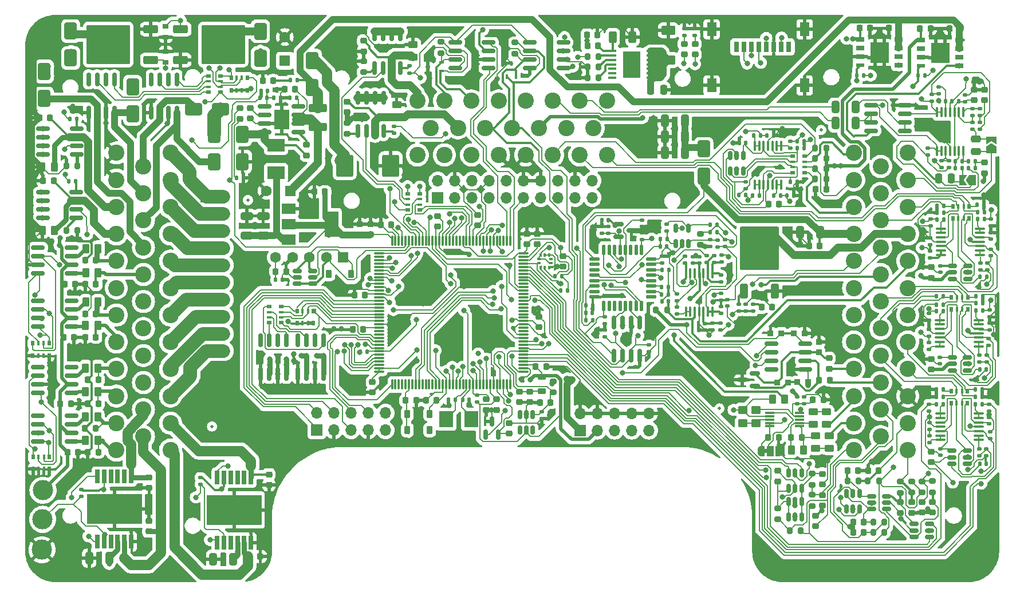
<source format=gbr>
%TF.GenerationSoftware,KiCad,Pcbnew,8.0.5*%
%TF.CreationDate,2024-10-18T05:49:16+03:00*%
%TF.ProjectId,ECUGDI,45435547-4449-42e6-9b69-6361645f7063,rev?*%
%TF.SameCoordinates,Original*%
%TF.FileFunction,Copper,L1,Top*%
%TF.FilePolarity,Positive*%
%FSLAX46Y46*%
G04 Gerber Fmt 4.6, Leading zero omitted, Abs format (unit mm)*
G04 Created by KiCad (PCBNEW 8.0.5) date 2024-10-18 05:49:16*
%MOMM*%
%LPD*%
G01*
G04 APERTURE LIST*
G04 Aperture macros list*
%AMRoundRect*
0 Rectangle with rounded corners*
0 $1 Rounding radius*
0 $2 $3 $4 $5 $6 $7 $8 $9 X,Y pos of 4 corners*
0 Add a 4 corners polygon primitive as box body*
4,1,4,$2,$3,$4,$5,$6,$7,$8,$9,$2,$3,0*
0 Add four circle primitives for the rounded corners*
1,1,$1+$1,$2,$3*
1,1,$1+$1,$4,$5*
1,1,$1+$1,$6,$7*
1,1,$1+$1,$8,$9*
0 Add four rect primitives between the rounded corners*
20,1,$1+$1,$2,$3,$4,$5,0*
20,1,$1+$1,$4,$5,$6,$7,0*
20,1,$1+$1,$6,$7,$8,$9,0*
20,1,$1+$1,$8,$9,$2,$3,0*%
%AMFreePoly0*
4,1,19,0.550000,-0.750000,0.000000,-0.750000,0.000000,-0.744911,-0.071157,-0.744911,-0.207708,-0.704816,-0.327430,-0.627875,-0.420627,-0.520320,-0.479746,-0.390866,-0.500000,-0.250000,-0.500000,0.250000,-0.479746,0.390866,-0.420627,0.520320,-0.327430,0.627875,-0.207708,0.704816,-0.071157,0.744911,0.000000,0.744911,0.000000,0.750000,0.550000,0.750000,0.550000,-0.750000,0.550000,-0.750000,
$1*%
%AMFreePoly1*
4,1,19,0.000000,0.744911,0.071157,0.744911,0.207708,0.704816,0.327430,0.627875,0.420627,0.520320,0.479746,0.390866,0.500000,0.250000,0.500000,-0.250000,0.479746,-0.390866,0.420627,-0.520320,0.327430,-0.627875,0.207708,-0.704816,0.071157,-0.744911,0.000000,-0.744911,0.000000,-0.750000,-0.550000,-0.750000,-0.550000,0.750000,0.000000,0.750000,0.000000,0.744911,0.000000,0.744911,
$1*%
%AMFreePoly2*
4,1,6,1.000000,0.000000,0.500000,-0.750000,-0.500000,-0.750000,-0.500000,0.750000,0.500000,0.750000,1.000000,0.000000,1.000000,0.000000,$1*%
%AMFreePoly3*
4,1,6,0.500000,-0.750000,-0.650000,-0.750000,-0.150000,0.000000,-0.650000,0.750000,0.500000,0.750000,0.500000,-0.750000,0.500000,-0.750000,$1*%
G04 Aperture macros list end*
%TA.AperFunction,EtchedComponent*%
%ADD10C,0.000000*%
%TD*%
%TA.AperFunction,SMDPad,CuDef*%
%ADD11RoundRect,0.085000X0.340000X0.340000X-0.340000X0.340000X-0.340000X-0.340000X0.340000X-0.340000X0*%
%TD*%
%TA.AperFunction,SMDPad,CuDef*%
%ADD12RoundRect,0.225000X-0.250000X0.225000X-0.250000X-0.225000X0.250000X-0.225000X0.250000X0.225000X0*%
%TD*%
%TA.AperFunction,SMDPad,CuDef*%
%ADD13RoundRect,0.150000X-0.150000X0.825000X-0.150000X-0.825000X0.150000X-0.825000X0.150000X0.825000X0*%
%TD*%
%TA.AperFunction,SMDPad,CuDef*%
%ADD14RoundRect,0.250000X0.450000X-0.262500X0.450000X0.262500X-0.450000X0.262500X-0.450000X-0.262500X0*%
%TD*%
%TA.AperFunction,SMDPad,CuDef*%
%ADD15RoundRect,0.200000X0.275000X-0.200000X0.275000X0.200000X-0.275000X0.200000X-0.275000X-0.200000X0*%
%TD*%
%TA.AperFunction,SMDPad,CuDef*%
%ADD16RoundRect,0.250000X0.650000X-1.000000X0.650000X1.000000X-0.650000X1.000000X-0.650000X-1.000000X0*%
%TD*%
%TA.AperFunction,SMDPad,CuDef*%
%ADD17RoundRect,0.225000X0.250000X-0.225000X0.250000X0.225000X-0.250000X0.225000X-0.250000X-0.225000X0*%
%TD*%
%TA.AperFunction,SMDPad,CuDef*%
%ADD18RoundRect,0.250000X0.262500X0.450000X-0.262500X0.450000X-0.262500X-0.450000X0.262500X-0.450000X0*%
%TD*%
%TA.AperFunction,SMDPad,CuDef*%
%ADD19RoundRect,0.250000X0.650000X-0.325000X0.650000X0.325000X-0.650000X0.325000X-0.650000X-0.325000X0*%
%TD*%
%TA.AperFunction,SMDPad,CuDef*%
%ADD20RoundRect,0.135000X0.135000X0.185000X-0.135000X0.185000X-0.135000X-0.185000X0.135000X-0.185000X0*%
%TD*%
%TA.AperFunction,SMDPad,CuDef*%
%ADD21RoundRect,0.200000X-0.275000X0.200000X-0.275000X-0.200000X0.275000X-0.200000X0.275000X0.200000X0*%
%TD*%
%TA.AperFunction,SMDPad,CuDef*%
%ADD22RoundRect,0.150000X0.150000X-0.825000X0.150000X0.825000X-0.150000X0.825000X-0.150000X-0.825000X0*%
%TD*%
%TA.AperFunction,SMDPad,CuDef*%
%ADD23RoundRect,0.135000X-0.185000X0.135000X-0.185000X-0.135000X0.185000X-0.135000X0.185000X0.135000X0*%
%TD*%
%TA.AperFunction,SMDPad,CuDef*%
%ADD24RoundRect,0.135000X0.185000X-0.135000X0.185000X0.135000X-0.185000X0.135000X-0.185000X-0.135000X0*%
%TD*%
%TA.AperFunction,SMDPad,CuDef*%
%ADD25C,3.000000*%
%TD*%
%TA.AperFunction,SMDPad,CuDef*%
%ADD26RoundRect,0.140000X-0.140000X-0.170000X0.140000X-0.170000X0.140000X0.170000X-0.140000X0.170000X0*%
%TD*%
%TA.AperFunction,SMDPad,CuDef*%
%ADD27RoundRect,0.225000X-0.225000X-0.250000X0.225000X-0.250000X0.225000X0.250000X-0.225000X0.250000X0*%
%TD*%
%TA.AperFunction,SMDPad,CuDef*%
%ADD28RoundRect,0.150000X0.825000X0.150000X-0.825000X0.150000X-0.825000X-0.150000X0.825000X-0.150000X0*%
%TD*%
%TA.AperFunction,SMDPad,CuDef*%
%ADD29R,0.500000X0.800000*%
%TD*%
%TA.AperFunction,SMDPad,CuDef*%
%ADD30R,0.400000X0.800000*%
%TD*%
%TA.AperFunction,SMDPad,CuDef*%
%ADD31RoundRect,0.075000X0.075000X-0.662500X0.075000X0.662500X-0.075000X0.662500X-0.075000X-0.662500X0*%
%TD*%
%TA.AperFunction,SMDPad,CuDef*%
%ADD32RoundRect,0.075000X0.662500X-0.075000X0.662500X0.075000X-0.662500X0.075000X-0.662500X-0.075000X0*%
%TD*%
%TA.AperFunction,SMDPad,CuDef*%
%ADD33RoundRect,0.140000X0.170000X-0.140000X0.170000X0.140000X-0.170000X0.140000X-0.170000X-0.140000X0*%
%TD*%
%TA.AperFunction,SMDPad,CuDef*%
%ADD34R,0.800000X0.500000*%
%TD*%
%TA.AperFunction,SMDPad,CuDef*%
%ADD35R,0.800000X0.400000*%
%TD*%
%TA.AperFunction,SMDPad,CuDef*%
%ADD36RoundRect,0.225000X0.225000X0.250000X-0.225000X0.250000X-0.225000X-0.250000X0.225000X-0.250000X0*%
%TD*%
%TA.AperFunction,SMDPad,CuDef*%
%ADD37RoundRect,0.200000X-0.200000X-0.275000X0.200000X-0.275000X0.200000X0.275000X-0.200000X0.275000X0*%
%TD*%
%TA.AperFunction,SMDPad,CuDef*%
%ADD38RoundRect,0.225000X-0.225000X-0.375000X0.225000X-0.375000X0.225000X0.375000X-0.225000X0.375000X0*%
%TD*%
%TA.AperFunction,SMDPad,CuDef*%
%ADD39RoundRect,0.218750X0.256250X-0.218750X0.256250X0.218750X-0.256250X0.218750X-0.256250X-0.218750X0*%
%TD*%
%TA.AperFunction,SMDPad,CuDef*%
%ADD40RoundRect,0.250000X-0.650000X1.000000X-0.650000X-1.000000X0.650000X-1.000000X0.650000X1.000000X0*%
%TD*%
%TA.AperFunction,SMDPad,CuDef*%
%ADD41RoundRect,0.150000X-0.825000X-0.150000X0.825000X-0.150000X0.825000X0.150000X-0.825000X0.150000X0*%
%TD*%
%TA.AperFunction,SMDPad,CuDef*%
%ADD42RoundRect,0.100000X0.100000X-0.637500X0.100000X0.637500X-0.100000X0.637500X-0.100000X-0.637500X0*%
%TD*%
%TA.AperFunction,SMDPad,CuDef*%
%ADD43RoundRect,0.250000X-0.450000X0.350000X-0.450000X-0.350000X0.450000X-0.350000X0.450000X0.350000X0*%
%TD*%
%TA.AperFunction,SMDPad,CuDef*%
%ADD44RoundRect,0.135000X-0.135000X-0.185000X0.135000X-0.185000X0.135000X0.185000X-0.135000X0.185000X0*%
%TD*%
%TA.AperFunction,SMDPad,CuDef*%
%ADD45R,1.400000X0.300000*%
%TD*%
%TA.AperFunction,SMDPad,CuDef*%
%ADD46RoundRect,0.140000X0.140000X0.170000X-0.140000X0.170000X-0.140000X-0.170000X0.140000X-0.170000X0*%
%TD*%
%TA.AperFunction,SMDPad,CuDef*%
%ADD47RoundRect,0.150000X0.512500X0.150000X-0.512500X0.150000X-0.512500X-0.150000X0.512500X-0.150000X0*%
%TD*%
%TA.AperFunction,SMDPad,CuDef*%
%ADD48RoundRect,0.200000X0.200000X0.275000X-0.200000X0.275000X-0.200000X-0.275000X0.200000X-0.275000X0*%
%TD*%
%TA.AperFunction,SMDPad,CuDef*%
%ADD49RoundRect,0.218750X0.218750X0.256250X-0.218750X0.256250X-0.218750X-0.256250X0.218750X-0.256250X0*%
%TD*%
%TA.AperFunction,SMDPad,CuDef*%
%ADD50RoundRect,0.140000X-0.170000X0.140000X-0.170000X-0.140000X0.170000X-0.140000X0.170000X0.140000X0*%
%TD*%
%TA.AperFunction,SMDPad,CuDef*%
%ADD51RoundRect,0.150000X-0.150000X0.512500X-0.150000X-0.512500X0.150000X-0.512500X0.150000X0.512500X0*%
%TD*%
%TA.AperFunction,SMDPad,CuDef*%
%ADD52R,2.000000X2.400000*%
%TD*%
%TA.AperFunction,SMDPad,CuDef*%
%ADD53R,0.450000X0.700000*%
%TD*%
%TA.AperFunction,SMDPad,CuDef*%
%ADD54RoundRect,0.250000X0.250000X0.475000X-0.250000X0.475000X-0.250000X-0.475000X0.250000X-0.475000X0*%
%TD*%
%TA.AperFunction,SMDPad,CuDef*%
%ADD55RoundRect,0.250000X-1.075000X0.375000X-1.075000X-0.375000X1.075000X-0.375000X1.075000X0.375000X0*%
%TD*%
%TA.AperFunction,SMDPad,CuDef*%
%ADD56FreePoly0,0.000000*%
%TD*%
%TA.AperFunction,SMDPad,CuDef*%
%ADD57R,1.000000X1.500000*%
%TD*%
%TA.AperFunction,SMDPad,CuDef*%
%ADD58FreePoly1,0.000000*%
%TD*%
%TA.AperFunction,SMDPad,CuDef*%
%ADD59RoundRect,0.250000X0.312500X0.625000X-0.312500X0.625000X-0.312500X-0.625000X0.312500X-0.625000X0*%
%TD*%
%TA.AperFunction,SMDPad,CuDef*%
%ADD60RoundRect,0.100000X0.637500X0.100000X-0.637500X0.100000X-0.637500X-0.100000X0.637500X-0.100000X0*%
%TD*%
%TA.AperFunction,SMDPad,CuDef*%
%ADD61R,0.650000X2.000000*%
%TD*%
%TA.AperFunction,SMDPad,CuDef*%
%ADD62R,8.100000X4.500000*%
%TD*%
%TA.AperFunction,SMDPad,CuDef*%
%ADD63RoundRect,0.250000X0.325000X0.650000X-0.325000X0.650000X-0.325000X-0.650000X0.325000X-0.650000X0*%
%TD*%
%TA.AperFunction,SMDPad,CuDef*%
%ADD64RoundRect,0.070000X0.390000X-0.280000X0.390000X0.280000X-0.390000X0.280000X-0.390000X-0.280000X0*%
%TD*%
%TA.AperFunction,ComponentPad*%
%ADD65R,1.700000X1.700000*%
%TD*%
%TA.AperFunction,ComponentPad*%
%ADD66O,1.700000X1.700000*%
%TD*%
%TA.AperFunction,SMDPad,CuDef*%
%ADD67RoundRect,0.250000X-0.450000X0.262500X-0.450000X-0.262500X0.450000X-0.262500X0.450000X0.262500X0*%
%TD*%
%TA.AperFunction,SMDPad,CuDef*%
%ADD68RoundRect,0.250000X-0.325000X-0.650000X0.325000X-0.650000X0.325000X0.650000X-0.325000X0.650000X0*%
%TD*%
%TA.AperFunction,SMDPad,CuDef*%
%ADD69R,2.500000X1.900000*%
%TD*%
%TA.AperFunction,SMDPad,CuDef*%
%ADD70RoundRect,0.070000X-0.390000X0.280000X-0.390000X-0.280000X0.390000X-0.280000X0.390000X0.280000X0*%
%TD*%
%TA.AperFunction,SMDPad,CuDef*%
%ADD71RoundRect,0.150000X0.150000X-0.512500X0.150000X0.512500X-0.150000X0.512500X-0.150000X-0.512500X0*%
%TD*%
%TA.AperFunction,SMDPad,CuDef*%
%ADD72RoundRect,0.100000X-0.100000X0.637500X-0.100000X-0.637500X0.100000X-0.637500X0.100000X0.637500X0*%
%TD*%
%TA.AperFunction,SMDPad,CuDef*%
%ADD73RoundRect,0.150000X-0.512500X-0.150000X0.512500X-0.150000X0.512500X0.150000X-0.512500X0.150000X0*%
%TD*%
%TA.AperFunction,SMDPad,CuDef*%
%ADD74C,0.500000*%
%TD*%
%TA.AperFunction,SMDPad,CuDef*%
%ADD75R,1.310000X0.650000*%
%TD*%
%TA.AperFunction,SMDPad,CuDef*%
%ADD76R,1.310000X0.600000*%
%TD*%
%TA.AperFunction,SMDPad,CuDef*%
%ADD77R,1.325000X1.500000*%
%TD*%
%TA.AperFunction,SMDPad,CuDef*%
%ADD78RoundRect,0.250000X-0.850000X-0.350000X0.850000X-0.350000X0.850000X0.350000X-0.850000X0.350000X0*%
%TD*%
%TA.AperFunction,SMDPad,CuDef*%
%ADD79RoundRect,0.250000X-1.275000X-1.125000X1.275000X-1.125000X1.275000X1.125000X-1.275000X1.125000X0*%
%TD*%
%TA.AperFunction,SMDPad,CuDef*%
%ADD80RoundRect,0.249997X-2.950003X-2.650003X2.950003X-2.650003X2.950003X2.650003X-2.950003X2.650003X0*%
%TD*%
%TA.AperFunction,SMDPad,CuDef*%
%ADD81R,2.290000X3.000000*%
%TD*%
%TA.AperFunction,SMDPad,CuDef*%
%ADD82RoundRect,0.218750X-0.381250X0.218750X-0.381250X-0.218750X0.381250X-0.218750X0.381250X0.218750X0*%
%TD*%
%TA.AperFunction,ComponentPad*%
%ADD83R,1.600000X1.600000*%
%TD*%
%TA.AperFunction,ComponentPad*%
%ADD84C,1.600000*%
%TD*%
%TA.AperFunction,SMDPad,CuDef*%
%ADD85R,0.700000X0.450000*%
%TD*%
%TA.AperFunction,SMDPad,CuDef*%
%ADD86R,2.000000X1.500000*%
%TD*%
%TA.AperFunction,SMDPad,CuDef*%
%ADD87R,2.000000X3.800000*%
%TD*%
%TA.AperFunction,SMDPad,CuDef*%
%ADD88RoundRect,0.100000X-0.175000X-0.100000X0.175000X-0.100000X0.175000X0.100000X-0.175000X0.100000X0*%
%TD*%
%TA.AperFunction,SMDPad,CuDef*%
%ADD89RoundRect,0.100000X-0.100000X-0.175000X0.100000X-0.175000X0.100000X0.175000X-0.100000X0.175000X0*%
%TD*%
%TA.AperFunction,SMDPad,CuDef*%
%ADD90RoundRect,0.250000X0.800000X-0.450000X0.800000X0.450000X-0.800000X0.450000X-0.800000X-0.450000X0*%
%TD*%
%TA.AperFunction,SMDPad,CuDef*%
%ADD91RoundRect,0.218750X-0.256250X0.218750X-0.256250X-0.218750X0.256250X-0.218750X0.256250X0.218750X0*%
%TD*%
%TA.AperFunction,SMDPad,CuDef*%
%ADD92R,0.800000X1.500000*%
%TD*%
%TA.AperFunction,SMDPad,CuDef*%
%ADD93R,1.450000X2.000000*%
%TD*%
%TA.AperFunction,SMDPad,CuDef*%
%ADD94RoundRect,0.250000X0.450000X-0.350000X0.450000X0.350000X-0.450000X0.350000X-0.450000X-0.350000X0*%
%TD*%
%TA.AperFunction,SMDPad,CuDef*%
%ADD95RoundRect,0.150000X0.587500X0.150000X-0.587500X0.150000X-0.587500X-0.150000X0.587500X-0.150000X0*%
%TD*%
%TA.AperFunction,SMDPad,CuDef*%
%ADD96RoundRect,0.085000X-0.340000X-0.340000X0.340000X-0.340000X0.340000X0.340000X-0.340000X0.340000X0*%
%TD*%
%TA.AperFunction,SMDPad,CuDef*%
%ADD97RoundRect,0.125000X-0.125000X0.625000X-0.125000X-0.625000X0.125000X-0.625000X0.125000X0.625000X0*%
%TD*%
%TA.AperFunction,SMDPad,CuDef*%
%ADD98RoundRect,0.125000X-0.625000X0.125000X-0.625000X-0.125000X0.625000X-0.125000X0.625000X0.125000X0*%
%TD*%
%TA.AperFunction,SMDPad,CuDef*%
%ADD99RoundRect,0.250000X0.350000X-0.850000X0.350000X0.850000X-0.350000X0.850000X-0.350000X-0.850000X0*%
%TD*%
%TA.AperFunction,SMDPad,CuDef*%
%ADD100RoundRect,0.250000X1.125000X-1.275000X1.125000X1.275000X-1.125000X1.275000X-1.125000X-1.275000X0*%
%TD*%
%TA.AperFunction,SMDPad,CuDef*%
%ADD101RoundRect,0.249997X2.650003X-2.950003X2.650003X2.950003X-2.650003X2.950003X-2.650003X-2.950003X0*%
%TD*%
%TA.AperFunction,SMDPad,CuDef*%
%ADD102FreePoly2,180.000000*%
%TD*%
%TA.AperFunction,SMDPad,CuDef*%
%ADD103FreePoly3,180.000000*%
%TD*%
%TA.AperFunction,SMDPad,CuDef*%
%ADD104RoundRect,0.250000X1.000000X-1.400000X1.000000X1.400000X-1.000000X1.400000X-1.000000X-1.400000X0*%
%TD*%
%TA.AperFunction,SMDPad,CuDef*%
%ADD105RoundRect,0.150000X-0.587500X-0.150000X0.587500X-0.150000X0.587500X0.150000X-0.587500X0.150000X0*%
%TD*%
%TA.AperFunction,SMDPad,CuDef*%
%ADD106FreePoly2,90.000000*%
%TD*%
%TA.AperFunction,SMDPad,CuDef*%
%ADD107FreePoly3,90.000000*%
%TD*%
%TA.AperFunction,SMDPad,CuDef*%
%ADD108R,1.310000X0.450000*%
%TD*%
%TA.AperFunction,SMDPad,CuDef*%
%ADD109R,2.650000X4.000000*%
%TD*%
%TA.AperFunction,SMDPad,CuDef*%
%ADD110RoundRect,0.250000X-0.475000X0.250000X-0.475000X-0.250000X0.475000X-0.250000X0.475000X0.250000X0*%
%TD*%
%TA.AperFunction,SMDPad,CuDef*%
%ADD111RoundRect,0.250000X1.000000X0.650000X-1.000000X0.650000X-1.000000X-0.650000X1.000000X-0.650000X0*%
%TD*%
%TA.AperFunction,SMDPad,CuDef*%
%ADD112RoundRect,0.085000X-0.340000X0.340000X-0.340000X-0.340000X0.340000X-0.340000X0.340000X0.340000X0*%
%TD*%
%TA.AperFunction,SMDPad,CuDef*%
%ADD113RoundRect,0.150000X0.150000X-0.587500X0.150000X0.587500X-0.150000X0.587500X-0.150000X-0.587500X0*%
%TD*%
%TA.AperFunction,SMDPad,CuDef*%
%ADD114RoundRect,0.250000X0.850000X0.350000X-0.850000X0.350000X-0.850000X-0.350000X0.850000X-0.350000X0*%
%TD*%
%TA.AperFunction,SMDPad,CuDef*%
%ADD115RoundRect,0.250000X1.275000X1.125000X-1.275000X1.125000X-1.275000X-1.125000X1.275000X-1.125000X0*%
%TD*%
%TA.AperFunction,SMDPad,CuDef*%
%ADD116RoundRect,0.249997X2.950003X2.650003X-2.950003X2.650003X-2.950003X-2.650003X2.950003X-2.650003X0*%
%TD*%
%TA.AperFunction,ComponentPad*%
%ADD117C,2.400000*%
%TD*%
%TA.AperFunction,ViaPad*%
%ADD118C,0.800000*%
%TD*%
%TA.AperFunction,Conductor*%
%ADD119C,0.200000*%
%TD*%
%TA.AperFunction,Conductor*%
%ADD120C,0.350000*%
%TD*%
%TA.AperFunction,Conductor*%
%ADD121C,0.800000*%
%TD*%
%TA.AperFunction,Conductor*%
%ADD122C,0.500000*%
%TD*%
%TA.AperFunction,Conductor*%
%ADD123C,2.000000*%
%TD*%
%TA.AperFunction,Conductor*%
%ADD124C,1.000000*%
%TD*%
%TA.AperFunction,Conductor*%
%ADD125C,1.200000*%
%TD*%
%TA.AperFunction,Conductor*%
%ADD126C,1.500000*%
%TD*%
G04 APERTURE END LIST*
D10*
%TA.AperFunction,EtchedComponent*%
%TO.C,JP1*%
G36*
X177250000Y-108450000D02*
G01*
X176750000Y-108450000D01*
X176750000Y-107850000D01*
X177250000Y-107850000D01*
X177250000Y-108450000D01*
G37*
%TD.AperFunction*%
%TD*%
D11*
%TO.P,C13,1*%
%TO.N,Net-(U33-T-)*%
X180290001Y-97987500D03*
%TO.P,C13,2*%
%TO.N,Net-(U33-T+)*%
X178709999Y-97987500D03*
%TD*%
D12*
%TO.P,C130,1*%
%TO.N,GND*%
X207800000Y-54650000D03*
%TO.P,C130,2*%
%TO.N,/knock/V_mid*%
X207800000Y-56200000D03*
%TD*%
D13*
%TO.P,U51,1,IN1*%
%TO.N,Net-(RN6-R2.2)*%
X106130000Y-91775000D03*
%TO.P,U51,2,STATUS1*%
%TO.N,unconnected-(U51-STATUS1-Pad2)*%
X104860000Y-91775000D03*
%TO.P,U51,3,IN2*%
%TO.N,Net-(RN6-R1.2)*%
X103590000Y-91775000D03*
%TO.P,U51,4,STATUS2*%
%TO.N,unconnected-(U51-STATUS2-Pad4)*%
X102320000Y-91775000D03*
%TO.P,U51,5,S2*%
%TO.N,GND*%
X102320000Y-96725000D03*
%TO.P,U51,6,D2*%
%TO.N,/ingect-8*%
X103590000Y-96725000D03*
%TO.P,U51,7,S1*%
%TO.N,GND*%
X104860000Y-96725000D03*
%TO.P,U51,8,D1*%
%TO.N,/ingect-7*%
X106130000Y-96725000D03*
%TD*%
D14*
%TO.P,R122,1*%
%TO.N,Net-(R122-Pad1)*%
X186350000Y-107712500D03*
%TO.P,R122,2*%
%TO.N,/VR1-*%
X186350000Y-105887500D03*
%TD*%
D15*
%TO.P,R155,1*%
%TO.N,Net-(U40-GND)*%
X115130038Y-61212500D03*
%TO.P,R155,2*%
%TO.N,GND*%
X115130038Y-59562500D03*
%TD*%
D16*
%TO.P,D1,1,K*%
%TO.N,/12V_MR*%
X102300000Y-49990000D03*
%TO.P,D1,2,A*%
%TO.N,/OUT_LS1*%
X102300000Y-45990000D03*
%TD*%
D17*
%TO.P,C68,1*%
%TO.N,GND*%
X137200000Y-102050000D03*
%TO.P,C68,2*%
%TO.N,+3.3V*%
X137200000Y-100500000D03*
%TD*%
D18*
%TO.P,R165,1*%
%TO.N,/IGN7*%
X78287500Y-86080000D03*
%TO.P,R165,2*%
%TO.N,Net-(U44-OUT_A)*%
X76462500Y-86080000D03*
%TD*%
D19*
%TO.P,C112,1*%
%TO.N,+5V*%
X102700000Y-76275000D03*
%TO.P,C112,2*%
%TO.N,GND*%
X102700000Y-73325000D03*
%TD*%
D12*
%TO.P,C133,1*%
%TO.N,GND*%
X209350000Y-54650000D03*
%TO.P,C133,2*%
%TO.N,Net-(C133-Pad2)*%
X209350000Y-56200000D03*
%TD*%
D15*
%TO.P,R113,1*%
%TO.N,/5V_SENSOR_1*%
X200100000Y-114275000D03*
%TO.P,R113,2*%
%TO.N,/DIGITAL_5*%
X200100000Y-112625000D03*
%TD*%
D20*
%TO.P,R99,1*%
%TO.N,GND*%
X182674829Y-62250000D03*
%TO.P,R99,2*%
%TO.N,/mcu/AT3*%
X181654829Y-62250000D03*
%TD*%
D21*
%TO.P,R120,1*%
%TO.N,Net-(U23-IO2)*%
X183850000Y-111485000D03*
%TO.P,R120,2*%
%TO.N,/DIGITAL_6*%
X183850000Y-113135000D03*
%TD*%
D22*
%TO.P,U40,1,GND*%
%TO.N,Net-(U40-GND)*%
X116675038Y-60762500D03*
%TO.P,U40,2,IN*%
%TO.N,Net-(RN13-R3.2)*%
X117945038Y-60762500D03*
%TO.P,U40,3,OUT*%
%TO.N,/HS2*%
X119215038Y-60762500D03*
%TO.P,U40,4,ST*%
%TO.N,Net-(U40-ST)*%
X120485038Y-60762500D03*
%TO.P,U40,5,VS*%
%TO.N,/12V_MR*%
X120485038Y-55812500D03*
%TO.P,U40,6,VS*%
X119215038Y-55812500D03*
%TO.P,U40,7,VS*%
X117945038Y-55812500D03*
%TO.P,U40,8,VS*%
X116675038Y-55812500D03*
%TD*%
D23*
%TO.P,R139,1*%
%TO.N,Net-(U27A--)*%
X207600000Y-59440000D03*
%TO.P,R139,2*%
%TO.N,Net-(C131-Pad1)*%
X207600000Y-60460000D03*
%TD*%
D15*
%TO.P,R114,1*%
%TO.N,/5V_SENSOR_1*%
X183850000Y-116275000D03*
%TO.P,R114,2*%
%TO.N,/DIGITAL_6*%
X183850000Y-114625000D03*
%TD*%
D24*
%TO.P,R23,1*%
%TO.N,Net-(R23-Pad1)*%
X162350000Y-75572500D03*
%TO.P,R23,2*%
%TO.N,Net-(U36--)*%
X162350000Y-74552500D03*
%TD*%
D17*
%TO.P,C117,1*%
%TO.N,/DIGITAL_4*%
X184400000Y-119275000D03*
%TO.P,C117,2*%
%TO.N,GND*%
X184400000Y-117725000D03*
%TD*%
D23*
%TO.P,R147,1*%
%TO.N,Net-(U27B-+)*%
X202600000Y-54240000D03*
%TO.P,R147,2*%
%TO.N,Net-(C135-Pad1)*%
X202600000Y-55260000D03*
%TD*%
D25*
%TO.P,J3,1,Pin_1*%
%TO.N,+3.3V*%
X70100000Y-118250000D03*
%TD*%
D26*
%TO.P,C83,1*%
%TO.N,Net-(RN1-R3.2)*%
X208620000Y-96100000D03*
%TO.P,C83,2*%
%TO.N,GND*%
X209580000Y-96100000D03*
%TD*%
D27*
%TO.P,C62,1*%
%TO.N,GND*%
X115950000Y-90100000D03*
%TO.P,C62,2*%
%TO.N,+3.3V*%
X117500000Y-90100000D03*
%TD*%
D24*
%TO.P,R75,1*%
%TO.N,GND*%
X201350000Y-74810000D03*
%TO.P,R75,2*%
%TO.N,/mcu/AV3*%
X201350000Y-73790000D03*
%TD*%
D28*
%TO.P,U17,1,TXD*%
%TO.N,/mcu/CAN_TX*%
X147075000Y-51455000D03*
%TO.P,U17,2,GND*%
%TO.N,GND*%
X147075000Y-50185000D03*
%TO.P,U17,3,VCC*%
%TO.N,+5V*%
X147075000Y-48915000D03*
%TO.P,U17,4,RXD*%
%TO.N,/mcu/CAN_RX*%
X147075000Y-47645000D03*
%TO.P,U17,5,VIO*%
%TO.N,+3.3V*%
X142125000Y-47645000D03*
%TO.P,U17,6,CANL*%
%TO.N,/CAN-*%
X142125000Y-48915000D03*
%TO.P,U17,7,CANH*%
%TO.N,/CAN+*%
X142125000Y-50185000D03*
%TO.P,U17,8,S*%
%TO.N,GND*%
X142125000Y-51455000D03*
%TD*%
D29*
%TO.P,RN14,1,R1.1*%
%TO.N,GND*%
X68650000Y-94000000D03*
D30*
%TO.P,RN14,2,R2.1*%
X69450000Y-94000000D03*
%TO.P,RN14,3,R3.1*%
X70250000Y-94000000D03*
D29*
%TO.P,RN14,4,R4.1*%
X71050000Y-94000000D03*
%TO.P,RN14,5,R4.2*%
%TO.N,/ign2/IN4*%
X71050000Y-92200000D03*
D30*
%TO.P,RN14,6,R3.2*%
%TO.N,/ign2/IN3*%
X70250000Y-92200000D03*
%TO.P,RN14,7,R2.2*%
%TO.N,/ign2/IN2*%
X69450000Y-92200000D03*
D29*
%TO.P,RN14,8,R1.2*%
%TO.N,/ign2/IN1*%
X68650000Y-92200000D03*
%TD*%
D20*
%TO.P,R102,1*%
%TO.N,/psu/12v_PROT*%
X107760000Y-53250000D03*
%TO.P,R102,2*%
%TO.N,Net-(C103-Pad1)*%
X106740000Y-53250000D03*
%TD*%
D23*
%TO.P,R131,1*%
%TO.N,+5V*%
X181675000Y-100102500D03*
%TO.P,R131,2*%
%TO.N,Net-(U25-BIAS)*%
X181675000Y-101122500D03*
%TD*%
D31*
%TO.P,U4,1,PE2*%
%TO.N,/lowside_quad4/IN4*%
X121750000Y-98300000D03*
%TO.P,U4,2,PE3*%
%TO.N,/mcu/LED1*%
X122250000Y-98300000D03*
%TO.P,U4,3,PE4*%
%TO.N,/mcu/LED2*%
X122750000Y-98300000D03*
%TO.P,U4,4,PE5*%
%TO.N,/mcu/LED3*%
X123250000Y-98300000D03*
%TO.P,U4,5,PE6*%
%TO.N,/mcu/LED4*%
X123750000Y-98300000D03*
%TO.P,U4,6,VBAT*%
%TO.N,Net-(D17-K)*%
X124250000Y-98300000D03*
%TO.P,U4,7,PC13*%
%TO.N,unconnected-(U4-PC13-Pad7)*%
X124750000Y-98300000D03*
%TO.P,U4,8,PC14*%
%TO.N,/mcu/5V_SENSOR_2_PG*%
X125250000Y-98300000D03*
%TO.P,U4,9,PC15*%
%TO.N,/mcu/5V_SENSOR_1_PG*%
X125750000Y-98300000D03*
%TO.P,U4,10,PF0*%
%TO.N,unconnected-(U4-PF0-Pad10)*%
X126250000Y-98300000D03*
%TO.P,U4,11,PF1*%
%TO.N,unconnected-(U4-PF1-Pad11)*%
X126750000Y-98300000D03*
%TO.P,U4,12,PF2*%
%TO.N,unconnected-(U4-PF2-Pad12)*%
X127250000Y-98300000D03*
%TO.P,U4,13,PF3*%
%TO.N,unconnected-(U4-PF3-Pad13)*%
X127750000Y-98300000D03*
%TO.P,U4,14,PF4*%
%TO.N,/knock/FILTERED_1*%
X128250000Y-98300000D03*
%TO.P,U4,15,PF5*%
%TO.N,/knock/FILTERED_2*%
X128750000Y-98300000D03*
%TO.P,U4,16,VSS*%
%TO.N,GND*%
X129250000Y-98300000D03*
%TO.P,U4,17,VDD*%
%TO.N,+3.3V*%
X129750000Y-98300000D03*
%TO.P,U4,18,PF6*%
%TO.N,/AUX_SPI_CS*%
X130250000Y-98300000D03*
%TO.P,U4,19,PF7*%
%TO.N,/AUX_SPI_SCK*%
X130750000Y-98300000D03*
%TO.P,U4,20,PF8*%
%TO.N,/AUX_SPI_MISO*%
X131250000Y-98300000D03*
%TO.P,U4,21,PF9*%
%TO.N,/AUX_SPI_MOSI*%
X131750000Y-98300000D03*
%TO.P,U4,22,PF10*%
%TO.N,unconnected-(U4-PF10-Pad22)*%
X132250000Y-98300000D03*
%TO.P,U4,23,PH0*%
%TO.N,Net-(U4-PH0)*%
X132750000Y-98300000D03*
%TO.P,U4,24,PH1*%
%TO.N,Net-(U4-PH1)*%
X133250000Y-98300000D03*
%TO.P,U4,25,NRST*%
%TO.N,/mcu/nRESET*%
X133750000Y-98300000D03*
%TO.P,U4,26,PC0*%
%TO.N,/mcu/AV1*%
X134250000Y-98300000D03*
%TO.P,U4,27,PC1*%
%TO.N,/mcu/AV2*%
X134750000Y-98300000D03*
%TO.P,U4,28,PC2*%
%TO.N,/mcu/AV3*%
X135250000Y-98300000D03*
%TO.P,U4,29,PC3*%
%TO.N,/mcu/AV4*%
X135750000Y-98300000D03*
%TO.P,U4,30,VDD*%
%TO.N,+3.3V*%
X136250000Y-98300000D03*
%TO.P,U4,31,VSSA*%
%TO.N,GND*%
X136750000Y-98300000D03*
%TO.P,U4,32,VREF+*%
%TO.N,Net-(U2-OUT)*%
X137250000Y-98300000D03*
%TO.P,U4,33,VDDA*%
%TO.N,/mcu/VDDA*%
X137750000Y-98300000D03*
%TO.P,U4,34,PA0*%
%TO.N,/mcu/AV5*%
X138250000Y-98300000D03*
%TO.P,U4,35,PA1*%
%TO.N,/mcu/AV6*%
X138750000Y-98300000D03*
%TO.P,U4,36,PA2*%
%TO.N,/mcu/AV7*%
X139250000Y-98300000D03*
D32*
%TO.P,U4,37,PA3*%
%TO.N,/mcu/AV8*%
X141162500Y-96387500D03*
%TO.P,U4,38,VSS*%
%TO.N,GND*%
X141162500Y-95887500D03*
%TO.P,U4,39,VDD*%
%TO.N,+3.3V*%
X141162500Y-95387500D03*
%TO.P,U4,40,PA4*%
%TO.N,/mcu/AV9*%
X141162500Y-94887500D03*
%TO.P,U4,41,PA5*%
%TO.N,/mcu/AV10*%
X141162500Y-94387500D03*
%TO.P,U4,42,PA6*%
%TO.N,/mcu/AV11*%
X141162500Y-93887500D03*
%TO.P,U4,43,PA7*%
%TO.N,/mcu/12V_DIVIDED*%
X141162500Y-93387500D03*
%TO.P,U4,44,PC4*%
%TO.N,/mcu/AT1*%
X141162500Y-92887500D03*
%TO.P,U4,45,PC5*%
%TO.N,/mcu/AT2*%
X141162500Y-92387500D03*
%TO.P,U4,46,PB0*%
%TO.N,/mcu/AT3*%
X141162500Y-91887500D03*
%TO.P,U4,47,PB1*%
%TO.N,/mcu/AT4*%
X141162500Y-91387500D03*
%TO.P,U4,48,PB2*%
%TO.N,GND*%
X141162500Y-90887500D03*
%TO.P,U4,49,PF11*%
%TO.N,unconnected-(U4-PF11-Pad49)*%
X141162500Y-90387500D03*
%TO.P,U4,50,PF12*%
%TO.N,unconnected-(U4-PF12-Pad50)*%
X141162500Y-89887500D03*
%TO.P,U4,51,VSS*%
%TO.N,GND*%
X141162500Y-89387500D03*
%TO.P,U4,52,VDD*%
%TO.N,+3.3V*%
X141162500Y-88887500D03*
%TO.P,U4,53,PF13*%
%TO.N,unconnected-(U4-PF13-Pad53)*%
X141162500Y-88387500D03*
%TO.P,U4,54,PF14*%
%TO.N,unconnected-(U4-PF14-Pad54)*%
X141162500Y-87887500D03*
%TO.P,U4,55,PF15*%
%TO.N,unconnected-(U4-PF15-Pad55)*%
X141162500Y-87387500D03*
%TO.P,U4,56,PG0*%
%TO.N,unconnected-(U4-PG0-Pad56)*%
X141162500Y-86887500D03*
%TO.P,U4,57,PG1*%
%TO.N,unconnected-(U4-PG1-Pad57)*%
X141162500Y-86387500D03*
%TO.P,U4,58,PE7*%
%TO.N,/mcu/VR_1*%
X141162500Y-85887500D03*
%TO.P,U4,59,PE8*%
%TO.N,/mcu/VR_2*%
X141162500Y-85387500D03*
%TO.P,U4,60,PE9*%
%TO.N,unconnected-(U4-PE9-Pad60)*%
X141162500Y-84887500D03*
%TO.P,U4,61,VSS*%
%TO.N,GND*%
X141162500Y-84387500D03*
%TO.P,U4,62,VDD*%
%TO.N,+3.3V*%
X141162500Y-83887500D03*
%TO.P,U4,63,PE10*%
%TO.N,unconnected-(U4-PE10-Pad63)*%
X141162500Y-83387500D03*
%TO.P,U4,64,PE11*%
%TO.N,/mcu/DIGITAL2*%
X141162500Y-82887500D03*
%TO.P,U4,65,PE12*%
%TO.N,/mcu/DIGITAL3*%
X141162500Y-82387500D03*
%TO.P,U4,66,PE13*%
%TO.N,/mcu/DIGITAL5*%
X141162500Y-81887500D03*
%TO.P,U4,67,PE14*%
%TO.N,/mcu/DIGITAL4*%
X141162500Y-81387500D03*
%TO.P,U4,68,PE15*%
%TO.N,/mcu/DIGITAL6*%
X141162500Y-80887500D03*
%TO.P,U4,69,PB10*%
%TO.N,/mcu/BARO_SCL*%
X141162500Y-80387500D03*
%TO.P,U4,70,PB11*%
%TO.N,/mcu/BARO_SDA*%
X141162500Y-79887500D03*
%TO.P,U4,71,VCAP_1*%
%TO.N,Net-(U4-VCAP_1)*%
X141162500Y-79387500D03*
%TO.P,U4,72,VDD*%
%TO.N,+3.3V*%
X141162500Y-78887500D03*
D31*
%TO.P,U4,73,PB12*%
%TO.N,/mcu/CAN2_RX*%
X139250000Y-76975000D03*
%TO.P,U4,74,PB13*%
%TO.N,/mcu/CAN2_TX*%
X138750000Y-76975000D03*
%TO.P,U4,75,PB14*%
%TO.N,unconnected-(U4-PB14-Pad75)*%
X138250000Y-76975000D03*
%TO.P,U4,76,PB15*%
%TO.N,unconnected-(U4-PB15-Pad76)*%
X137750000Y-76975000D03*
%TO.P,U4,77,PD8*%
%TO.N,/etb-2/DIS*%
X137250000Y-76975000D03*
%TO.P,U4,78,PD9*%
%TO.N,/etb-2/DIR*%
X136750000Y-76975000D03*
%TO.P,U4,79,PD10*%
%TO.N,/etb-1/DIR*%
X136250000Y-76975000D03*
%TO.P,U4,80,PD11*%
%TO.N,/etb-1/DIS*%
X135750000Y-76975000D03*
%TO.P,U4,81,PD12*%
%TO.N,/etb-1/PWM*%
X135250000Y-76975000D03*
%TO.P,U4,82,PD13*%
%TO.N,/etb-2/PWM*%
X134750000Y-76975000D03*
%TO.P,U4,83,VSS*%
%TO.N,GND*%
X134250000Y-76975000D03*
%TO.P,U4,84,VDD*%
%TO.N,+3.3V*%
X133750000Y-76975000D03*
%TO.P,U4,85,PD14*%
%TO.N,/highside_quad/IN4*%
X133250000Y-76975000D03*
%TO.P,U4,86,PD15*%
%TO.N,/highside_quad/IN3*%
X132750000Y-76975000D03*
%TO.P,U4,87,PG2*%
%TO.N,/AUX_SPI_CS1*%
X132250000Y-76975000D03*
%TO.P,U4,88,PG3*%
%TO.N,/mcu/IGN11*%
X131750000Y-76975000D03*
%TO.P,U4,89,PG4*%
%TO.N,/mcu/IGN10*%
X131250000Y-76975000D03*
%TO.P,U4,90,PG5*%
%TO.N,/OUT_Start*%
X130750000Y-76975000D03*
%TO.P,U4,91,PG6*%
%TO.N,/ign2/IN4*%
X130250000Y-76975000D03*
%TO.P,U4,92,PG7*%
%TO.N,/ign2/IN3*%
X129750000Y-76975000D03*
%TO.P,U4,93,PG8*%
%TO.N,/ign2/IN2*%
X129250000Y-76975000D03*
%TO.P,U4,94,VSS*%
%TO.N,GND*%
X128750000Y-76975000D03*
%TO.P,U4,95,VDDUSB*%
%TO.N,+3.3V*%
X128250000Y-76975000D03*
%TO.P,U4,96,PC6*%
%TO.N,/mcu/DIGITAL1*%
X127750000Y-76975000D03*
%TO.P,U4,97,PC7*%
%TO.N,/ign2/IN1*%
X127250000Y-76975000D03*
%TO.P,U4,98,PC8*%
%TO.N,/ign1/IN4*%
X126750000Y-76975000D03*
%TO.P,U4,99,PC9*%
%TO.N,/ign1/IN3*%
X126250000Y-76975000D03*
%TO.P,U4,100,PA8*%
%TO.N,/highside_quad/IN2*%
X125750000Y-76975000D03*
%TO.P,U4,101,PA9*%
%TO.N,/highside_quad/IN1*%
X125250000Y-76975000D03*
%TO.P,U4,102,PA10*%
%TO.N,unconnected-(U4-PA10-Pad102)*%
X124750000Y-76975000D03*
%TO.P,U4,103,PA11*%
%TO.N,/USB_D-*%
X124250000Y-76975000D03*
%TO.P,U4,104,PA12*%
%TO.N,/USB_D+*%
X123750000Y-76975000D03*
%TO.P,U4,105,PA13*%
%TO.N,/mcu/SWDIO*%
X123250000Y-76975000D03*
%TO.P,U4,106,VCAP_2*%
%TO.N,Net-(U4-VCAP_2)*%
X122750000Y-76975000D03*
%TO.P,U4,107,VSS*%
%TO.N,GND*%
X122250000Y-76975000D03*
%TO.P,U4,108,VDD*%
%TO.N,+3.3V*%
X121750000Y-76975000D03*
D32*
%TO.P,U4,109,PA14*%
%TO.N,/mcu/SWCLK*%
X119837500Y-78887500D03*
%TO.P,U4,110,PA15*%
%TO.N,unconnected-(U4-PA15-Pad110)*%
X119837500Y-79387500D03*
%TO.P,U4,111,PC10*%
%TO.N,/mcu/SD_SCK*%
X119837500Y-79887500D03*
%TO.P,U4,112,PC11*%
%TO.N,/mcu/SD_MISO*%
X119837500Y-80387500D03*
%TO.P,U4,113,PC12*%
%TO.N,/mcu/SD_MOSI*%
X119837500Y-80887500D03*
%TO.P,U4,114,PD0*%
%TO.N,/mcu/CAN_RX*%
X119837500Y-81387500D03*
%TO.P,U4,115,PD1*%
%TO.N,/mcu/CAN_TX*%
X119837500Y-81887500D03*
%TO.P,U4,116,PD2*%
%TO.N,/mcu/SD_CS*%
X119837500Y-82387500D03*
%TO.P,U4,117,PD3*%
%TO.N,/ign1/IN2*%
X119837500Y-82887500D03*
%TO.P,U4,118,PD4*%
%TO.N,/ign1/IN1*%
X119837500Y-83387500D03*
%TO.P,U4,119,PD5*%
%TO.N,/UART_RX*%
X119837500Y-83887500D03*
%TO.P,U4,120,VSS*%
%TO.N,GND*%
X119837500Y-84387500D03*
%TO.P,U4,121,VDDSDMMC*%
%TO.N,+3.3V*%
X119837500Y-84887500D03*
%TO.P,U4,122,PD6*%
%TO.N,/UART_TX*%
X119837500Y-85387500D03*
%TO.P,U4,123,PD7*%
%TO.N,/ingect-1*%
X119837500Y-85887500D03*
%TO.P,U4,124,PG9*%
%TO.N,/ingect-2*%
X119837500Y-86387500D03*
%TO.P,U4,125,PG10*%
%TO.N,/ingect-3*%
X119837500Y-86887500D03*
%TO.P,U4,126,PG11*%
%TO.N,/ingect-4*%
X119837500Y-87387500D03*
%TO.P,U4,127,PG12*%
%TO.N,/lowside_quad5/IN1*%
X119837500Y-87887500D03*
%TO.P,U4,128,PG13*%
%TO.N,/lowside_quad5/IN2*%
X119837500Y-88387500D03*
%TO.P,U4,129,PG14*%
%TO.N,/lowside_quad5/IN3*%
X119837500Y-88887500D03*
%TO.P,U4,130,VSS*%
%TO.N,GND*%
X119837500Y-89387500D03*
%TO.P,U4,131,VDD*%
%TO.N,+3.3V*%
X119837500Y-89887500D03*
%TO.P,U4,132,PG15*%
%TO.N,unconnected-(U4-PG15-Pad132)*%
X119837500Y-90387500D03*
%TO.P,U4,133,PB3*%
%TO.N,unconnected-(U4-PB3-Pad133)*%
X119837500Y-90887500D03*
%TO.P,U4,134,PB4*%
%TO.N,/lowside_quad5/IN4*%
X119837500Y-91387500D03*
%TO.P,U4,135,PB5*%
%TO.N,/out_pump1_H*%
X119837500Y-91887500D03*
%TO.P,U4,136,PB6*%
%TO.N,/out_pump2_H*%
X119837500Y-92387500D03*
%TO.P,U4,137,PB7*%
%TO.N,/out_pump_L1*%
X119837500Y-92887500D03*
%TO.P,U4,138,BOOT0*%
%TO.N,/mcu/BOOT0*%
X119837500Y-93387500D03*
%TO.P,U4,139,PB8*%
%TO.N,/out_pump_L2*%
X119837500Y-93887500D03*
%TO.P,U4,140,PB9*%
%TO.N,/lowside_quad4/IN1*%
X119837500Y-94387500D03*
%TO.P,U4,141,PE0*%
%TO.N,/lowside_quad4/IN2*%
X119837500Y-94887500D03*
%TO.P,U4,142,PE1*%
%TO.N,/lowside_quad4/IN3*%
X119837500Y-95387500D03*
%TO.P,U4,143,PDR_ON*%
%TO.N,+3.3V*%
X119837500Y-95887500D03*
%TO.P,U4,144,VDD*%
X119837500Y-96387500D03*
%TD*%
D24*
%TO.P,R27,1*%
%TO.N,/WDO/LSU_Un_sense*%
X163900000Y-87885000D03*
%TO.P,R27,2*%
%TO.N,Net-(U35B-+)*%
X163900000Y-86865000D03*
%TD*%
D33*
%TO.P,C20,1*%
%TO.N,+3.3V*%
X166200000Y-80342500D03*
%TO.P,C20,2*%
%TO.N,GND*%
X166200000Y-79382500D03*
%TD*%
D23*
%TO.P,R132,1*%
%TO.N,GND*%
X182675000Y-100102500D03*
%TO.P,R132,2*%
%TO.N,Net-(U25-BIAS)*%
X182675000Y-101122500D03*
%TD*%
D12*
%TO.P,C76,1*%
%TO.N,/mcu/VDDA*%
X142150000Y-99375000D03*
%TO.P,C76,2*%
%TO.N,GND*%
X142150000Y-100925000D03*
%TD*%
D34*
%TO.P,RN4,1,R1.1*%
%TO.N,/AT1*%
X182785171Y-66900000D03*
D35*
%TO.P,RN4,2,R2.1*%
%TO.N,/AT2*%
X182785171Y-66100000D03*
%TO.P,RN4,3,R3.1*%
%TO.N,/AT3*%
X182785171Y-65300000D03*
D34*
%TO.P,RN4,4,R4.1*%
%TO.N,/AT4*%
X182785171Y-64500000D03*
%TO.P,RN4,5,R4.2*%
%TO.N,Net-(RN4-R4.2)*%
X180985171Y-64500000D03*
D35*
%TO.P,RN4,6,R3.2*%
%TO.N,Net-(RN4-R3.2)*%
X180985171Y-65300000D03*
%TO.P,RN4,7,R2.2*%
%TO.N,Net-(RN4-R2.2)*%
X180985171Y-66100000D03*
D34*
%TO.P,RN4,8,R1.2*%
%TO.N,Net-(RN4-R1.2)*%
X180985171Y-66900000D03*
%TD*%
D20*
%TO.P,R16,1*%
%TO.N,Net-(C22-Pad2)*%
X162620000Y-84925000D03*
%TO.P,R16,2*%
%TO.N,/WDO/Nernst_esr_drive_42*%
X161600000Y-84925000D03*
%TD*%
D33*
%TO.P,C28,1*%
%TO.N,VDDA*%
X153700000Y-75880000D03*
%TO.P,C28,2*%
%TO.N,GND*%
X153700000Y-74920000D03*
%TD*%
D13*
%TO.P,U32,1,IN1*%
%TO.N,Net-(RN8-R2.2)*%
X80705000Y-53125000D03*
%TO.P,U32,2,STATUS1*%
%TO.N,unconnected-(U32-STATUS1-Pad2)*%
X79435000Y-53125000D03*
%TO.P,U32,3,IN2*%
%TO.N,Net-(RN8-R1.2)*%
X78165000Y-53125000D03*
%TO.P,U32,4,STATUS2*%
%TO.N,unconnected-(U32-STATUS2-Pad4)*%
X76895000Y-53125000D03*
%TO.P,U32,5,S2*%
%TO.N,GND*%
X76895000Y-58075000D03*
%TO.P,U32,6,D2*%
%TO.N,/LS16*%
X78165000Y-58075000D03*
%TO.P,U32,7,S1*%
%TO.N,GND*%
X79435000Y-58075000D03*
%TO.P,U32,8,D1*%
%TO.N,/LS15*%
X80705000Y-58075000D03*
%TD*%
D36*
%TO.P,C79,1*%
%TO.N,/mcu/12V_DIVIDED*%
X145175000Y-100950000D03*
%TO.P,C79,2*%
%TO.N,GND*%
X143625000Y-100950000D03*
%TD*%
D20*
%TO.P,R68,1*%
%TO.N,/AV4*%
X203360000Y-71850000D03*
%TO.P,R68,2*%
%TO.N,GND*%
X202340000Y-71850000D03*
%TD*%
D23*
%TO.P,R11,1*%
%TO.N,/LSU_Green*%
X170450000Y-79152500D03*
%TO.P,R11,2*%
%TO.N,Net-(C19-Pad1)*%
X170450000Y-80172500D03*
%TD*%
D18*
%TO.P,R135,1*%
%TO.N,+3.3V*%
X179812500Y-100487500D03*
%TO.P,R135,2*%
%TO.N,/mcu/VR_1*%
X177987500Y-100487500D03*
%TD*%
D27*
%TO.P,C78,1*%
%TO.N,/USB_SHIELD*%
X104537500Y-81550000D03*
%TO.P,C78,2*%
%TO.N,GND*%
X106087500Y-81550000D03*
%TD*%
D37*
%TO.P,R1,1*%
%TO.N,/OUT_Start*%
X150625000Y-49745000D03*
%TO.P,R1,2*%
%TO.N,Net-(U1-IN)*%
X152275000Y-49745000D03*
%TD*%
D38*
%TO.P,D17,1,K*%
%TO.N,Net-(D17-K)*%
X124000000Y-105050000D03*
%TO.P,D17,2,A*%
%TO.N,Net-(BT1-+)*%
X127300000Y-105050000D03*
%TD*%
D39*
%TO.P,L1,1,1*%
%TO.N,/EGT-*%
X186350000Y-95975000D03*
%TO.P,L1,2,2*%
%TO.N,Net-(U33-T+)*%
X186350000Y-94400000D03*
%TD*%
D18*
%TO.P,R172,1*%
%TO.N,/IGN2*%
X78262500Y-99350000D03*
%TO.P,R172,2*%
%TO.N,Net-(U47-OUT_B)*%
X76437500Y-99350000D03*
%TD*%
D12*
%TO.P,C124,1*%
%TO.N,Net-(U24-IO1)*%
X201650000Y-115700000D03*
%TO.P,C124,2*%
%TO.N,GND*%
X201650000Y-117250000D03*
%TD*%
D17*
%TO.P,C72,1*%
%TO.N,Net-(U4-VCAP_1)*%
X143250000Y-77525000D03*
%TO.P,C72,2*%
%TO.N,GND*%
X143250000Y-75975000D03*
%TD*%
D40*
%TO.P,D14,1,K*%
%TO.N,/12V_MR*%
X70350000Y-51950000D03*
%TO.P,D14,2,A*%
%TO.N,/LS16*%
X70350000Y-55950000D03*
%TD*%
D41*
%TO.P,U47,1,NC*%
%TO.N,unconnected-(U47-NC-Pad1)*%
X69425000Y-95695000D03*
%TO.P,U47,2,IN_A*%
%TO.N,/ign1/IN1*%
X69425000Y-96965000D03*
%TO.P,U47,3,GND*%
%TO.N,GND*%
X69425000Y-98235000D03*
%TO.P,U47,4,IN_B*%
%TO.N,/ign1/IN2*%
X69425000Y-99505000D03*
%TO.P,U47,5,OUT_B*%
%TO.N,Net-(U47-OUT_B)*%
X74375000Y-99505000D03*
%TO.P,U47,6,V+*%
%TO.N,+5V*%
X74375000Y-98235000D03*
%TO.P,U47,7,OUT_A*%
%TO.N,Net-(U47-OUT_A)*%
X74375000Y-96965000D03*
%TO.P,U47,8,NC*%
%TO.N,unconnected-(U47-NC-Pad8)*%
X74375000Y-95695000D03*
%TD*%
D36*
%TO.P,C168,1*%
%TO.N,/IGN4*%
X78325000Y-108300000D03*
%TO.P,C168,2*%
%TO.N,GND*%
X76775000Y-108300000D03*
%TD*%
D42*
%TO.P,U12,1*%
%TO.N,Net-(U12A--)*%
X175385171Y-68712500D03*
%TO.P,U12,2,-*%
X176035171Y-68712500D03*
%TO.P,U12,3,+*%
%TO.N,Net-(RN4-R1.2)*%
X176685171Y-68712500D03*
%TO.P,U12,4,V+*%
%TO.N,+5V*%
X177335171Y-68712500D03*
%TO.P,U12,5,+*%
%TO.N,Net-(RN4-R2.2)*%
X177985171Y-68712500D03*
%TO.P,U12,6,-*%
%TO.N,Net-(U12B--)*%
X178635171Y-68712500D03*
%TO.P,U12,7*%
X179285171Y-68712500D03*
%TO.P,U12,8*%
%TO.N,Net-(U12C--)*%
X179285171Y-62987500D03*
%TO.P,U12,9,-*%
X178635171Y-62987500D03*
%TO.P,U12,10,+*%
%TO.N,Net-(RN4-R3.2)*%
X177985171Y-62987500D03*
%TO.P,U12,11,V-*%
%TO.N,GND*%
X177335171Y-62987500D03*
%TO.P,U12,12,+*%
%TO.N,Net-(RN4-R4.2)*%
X176685171Y-62987500D03*
%TO.P,U12,13,-*%
%TO.N,Net-(U12D--)*%
X176035171Y-62987500D03*
%TO.P,U12,14*%
X175385171Y-62987500D03*
%TD*%
D28*
%TO.P,U18,1,TXD*%
%TO.N,/mcu/CAN2_TX*%
X136025000Y-51450000D03*
%TO.P,U18,2,GND*%
%TO.N,GND*%
X136025000Y-50180000D03*
%TO.P,U18,3,VCC*%
%TO.N,+5V*%
X136025000Y-48910000D03*
%TO.P,U18,4,RXD*%
%TO.N,/mcu/CAN2_RX*%
X136025000Y-47640000D03*
%TO.P,U18,5,VIO*%
%TO.N,+3.3V*%
X131075000Y-47640000D03*
%TO.P,U18,6,CANL*%
%TO.N,/CAN2-*%
X131075000Y-48910000D03*
%TO.P,U18,7,CANH*%
%TO.N,/CAN2+*%
X131075000Y-50180000D03*
%TO.P,U18,8,S*%
%TO.N,GND*%
X131075000Y-51450000D03*
%TD*%
D13*
%TO.P,U31,1,IN1*%
%TO.N,Net-(RN8-R4.2)*%
X89955000Y-53125000D03*
%TO.P,U31,2,STATUS1*%
%TO.N,unconnected-(U31-STATUS1-Pad2)*%
X88685000Y-53125000D03*
%TO.P,U31,3,IN2*%
%TO.N,Net-(RN8-R3.2)*%
X87415000Y-53125000D03*
%TO.P,U31,4,STATUS2*%
%TO.N,unconnected-(U31-STATUS2-Pad4)*%
X86145000Y-53125000D03*
%TO.P,U31,5,S2*%
%TO.N,GND*%
X86145000Y-58075000D03*
%TO.P,U31,6,D2*%
%TO.N,/LS14*%
X87415000Y-58075000D03*
%TO.P,U31,7,S1*%
%TO.N,GND*%
X88685000Y-58075000D03*
%TO.P,U31,8,D1*%
%TO.N,/LS13*%
X89955000Y-58075000D03*
%TD*%
D27*
%TO.P,C129,1*%
%TO.N,+5V*%
X177350000Y-106125000D03*
%TO.P,C129,2*%
%TO.N,GND*%
X178900000Y-106125000D03*
%TD*%
D12*
%TO.P,C66,1*%
%TO.N,GND*%
X143500000Y-88275000D03*
%TO.P,C66,2*%
%TO.N,+3.3V*%
X143500000Y-89825000D03*
%TD*%
D20*
%TO.P,R160,1*%
%TO.N,Net-(U42-ST)*%
X75010000Y-68200000D03*
%TO.P,R160,2*%
%TO.N,+3.3V*%
X73990000Y-68200000D03*
%TD*%
D12*
%TO.P,C71,1*%
%TO.N,GND*%
X117000000Y-74575000D03*
%TO.P,C71,2*%
%TO.N,+3.3V*%
X117000000Y-76125000D03*
%TD*%
D43*
%TO.P,R134,1*%
%TO.N,/mcu/VR_1*%
X173600000Y-102050000D03*
%TO.P,R134,2*%
%TO.N,Net-(U25-EXT)*%
X173600000Y-104050000D03*
%TD*%
D36*
%TO.P,C104,1*%
%TO.N,/psu/12v_PROT*%
X196737500Y-45525000D03*
%TO.P,C104,2*%
%TO.N,GND*%
X195187500Y-45525000D03*
%TD*%
%TO.P,C156,1*%
%TO.N,/IGN8*%
X77950000Y-91280000D03*
%TO.P,C156,2*%
%TO.N,GND*%
X76400000Y-91280000D03*
%TD*%
D23*
%TO.P,R33,1*%
%TO.N,GND*%
X164950000Y-45590000D03*
%TO.P,R33,2*%
%TO.N,Net-(D4-K)*%
X164950000Y-46610000D03*
%TD*%
D44*
%TO.P,R52,1*%
%TO.N,/USB_SHIELD*%
X104540000Y-82800000D03*
%TO.P,R52,2*%
%TO.N,GND*%
X105560000Y-82800000D03*
%TD*%
D26*
%TO.P,C110,1*%
%TO.N,+5V*%
X102370000Y-54800000D03*
%TO.P,C110,2*%
%TO.N,Net-(U16-FB)*%
X103330000Y-54800000D03*
%TD*%
D27*
%TO.P,C126,1*%
%TO.N,Net-(U25-IN-)*%
X180750000Y-106125000D03*
%TO.P,C126,2*%
%TO.N,Net-(U25-IN+)*%
X182300000Y-106125000D03*
%TD*%
D29*
%TO.P,RN7,1,R1.1*%
%TO.N,GND*%
X97960698Y-54700000D03*
D30*
%TO.P,RN7,2,R2.1*%
X98760698Y-54700000D03*
%TO.P,RN7,3,R3.1*%
X99560698Y-54700000D03*
D29*
%TO.P,RN7,4,R4.1*%
X100360698Y-54700000D03*
%TO.P,RN7,5,R4.2*%
%TO.N,/lowside_quad4/IN4*%
X100360698Y-52900000D03*
D30*
%TO.P,RN7,6,R3.2*%
%TO.N,/lowside_quad4/IN3*%
X99560698Y-52900000D03*
%TO.P,RN7,7,R2.2*%
%TO.N,/lowside_quad4/IN2*%
X98760698Y-52900000D03*
D29*
%TO.P,RN7,8,R1.2*%
%TO.N,/lowside_quad4/IN1*%
X97960698Y-52900000D03*
%TD*%
D12*
%TO.P,C59,1*%
%TO.N,GND*%
X134400000Y-73175000D03*
%TO.P,C59,2*%
%TO.N,+3.3V*%
X134400000Y-74725000D03*
%TD*%
D20*
%TO.P,R144,1*%
%TO.N,Net-(C134-Pad2)*%
X207970000Y-65250000D03*
%TO.P,R144,2*%
%TO.N,Net-(R142-Pad1)*%
X206950000Y-65250000D03*
%TD*%
D26*
%TO.P,C99,1*%
%TO.N,Net-(RN4-R3.2)*%
X181684829Y-63250000D03*
%TO.P,C99,2*%
%TO.N,GND*%
X182644829Y-63250000D03*
%TD*%
%TO.P,C88,1*%
%TO.N,Net-(RN2-R3.2)*%
X208701250Y-82300000D03*
%TO.P,C88,2*%
%TO.N,GND*%
X209661250Y-82300000D03*
%TD*%
D45*
%TO.P,U25,1,IN+*%
%TO.N,Net-(U25-IN+)*%
X182025000Y-104475000D03*
%TO.P,U25,2,IN-*%
%TO.N,Net-(U25-IN-)*%
X182025000Y-103975000D03*
%TO.P,U25,3*%
%TO.N,unconnected-(U25-Pad3)*%
X182025000Y-103475000D03*
%TO.P,U25,4,BIAS*%
%TO.N,Net-(U25-BIAS)*%
X182025000Y-102975000D03*
%TO.P,U25,5,GND*%
%TO.N,GND*%
X182025000Y-102475000D03*
%TO.P,U25,6,ZERO_EN*%
%TO.N,Net-(JP1-C)*%
X177625000Y-102475000D03*
%TO.P,U25,7,COUT*%
%TO.N,/mcu/VR_1*%
X177625000Y-102975000D03*
%TO.P,U25,8,EXT*%
%TO.N,Net-(U25-EXT)*%
X177625000Y-103475000D03*
%TO.P,U25,9,INT_THRS*%
%TO.N,+5V*%
X177625000Y-103975000D03*
%TO.P,U25,10,VCC*%
X177625000Y-104475000D03*
%TD*%
D27*
%TO.P,C2,1*%
%TO.N,/12V_start*%
X150575000Y-46545000D03*
%TO.P,C2,2*%
%TO.N,GND*%
X152125000Y-46545000D03*
%TD*%
D23*
%TO.P,R95,1*%
%TO.N,/mcu/AT3*%
X180635171Y-62240000D03*
%TO.P,R95,2*%
%TO.N,Net-(U12C--)*%
X180635171Y-63260000D03*
%TD*%
D37*
%TO.P,R161,1*%
%TO.N,Net-(U42-GND)*%
X73575000Y-75450000D03*
%TO.P,R161,2*%
%TO.N,GND*%
X75225000Y-75450000D03*
%TD*%
D46*
%TO.P,C25,1*%
%TO.N,+5V*%
X153730000Y-74000000D03*
%TO.P,C25,2*%
%TO.N,GND*%
X152770000Y-74000000D03*
%TD*%
D33*
%TO.P,C15,1*%
%TO.N,GND*%
X159740000Y-93395000D03*
%TO.P,C15,2*%
%TO.N,/CAN+*%
X159740000Y-92435000D03*
%TD*%
D23*
%TO.P,R88,1*%
%TO.N,GND*%
X201200000Y-103909315D03*
%TO.P,R88,2*%
%TO.N,/quad_analog3/OUT4*%
X201200000Y-104929315D03*
%TD*%
D47*
%TO.P,U7,1,IO1*%
%TO.N,Net-(RN1-R2.2)*%
X206837500Y-96200000D03*
%TO.P,U7,2,VN*%
%TO.N,GND*%
X206837500Y-95250000D03*
%TO.P,U7,3,IO2*%
%TO.N,Net-(RN1-R3.2)*%
X206837500Y-94300000D03*
%TO.P,U7,4,IO3*%
%TO.N,Net-(RN1-R4.2)*%
X204562500Y-94300000D03*
%TO.P,U7,5,VP*%
%TO.N,+5V*%
X204562500Y-95250000D03*
%TO.P,U7,6,IO4*%
%TO.N,Net-(RN1-R1.2)*%
X204562500Y-96200000D03*
%TD*%
D48*
%TO.P,R112,1*%
%TO.N,/5V_SENSOR_1*%
X182175000Y-119900000D03*
%TO.P,R112,2*%
%TO.N,/DIGITAL_4*%
X180525000Y-119900000D03*
%TD*%
D49*
%TO.P,D3,1,K*%
%TO.N,GND*%
X177937500Y-86850000D03*
%TO.P,D3,2,A*%
%TO.N,Net-(D3-A)*%
X176362500Y-86850000D03*
%TD*%
D50*
%TO.P,C81,1*%
%TO.N,Net-(RN1-R1.2)*%
X209950000Y-91520000D03*
%TO.P,C81,2*%
%TO.N,GND*%
X209950000Y-92480000D03*
%TD*%
D23*
%TO.P,R61,1*%
%TO.N,GND*%
X209650000Y-93940000D03*
%TO.P,R61,2*%
%TO.N,/mcu/AV5*%
X209650000Y-94960000D03*
%TD*%
D51*
%TO.P,U21,1*%
%TO.N,Net-(U24-IO3)*%
X190850000Y-114462500D03*
%TO.P,U21,2,GND*%
%TO.N,GND*%
X189900000Y-114462500D03*
%TO.P,U21,3*%
%TO.N,Net-(U24-IO4)*%
X188950000Y-114462500D03*
%TO.P,U21,4*%
%TO.N,/mcu/DIGITAL3*%
X188950000Y-116737500D03*
%TO.P,U21,5,VCC*%
%TO.N,+5V*%
X189900000Y-116737500D03*
%TO.P,U21,6*%
%TO.N,/mcu/DIGITAL2*%
X190850000Y-116737500D03*
%TD*%
D49*
%TO.P,L2,1,1*%
%TO.N,/EGT+*%
X186437500Y-97637500D03*
%TO.P,L2,2,2*%
%TO.N,Net-(U33-T-)*%
X184862500Y-97637500D03*
%TD*%
D44*
%TO.P,R71,1*%
%TO.N,/mcu/AV3*%
X202340000Y-73850000D03*
%TO.P,R71,2*%
%TO.N,Net-(U8C--)*%
X203360000Y-73850000D03*
%TD*%
D17*
%TO.P,C74,1*%
%TO.N,GND*%
X135650000Y-102050000D03*
%TO.P,C74,2*%
%TO.N,/mcu/nRESET*%
X135650000Y-100500000D03*
%TD*%
D48*
%TO.P,R91,1*%
%TO.N,/5V_SENSOR_1*%
X185939829Y-64800000D03*
%TO.P,R91,2*%
%TO.N,/AT3*%
X184289829Y-64800000D03*
%TD*%
D52*
%TO.P,Y2,1,1*%
%TO.N,Net-(U4-PH0)*%
X129750000Y-103450000D03*
%TO.P,Y2,2,2*%
%TO.N,Net-(U4-PH1)*%
X133450000Y-103450000D03*
%TD*%
D38*
%TO.P,D24,1,K*%
%TO.N,+5V*%
X112400000Y-81900000D03*
%TO.P,D24,2,A*%
%TO.N,Net-(D24-A)*%
X115700000Y-81900000D03*
%TD*%
D50*
%TO.P,C19,1*%
%TO.N,Net-(C19-Pad1)*%
X170400000Y-82120000D03*
%TO.P,C19,2*%
%TO.N,Net-(U35A--)*%
X170400000Y-83080000D03*
%TD*%
D53*
%TO.P,D29,1,A1*%
%TO.N,/CAN-*%
X138750000Y-52745000D03*
%TO.P,D29,2,A2*%
%TO.N,/CAN+*%
X140050000Y-52745000D03*
%TO.P,D29,3,common*%
%TO.N,GND*%
X139400000Y-50745000D03*
%TD*%
D18*
%TO.P,R173,1*%
%TO.N,/IGN3*%
X78237500Y-103065000D03*
%TO.P,R173,2*%
%TO.N,Net-(U48-OUT_A)*%
X76412500Y-103065000D03*
%TD*%
D48*
%TO.P,R90,1*%
%TO.N,/5V_SENSOR_1*%
X185939829Y-66300000D03*
%TO.P,R90,2*%
%TO.N,/AT2*%
X184289829Y-66300000D03*
%TD*%
D54*
%TO.P,C3,1*%
%TO.N,GND*%
X161900000Y-54650000D03*
%TO.P,C3,2*%
%TO.N,/starter*%
X160000000Y-54650000D03*
%TD*%
D12*
%TO.P,C60,1*%
%TO.N,GND*%
X141700000Y-75975000D03*
%TO.P,C60,2*%
%TO.N,+3.3V*%
X141700000Y-77525000D03*
%TD*%
D20*
%TO.P,R45,1*%
%TO.N,GND*%
X99760000Y-67700000D03*
%TO.P,R45,2*%
%TO.N,Net-(D19-K)*%
X98740000Y-67700000D03*
%TD*%
%TO.P,R15,1*%
%TO.N,Net-(C22-Pad2)*%
X162650000Y-81317500D03*
%TO.P,R15,2*%
%TO.N,/WDO/Nernst_esr_drive_49*%
X161630000Y-81317500D03*
%TD*%
D23*
%TO.P,R6,1*%
%TO.N,Net-(U35D-+)*%
X169150000Y-89215000D03*
%TO.P,R6,2*%
%TO.N,GND*%
X169150000Y-90235000D03*
%TD*%
D17*
%TO.P,C63,1*%
%TO.N,GND*%
X118850000Y-99475000D03*
%TO.P,C63,2*%
%TO.N,+3.3V*%
X118850000Y-97925000D03*
%TD*%
D20*
%TO.P,R106,1*%
%TO.N,Net-(U16-FB)*%
X103260000Y-55800000D03*
%TO.P,R106,2*%
%TO.N,+5V*%
X102240000Y-55800000D03*
%TD*%
D44*
%TO.P,R53,1*%
%TO.N,/AV5*%
X208040000Y-85200000D03*
%TO.P,R53,2*%
%TO.N,GND*%
X209060000Y-85200000D03*
%TD*%
D23*
%TO.P,R148,1*%
%TO.N,Net-(U27C-+)*%
X204050000Y-65190000D03*
%TO.P,R148,2*%
%TO.N,Net-(C136-Pad1)*%
X204050000Y-66210000D03*
%TD*%
D48*
%TO.P,R111,1*%
%TO.N,/5V_SENSOR_1*%
X194525000Y-120150000D03*
%TO.P,R111,2*%
%TO.N,/DIGITAL_3*%
X192875000Y-120150000D03*
%TD*%
D17*
%TO.P,C90,1*%
%TO.N,+5V*%
X201450000Y-109784315D03*
%TO.P,C90,2*%
%TO.N,GND*%
X201450000Y-108234315D03*
%TD*%
D44*
%TO.P,R146,1*%
%TO.N,Net-(C136-Pad1)*%
X206990000Y-66250000D03*
%TO.P,R146,2*%
%TO.N,Net-(C134-Pad2)*%
X208010000Y-66250000D03*
%TD*%
D16*
%TO.P,D27,1,K*%
%TO.N,/psu/12v_PROT*%
X109950000Y-54300000D03*
%TO.P,D27,2,A*%
%TO.N,/12V_IGN*%
X109950000Y-50300000D03*
%TD*%
D20*
%TO.P,R44,1*%
%TO.N,/mcu/BOOT0*%
X118060000Y-93400000D03*
%TO.P,R44,2*%
%TO.N,GND*%
X117040000Y-93400000D03*
%TD*%
%TO.P,R98,1*%
%TO.N,GND*%
X181110000Y-70300000D03*
%TO.P,R98,2*%
%TO.N,/mcu/AT2*%
X180090000Y-70300000D03*
%TD*%
D29*
%TO.P,RN3,1,R1.1*%
%TO.N,/AV9*%
X206800000Y-99259315D03*
D30*
%TO.P,RN3,2,R2.1*%
%TO.N,/AV10*%
X206000000Y-99259315D03*
%TO.P,RN3,3,R3.1*%
%TO.N,/AV11*%
X205200000Y-99259315D03*
D29*
%TO.P,RN3,4,R4.1*%
%TO.N,/quad_analog3/IN4*%
X204400000Y-99259315D03*
%TO.P,RN3,5,R4.2*%
%TO.N,Net-(RN3-R4.2)*%
X204400000Y-101059315D03*
D30*
%TO.P,RN3,6,R3.2*%
%TO.N,Net-(RN3-R3.2)*%
X205200000Y-101059315D03*
%TO.P,RN3,7,R2.2*%
%TO.N,Net-(RN3-R2.2)*%
X206000000Y-101059315D03*
D29*
%TO.P,RN3,8,R1.2*%
%TO.N,Net-(RN3-R1.2)*%
X206800000Y-101059315D03*
%TD*%
D17*
%TO.P,C85,1*%
%TO.N,+5V*%
X201450000Y-82475000D03*
%TO.P,C85,2*%
%TO.N,GND*%
X201450000Y-80925000D03*
%TD*%
D55*
%TO.P,L3,1,1*%
%TO.N,/psu/12v_PROT*%
X110800000Y-57400000D03*
%TO.P,L3,2,2*%
%TO.N,Net-(U16-EN)*%
X110800000Y-60200000D03*
%TD*%
D20*
%TO.P,R56,1*%
%TO.N,/AV8*%
X203210000Y-85200000D03*
%TO.P,R56,2*%
%TO.N,GND*%
X202190000Y-85200000D03*
%TD*%
D14*
%TO.P,R125,1*%
%TO.N,Net-(U25-IN-)*%
X184025000Y-104187500D03*
%TO.P,R125,2*%
%TO.N,Net-(R121-Pad1)*%
X184025000Y-102362500D03*
%TD*%
D36*
%TO.P,C166,1*%
%TO.N,/IGN2*%
X78325000Y-101100000D03*
%TO.P,C166,2*%
%TO.N,GND*%
X76775000Y-101100000D03*
%TD*%
D12*
%TO.P,C114,1*%
%TO.N,/DIGITAL_1*%
X198550000Y-115725000D03*
%TO.P,C114,2*%
%TO.N,GND*%
X198550000Y-117275000D03*
%TD*%
D26*
%TO.P,C23,1*%
%TO.N,/WDO/Ip_sense*%
X161410000Y-77862500D03*
%TO.P,C23,2*%
%TO.N,GND*%
X162370000Y-77862500D03*
%TD*%
D36*
%TO.P,C165,1*%
%TO.N,/IGN1*%
X78325000Y-97550000D03*
%TO.P,C165,2*%
%TO.N,GND*%
X76775000Y-97550000D03*
%TD*%
D25*
%TO.P,J1,1,Pin_1*%
%TO.N,GND*%
X70000000Y-122750000D03*
%TD*%
D56*
%TO.P,JP1,1,A*%
%TO.N,+5V*%
X176350000Y-108150000D03*
D57*
%TO.P,JP1,2,C*%
%TO.N,Net-(JP1-C)*%
X177650000Y-108150000D03*
D58*
%TO.P,JP1,3,B*%
%TO.N,GND*%
X178950000Y-108150000D03*
%TD*%
D36*
%TO.P,C150,1*%
%TO.N,/HS4*%
X71725000Y-68150000D03*
%TO.P,C150,2*%
%TO.N,GND*%
X70175000Y-68150000D03*
%TD*%
D20*
%TO.P,R100,1*%
%TO.N,GND*%
X178160000Y-61400000D03*
%TO.P,R100,2*%
%TO.N,/mcu/AT4*%
X177140000Y-61400000D03*
%TD*%
D18*
%TO.P,R164,1*%
%TO.N,/IGN6*%
X78312500Y-81715000D03*
%TO.P,R164,2*%
%TO.N,Net-(U43-OUT_B)*%
X76487500Y-81715000D03*
%TD*%
D59*
%TO.P,R36,1*%
%TO.N,GND*%
X157300000Y-46850000D03*
%TO.P,R36,2*%
%TO.N,Net-(U1-GND)*%
X154375000Y-46850000D03*
%TD*%
D12*
%TO.P,C120,1*%
%TO.N,Net-(U24-IO2)*%
X196900000Y-115725000D03*
%TO.P,C120,2*%
%TO.N,GND*%
X196900000Y-117275000D03*
%TD*%
D44*
%TO.P,R105,1*%
%TO.N,Net-(U16-FB)*%
X104240000Y-55850000D03*
%TO.P,R105,2*%
%TO.N,GND*%
X105260000Y-55850000D03*
%TD*%
D60*
%TO.P,U10,1*%
%TO.N,Net-(U10A--)*%
X208512500Y-106509315D03*
%TO.P,U10,2,-*%
X208512500Y-105859315D03*
%TO.P,U10,3,+*%
%TO.N,Net-(RN3-R1.2)*%
X208512500Y-105209315D03*
%TO.P,U10,4,V+*%
%TO.N,+5V*%
X208512500Y-104559315D03*
%TO.P,U10,5,+*%
%TO.N,Net-(RN3-R2.2)*%
X208512500Y-103909315D03*
%TO.P,U10,6,-*%
%TO.N,Net-(U10B--)*%
X208512500Y-103259315D03*
%TO.P,U10,7*%
X208512500Y-102609315D03*
%TO.P,U10,8*%
%TO.N,Net-(U10C--)*%
X202787500Y-102609315D03*
%TO.P,U10,9,-*%
X202787500Y-103259315D03*
%TO.P,U10,10,+*%
%TO.N,Net-(RN3-R3.2)*%
X202787500Y-103909315D03*
%TO.P,U10,11,V-*%
%TO.N,GND*%
X202787500Y-104559315D03*
%TO.P,U10,12,+*%
%TO.N,Net-(RN3-R4.2)*%
X202787500Y-105209315D03*
%TO.P,U10,13,-*%
%TO.N,Net-(U10D--)*%
X202787500Y-105859315D03*
%TO.P,U10,14*%
X202787500Y-106509315D03*
%TD*%
D61*
%TO.P,U38,1,DIR*%
%TO.N,/etb-1/DIR*%
X78190000Y-121525000D03*
%TO.P,U38,2,VSO*%
%TO.N,+3.3V*%
X79190000Y-121525000D03*
%TO.P,U38,3,SO*%
%TO.N,unconnected-(U38-SO-Pad3)*%
X80190000Y-121525000D03*
%TO.P,U38,4,VS*%
%TO.N,/12V_MR*%
X81190000Y-121525000D03*
%TO.P,U38,5,OUT1*%
%TO.N,/ETB1+*%
X82190000Y-121525000D03*
%TO.P,U38,6,GND*%
%TO.N,GND*%
X83190000Y-121525000D03*
%TO.P,U38,7,OUT2*%
%TO.N,/ETB1-*%
X83190000Y-111925000D03*
%TO.P,U38,8,SI*%
%TO.N,unconnected-(U38-SI-Pad8)*%
X82190000Y-111925000D03*
%TO.P,U38,9,CSN*%
%TO.N,unconnected-(U38-CSN-Pad9)*%
X81190000Y-111925000D03*
%TO.P,U38,10,SCK*%
%TO.N,unconnected-(U38-SCK-Pad10)*%
X80190000Y-111925000D03*
%TO.P,U38,11,DIS*%
%TO.N,/etb-1/DIS*%
X79190000Y-111925000D03*
%TO.P,U38,12,PWM*%
%TO.N,/etb-1/PWM*%
X78190000Y-111925000D03*
D62*
%TO.P,U38,13,GND*%
%TO.N,GND*%
X80690000Y-116725000D03*
%TD*%
D20*
%TO.P,R82,1*%
%TO.N,/mcu/AV10*%
X209010000Y-101259315D03*
%TO.P,R82,2*%
%TO.N,Net-(U10B--)*%
X207990000Y-101259315D03*
%TD*%
D63*
%TO.P,C7,1*%
%TO.N,/12V_MR*%
X165025000Y-59200000D03*
%TO.P,C7,2*%
%TO.N,GND*%
X162075000Y-59200000D03*
%TD*%
D33*
%TO.P,C138,1*%
%TO.N,GND*%
X203000000Y-66130000D03*
%TO.P,C138,2*%
%TO.N,Net-(U27C-+)*%
X203000000Y-65170000D03*
%TD*%
D23*
%TO.P,R7,1*%
%TO.N,/WDO/Ip_dac*%
X168250000Y-79202500D03*
%TO.P,R7,2*%
%TO.N,Net-(U35A--)*%
X168250000Y-80222500D03*
%TD*%
D44*
%TO.P,R83,1*%
%TO.N,/mcu/AV11*%
X202190000Y-101209315D03*
%TO.P,R83,2*%
%TO.N,Net-(U10C--)*%
X203210000Y-101209315D03*
%TD*%
D64*
%TO.P,R3,1*%
%TO.N,GND*%
X88300000Y-46850000D03*
%TO.P,R3,2*%
%TO.N,/out_pump_L1*%
X88300000Y-45250000D03*
%TD*%
D65*
%TO.P,J13,1,Pin_1*%
%TO.N,/OUT_INJ1_N*%
X94310000Y-70450000D03*
D66*
%TO.P,J13,2,Pin_2*%
X96850000Y-70450000D03*
%TO.P,J13,3,Pin_3*%
%TO.N,/OUT_INJ1_P*%
X94310000Y-72990000D03*
%TO.P,J13,4,Pin_4*%
X96850000Y-72990000D03*
%TO.P,J13,5,Pin_5*%
%TO.N,/OUT_INJ2_N*%
X94310000Y-75530000D03*
%TO.P,J13,6,Pin_6*%
X96850000Y-75530000D03*
%TO.P,J13,7,Pin_7*%
%TO.N,/OUT_INJ2_P*%
X94310000Y-78070000D03*
%TO.P,J13,8,Pin_8*%
X96850000Y-78070000D03*
%TO.P,J13,9,Pin_9*%
%TO.N,/OUT_INJ3_N*%
X94310000Y-80610000D03*
%TO.P,J13,10,Pin_10*%
X96850000Y-80610000D03*
%TO.P,J13,11,Pin_11*%
%TO.N,/OUT_INJ3_P*%
X94310000Y-83150000D03*
%TO.P,J13,12,Pin_12*%
X96850000Y-83150000D03*
%TO.P,J13,13,Pin_13*%
%TO.N,/OUT_INJ4_N*%
X94310000Y-85690000D03*
%TO.P,J13,14,Pin_14*%
X96850000Y-85690000D03*
%TO.P,J13,15,Pin_15*%
%TO.N,/OUT_INJ4_P*%
X94310000Y-88230000D03*
%TO.P,J13,16,Pin_16*%
X96850000Y-88230000D03*
%TO.P,J13,17,Pin_17*%
%TO.N,/OUT_PUMP_N*%
X94310000Y-90770000D03*
%TO.P,J13,18,Pin_18*%
X96850000Y-90770000D03*
%TO.P,J13,19,Pin_19*%
%TO.N,/OUT_PUMP_P*%
X94310000Y-93310000D03*
%TO.P,J13,20,Pin_20*%
X96850000Y-93310000D03*
%TD*%
D11*
%TO.P,C29,1*%
%TO.N,GND*%
X182740001Y-90700000D03*
%TO.P,C29,2*%
%TO.N,+3.3V*%
X181159999Y-90700000D03*
%TD*%
D15*
%TO.P,R115,1*%
%TO.N,Net-(U24-IO2)*%
X196900000Y-114325000D03*
%TO.P,R115,2*%
%TO.N,/DIGITAL_1*%
X196900000Y-112675000D03*
%TD*%
D20*
%TO.P,R25,1*%
%TO.N,Net-(R23-Pad1)*%
X162410000Y-76762500D03*
%TO.P,R25,2*%
%TO.N,/WDO/Ip_sense*%
X161390000Y-76762500D03*
%TD*%
D33*
%TO.P,C92,1*%
%TO.N,Net-(RN3-R2.2)*%
X210050000Y-104130000D03*
%TO.P,C92,2*%
%TO.N,GND*%
X210050000Y-103170000D03*
%TD*%
D67*
%TO.P,R121,1*%
%TO.N,Net-(R121-Pad1)*%
X185975000Y-102350000D03*
%TO.P,R121,2*%
%TO.N,/VR1+*%
X185975000Y-104175000D03*
%TD*%
D44*
%TO.P,R104,1*%
%TO.N,/mcu/5V_SENSOR_2_PG*%
X190452500Y-52525000D03*
%TO.P,R104,2*%
%TO.N,+3.3V*%
X191472500Y-52525000D03*
%TD*%
D63*
%TO.P,C10,1*%
%TO.N,/LSU_Grey*%
X185000000Y-75750000D03*
%TO.P,C10,2*%
%TO.N,GND*%
X182050000Y-75750000D03*
%TD*%
D68*
%TO.P,C139,1*%
%TO.N,/L_D*%
X187325000Y-59600000D03*
%TO.P,C139,2*%
%TO.N,Net-(U28B--)*%
X190275000Y-59600000D03*
%TD*%
D69*
%TO.P,L4,1,1*%
%TO.N,Net-(D28-K)*%
X104600000Y-62850000D03*
%TO.P,L4,2,2*%
%TO.N,+5V*%
X104600000Y-66950000D03*
%TD*%
D70*
%TO.P,R4,1*%
%TO.N,GND*%
X88300000Y-49000000D03*
%TO.P,R4,2*%
%TO.N,/out_pump_L2*%
X88300000Y-50600000D03*
%TD*%
D33*
%TO.P,C16,1*%
%TO.N,/CAN-*%
X153190000Y-91195000D03*
%TO.P,C16,2*%
%TO.N,GND*%
X153190000Y-90235000D03*
%TD*%
D39*
%TO.P,D19,1,K*%
%TO.N,Net-(D19-K)*%
X99300000Y-58937500D03*
%TO.P,D19,2,A*%
%TO.N,+3.3V*%
X99300000Y-57362500D03*
%TD*%
D14*
%TO.P,R159,1*%
%TO.N,/HS3*%
X124850000Y-49812500D03*
%TO.P,R159,2*%
%TO.N,GND*%
X124850000Y-47987500D03*
%TD*%
D27*
%TO.P,C61,1*%
%TO.N,GND*%
X116175000Y-85050000D03*
%TO.P,C61,2*%
%TO.N,+3.3V*%
X117725000Y-85050000D03*
%TD*%
D23*
%TO.P,R32,1*%
%TO.N,GND*%
X161640000Y-79265000D03*
%TO.P,R32,2*%
%TO.N,/WDO/Boot0*%
X161640000Y-80285000D03*
%TD*%
D20*
%TO.P,R67,1*%
%TO.N,/AV3*%
X203360000Y-72850000D03*
%TO.P,R67,2*%
%TO.N,GND*%
X202340000Y-72850000D03*
%TD*%
D23*
%TO.P,R21,1*%
%TO.N,Net-(D3-A)*%
X175100000Y-86400000D03*
%TO.P,R21,2*%
%TO.N,/WDO/heater_pwm*%
X175100000Y-87420000D03*
%TD*%
D60*
%TO.P,U6,1*%
%TO.N,Net-(U6A--)*%
X208462500Y-92650000D03*
%TO.P,U6,2,-*%
X208462500Y-92000000D03*
%TO.P,U6,3,+*%
%TO.N,Net-(RN1-R1.2)*%
X208462500Y-91350000D03*
%TO.P,U6,4,V+*%
%TO.N,+5V*%
X208462500Y-90700000D03*
%TO.P,U6,5,+*%
%TO.N,Net-(RN1-R2.2)*%
X208462500Y-90050000D03*
%TO.P,U6,6,-*%
%TO.N,Net-(U6B--)*%
X208462500Y-89400000D03*
%TO.P,U6,7*%
X208462500Y-88750000D03*
%TO.P,U6,8*%
%TO.N,Net-(U6C--)*%
X202737500Y-88750000D03*
%TO.P,U6,9,-*%
X202737500Y-89400000D03*
%TO.P,U6,10,+*%
%TO.N,Net-(RN1-R3.2)*%
X202737500Y-90050000D03*
%TO.P,U6,11,V-*%
%TO.N,GND*%
X202737500Y-90700000D03*
%TO.P,U6,12,+*%
%TO.N,Net-(RN1-R4.2)*%
X202737500Y-91350000D03*
%TO.P,U6,13,-*%
%TO.N,Net-(U6D--)*%
X202737500Y-92000000D03*
%TO.P,U6,14*%
X202737500Y-92650000D03*
%TD*%
D26*
%TO.P,C98,1*%
%TO.N,Net-(RN4-R2.2)*%
X180655171Y-68300000D03*
%TO.P,C98,2*%
%TO.N,GND*%
X181615171Y-68300000D03*
%TD*%
D48*
%TO.P,R2,1*%
%TO.N,Net-(U1-DEN)*%
X152275000Y-51295000D03*
%TO.P,R2,2*%
%TO.N,GND*%
X150625000Y-51295000D03*
%TD*%
D26*
%TO.P,C93,1*%
%TO.N,Net-(RN3-R3.2)*%
X208620000Y-110059315D03*
%TO.P,C93,2*%
%TO.N,GND*%
X209580000Y-110059315D03*
%TD*%
D23*
%TO.P,R24,1*%
%TO.N,Net-(Q1-G)*%
X173000000Y-86400000D03*
%TO.P,R24,2*%
%TO.N,/WDO/heater_pwm*%
X173000000Y-87420000D03*
%TD*%
D13*
%TO.P,U30,1,IN1*%
%TO.N,Net-(RN6-R4.2)*%
X111630000Y-91775000D03*
%TO.P,U30,2,STATUS1*%
%TO.N,unconnected-(U30-STATUS1-Pad2)*%
X110360000Y-91775000D03*
%TO.P,U30,3,IN2*%
%TO.N,Net-(RN6-R3.2)*%
X109090000Y-91775000D03*
%TO.P,U30,4,STATUS2*%
%TO.N,unconnected-(U30-STATUS2-Pad4)*%
X107820000Y-91775000D03*
%TO.P,U30,5,S2*%
%TO.N,GND*%
X107820000Y-96725000D03*
%TO.P,U30,6,D2*%
%TO.N,/ingect-6*%
X109090000Y-96725000D03*
%TO.P,U30,7,S1*%
%TO.N,GND*%
X110360000Y-96725000D03*
%TO.P,U30,8,D1*%
%TO.N,/ingect-5*%
X111630000Y-96725000D03*
%TD*%
D24*
%TO.P,R69,1*%
%TO.N,/mcu/AV1*%
X208731250Y-81360000D03*
%TO.P,R69,2*%
%TO.N,Net-(U8A--)*%
X208731250Y-80340000D03*
%TD*%
D65*
%TO.P,J8,1,Pin_1*%
%TO.N,/DRVEN*%
X128510000Y-70650000D03*
D66*
%TO.P,J8,2,Pin_2*%
%TO.N,/UART_RX*%
X128510000Y-68110000D03*
%TO.P,J8,3,Pin_3*%
%TO.N,/RESETB*%
X131050000Y-70650000D03*
%TO.P,J8,4,Pin_4*%
%TO.N,GND*%
X131050000Y-68110000D03*
%TO.P,J8,5,Pin_5*%
%TO.N,/FLAG_0*%
X133590000Y-70650000D03*
%TO.P,J8,6,Pin_6*%
%TO.N,/UART_TX*%
X133590000Y-68110000D03*
%TO.P,J8,7,Pin_7*%
%TO.N,/FLAG_1*%
X136130000Y-70650000D03*
%TO.P,J8,8,Pin_8*%
%TO.N,GND*%
X136130000Y-68110000D03*
%TO.P,J8,9,Pin_9*%
%TO.N,/FLAG_2*%
X138670000Y-70650000D03*
%TO.P,J8,10,Pin_10*%
%TO.N,GND*%
X138670000Y-68110000D03*
%TO.P,J8,11,Pin_11*%
%TO.N,/AUX_SPI_CS1*%
X141210000Y-70650000D03*
%TO.P,J8,12,Pin_12*%
%TO.N,GND*%
X141210000Y-68110000D03*
%TO.P,J8,13,Pin_13*%
%TO.N,unconnected-(J8-Pin_13-Pad13)*%
X143750000Y-70650000D03*
%TO.P,J8,14,Pin_14*%
%TO.N,GND*%
X143750000Y-68110000D03*
%TO.P,J8,15,Pin_15*%
%TO.N,unconnected-(J8-Pin_15-Pad15)*%
X146290000Y-70650000D03*
%TO.P,J8,16,Pin_16*%
%TO.N,GND*%
X146290000Y-68110000D03*
%TO.P,J8,17,Pin_17*%
%TO.N,unconnected-(J8-Pin_17-Pad17)*%
X148830000Y-70650000D03*
%TO.P,J8,18,Pin_18*%
%TO.N,GND*%
X148830000Y-68110000D03*
%TO.P,J8,19,Pin_19*%
%TO.N,/OA_1*%
X151370000Y-70650000D03*
%TO.P,J8,20,Pin_20*%
%TO.N,/OA_2*%
X151370000Y-68110000D03*
%TD*%
D71*
%TO.P,U22,1*%
%TO.N,Net-(U23-IO1)*%
X180400000Y-113637500D03*
%TO.P,U22,2,GND*%
%TO.N,GND*%
X181350000Y-113637500D03*
%TO.P,U22,3*%
%TO.N,Net-(U23-IO2)*%
X182300000Y-113637500D03*
%TO.P,U22,4*%
%TO.N,/mcu/DIGITAL6*%
X182300000Y-111362500D03*
%TO.P,U22,5,VCC*%
%TO.N,+5V*%
X181350000Y-111362500D03*
%TO.P,U22,6*%
%TO.N,/mcu/DIGITAL4*%
X180400000Y-111362500D03*
%TD*%
D23*
%TO.P,R34,1*%
%TO.N,GND*%
X166500000Y-45590000D03*
%TO.P,R34,2*%
%TO.N,Net-(D5-K)*%
X166500000Y-46610000D03*
%TD*%
D46*
%TO.P,C22,1*%
%TO.N,/LSU_Blak*%
X162620000Y-85967500D03*
%TO.P,C22,2*%
%TO.N,Net-(C22-Pad2)*%
X161660000Y-85967500D03*
%TD*%
D23*
%TO.P,R8,1*%
%TO.N,Net-(U35A-+)*%
X171000000Y-76852500D03*
%TO.P,R8,2*%
%TO.N,/WDO/Vm*%
X171000000Y-77872500D03*
%TD*%
D16*
%TO.P,D7,1,K*%
%TO.N,/12V_MR*%
X74250000Y-49950000D03*
%TO.P,D7,2,A*%
%TO.N,/OUT_LS2*%
X74250000Y-45950000D03*
%TD*%
D23*
%TO.P,R76,1*%
%TO.N,GND*%
X201331250Y-76561250D03*
%TO.P,R76,2*%
%TO.N,/mcu/AV4*%
X201331250Y-77581250D03*
%TD*%
D16*
%TO.P,D2,1,K*%
%TO.N,/LSU_Grey*%
X167850000Y-67400000D03*
%TO.P,D2,2,A*%
%TO.N,/12V_MR*%
X167850000Y-63400000D03*
%TD*%
D50*
%TO.P,C94,1*%
%TO.N,Net-(RN3-R4.2)*%
X202800000Y-107829315D03*
%TO.P,C94,2*%
%TO.N,GND*%
X202800000Y-108789315D03*
%TD*%
D72*
%TO.P,U27,1*%
%TO.N,Net-(R141-Pad1)*%
X206200000Y-57987500D03*
%TO.P,U27,2,-*%
%TO.N,Net-(U27A--)*%
X205550000Y-57987500D03*
%TO.P,U27,3,+*%
%TO.N,/knock/V_mid*%
X204900000Y-57987500D03*
%TO.P,U27,4,V+*%
%TO.N,+3.3V*%
X204250000Y-57987500D03*
%TO.P,U27,5,+*%
%TO.N,Net-(U27B-+)*%
X203600000Y-57987500D03*
%TO.P,U27,6,-*%
%TO.N,/knock/FILTERED_1*%
X202950000Y-57987500D03*
%TO.P,U27,7*%
X202300000Y-57987500D03*
%TO.P,U27,8*%
%TO.N,/knock/FILTERED_2*%
X202300000Y-63712500D03*
%TO.P,U27,9,-*%
X202950000Y-63712500D03*
%TO.P,U27,10,+*%
%TO.N,Net-(U27C-+)*%
X203600000Y-63712500D03*
%TO.P,U27,11,V-*%
%TO.N,GND*%
X204250000Y-63712500D03*
%TO.P,U27,12,+*%
%TO.N,/knock/V_mid*%
X204900000Y-63712500D03*
%TO.P,U27,13,-*%
%TO.N,Net-(U27D--)*%
X205550000Y-63712500D03*
%TO.P,U27,14*%
%TO.N,Net-(R142-Pad1)*%
X206200000Y-63712500D03*
%TD*%
D24*
%TO.P,R87,1*%
%TO.N,GND*%
X201150000Y-102219315D03*
%TO.P,R87,2*%
%TO.N,/mcu/AV11*%
X201150000Y-101199315D03*
%TD*%
D20*
%TO.P,R94,1*%
%TO.N,/mcu/AT2*%
X179210000Y-70300000D03*
%TO.P,R94,2*%
%TO.N,Net-(U12B--)*%
X178190000Y-70300000D03*
%TD*%
%TO.P,R151,1*%
%TO.N,Net-(U39-ST)*%
X75135000Y-58950000D03*
%TO.P,R151,2*%
%TO.N,+3.3V*%
X74115000Y-58950000D03*
%TD*%
%TO.P,R103,1*%
%TO.N,Net-(U16-RT)*%
X107660000Y-55850000D03*
%TO.P,R103,2*%
%TO.N,GND*%
X106640000Y-55850000D03*
%TD*%
D23*
%TO.P,R141,1*%
%TO.N,Net-(R141-Pad1)*%
X207550000Y-57440000D03*
%TO.P,R141,2*%
%TO.N,Net-(U27A--)*%
X207550000Y-58460000D03*
%TD*%
D40*
%TO.P,D15,1,K*%
%TO.N,/12V_MR*%
X95500000Y-61300000D03*
%TO.P,D15,2,A*%
%TO.N,/LS13*%
X95500000Y-65300000D03*
%TD*%
D14*
%TO.P,R156,1*%
%TO.N,/HS2*%
X122430038Y-58700000D03*
%TO.P,R156,2*%
%TO.N,GND*%
X122430038Y-56875000D03*
%TD*%
D33*
%TO.P,C27,1*%
%TO.N,VDDA*%
X152750000Y-75880000D03*
%TO.P,C27,2*%
%TO.N,GND*%
X152750000Y-74920000D03*
%TD*%
D25*
%TO.P,J2,1,Pin_1*%
%TO.N,+5V*%
X70150000Y-113950000D03*
%TD*%
D28*
%TO.P,U28,1*%
%TO.N,Net-(U28A--)*%
X197550000Y-60720000D03*
%TO.P,U28,2,-*%
X197550000Y-59450000D03*
%TO.P,U28,3,+*%
%TO.N,/knock/FILTERED_1*%
X197550000Y-58180000D03*
%TO.P,U28,4,V-*%
%TO.N,GND*%
X197550000Y-56910000D03*
%TO.P,U28,5,+*%
%TO.N,/knock/FILTERED_2*%
X192600000Y-56910000D03*
%TO.P,U28,6,-*%
%TO.N,Net-(U28B--)*%
X192600000Y-58180000D03*
%TO.P,U28,7*%
X192600000Y-59450000D03*
%TO.P,U28,8,V+*%
%TO.N,+5V*%
X192600000Y-60720000D03*
%TD*%
D41*
%TO.P,U48,1,NC*%
%TO.N,unconnected-(U48-NC-Pad1)*%
X69400000Y-102910000D03*
%TO.P,U48,2,IN_A*%
%TO.N,/ign1/IN3*%
X69400000Y-104180000D03*
%TO.P,U48,3,GND*%
%TO.N,GND*%
X69400000Y-105450000D03*
%TO.P,U48,4,IN_B*%
%TO.N,/ign1/IN4*%
X69400000Y-106720000D03*
%TO.P,U48,5,OUT_B*%
%TO.N,Net-(U48-OUT_B)*%
X74350000Y-106720000D03*
%TO.P,U48,6,V+*%
%TO.N,+5V*%
X74350000Y-105450000D03*
%TO.P,U48,7,OUT_A*%
%TO.N,Net-(U48-OUT_A)*%
X74350000Y-104180000D03*
%TO.P,U48,8,NC*%
%TO.N,unconnected-(U48-NC-Pad8)*%
X74350000Y-102910000D03*
%TD*%
D12*
%TO.P,C109,1*%
%TO.N,Net-(U16-BOOT)*%
X109100000Y-62825000D03*
%TO.P,C109,2*%
%TO.N,Net-(D28-K)*%
X109100000Y-64375000D03*
%TD*%
D44*
%TO.P,R97,1*%
%TO.N,GND*%
X173025171Y-70250000D03*
%TO.P,R97,2*%
%TO.N,/mcu/AT1*%
X174045171Y-70250000D03*
%TD*%
D20*
%TO.P,R80,1*%
%TO.N,/quad_analog3/IN4*%
X203210000Y-99059315D03*
%TO.P,R80,2*%
%TO.N,GND*%
X202190000Y-99059315D03*
%TD*%
D28*
%TO.P,U33,1,GND*%
%TO.N,GND*%
X182825000Y-96055000D03*
%TO.P,U33,2,T-*%
%TO.N,Net-(U33-T-)*%
X182825000Y-94785000D03*
%TO.P,U33,3,T+*%
%TO.N,Net-(U33-T+)*%
X182825000Y-93515000D03*
%TO.P,U33,4,V_CC*%
%TO.N,+3.3V*%
X182825000Y-92245000D03*
%TO.P,U33,5,SCK*%
%TO.N,/AUX_SPI_SCK*%
X177875000Y-92245000D03*
%TO.P,U33,6,~{CS}*%
%TO.N,/AUX_SPI_CS*%
X177875000Y-93515000D03*
%TO.P,U33,7,SO*%
%TO.N,/AUX_SPI_MISO*%
X177875000Y-94785000D03*
%TO.P,U33,8*%
%TO.N,N/C*%
X177875000Y-96055000D03*
%TD*%
D36*
%TO.P,C151,1*%
%TO.N,GND*%
X74875000Y-83415000D03*
%TO.P,C151,2*%
%TO.N,+5V*%
X73325000Y-83415000D03*
%TD*%
D44*
%TO.P,R93,1*%
%TO.N,/mcu/AT1*%
X175025171Y-70300000D03*
%TO.P,R93,2*%
%TO.N,Net-(U12A--)*%
X176045171Y-70300000D03*
%TD*%
D15*
%TO.P,R107,1*%
%TO.N,/CAN+*%
X139925000Y-49320000D03*
%TO.P,R107,2*%
%TO.N,/CAN-*%
X139925000Y-47670000D03*
%TD*%
D24*
%TO.P,R74,1*%
%TO.N,GND*%
X210300000Y-74810000D03*
%TO.P,R74,2*%
%TO.N,/mcu/AV2*%
X210300000Y-73790000D03*
%TD*%
D73*
%TO.P,U20,1*%
%TO.N,Net-(U24-IO2)*%
X198950000Y-118950000D03*
%TO.P,U20,2,GND*%
%TO.N,GND*%
X198950000Y-119900000D03*
%TO.P,U20,3*%
%TO.N,Net-(U24-IO1)*%
X198950000Y-120850000D03*
%TO.P,U20,4*%
%TO.N,/mcu/DIGITAL5*%
X201225000Y-120850000D03*
%TO.P,U20,5,VCC*%
%TO.N,+5V*%
X201225000Y-119900000D03*
%TO.P,U20,6*%
%TO.N,/mcu/DIGITAL1*%
X201225000Y-118950000D03*
%TD*%
D33*
%TO.P,C87,1*%
%TO.N,Net-(RN2-R2.2)*%
X210300000Y-76780000D03*
%TO.P,C87,2*%
%TO.N,GND*%
X210300000Y-75820000D03*
%TD*%
D24*
%TO.P,R81,1*%
%TO.N,/mcu/AV9*%
X208600000Y-108869315D03*
%TO.P,R81,2*%
%TO.N,Net-(U10A--)*%
X208600000Y-107849315D03*
%TD*%
D28*
%TO.P,U42,1,GND*%
%TO.N,Net-(U42-GND)*%
X75075000Y-73655000D03*
%TO.P,U42,2,IN*%
%TO.N,Net-(RN13-R1.2)*%
X75075000Y-72385000D03*
%TO.P,U42,3,OUT*%
%TO.N,/HS4*%
X75075000Y-71115000D03*
%TO.P,U42,4,ST*%
%TO.N,Net-(U42-ST)*%
X75075000Y-69845000D03*
%TO.P,U42,5,VS*%
%TO.N,/12V_MR*%
X70125000Y-69845000D03*
%TO.P,U42,6,VS*%
X70125000Y-71115000D03*
%TO.P,U42,7,VS*%
X70125000Y-72385000D03*
%TO.P,U42,8,VS*%
X70125000Y-73655000D03*
%TD*%
D36*
%TO.P,C155,1*%
%TO.N,/IGN7*%
X77950000Y-87830000D03*
%TO.P,C155,2*%
%TO.N,GND*%
X76400000Y-87830000D03*
%TD*%
%TO.P,C67,1*%
%TO.N,GND*%
X144525000Y-95650000D03*
%TO.P,C67,2*%
%TO.N,+3.3V*%
X142975000Y-95650000D03*
%TD*%
D44*
%TO.P,R18,1*%
%TO.N,Net-(U36--)*%
X168790000Y-74662500D03*
%TO.P,R18,2*%
%TO.N,/LSU_Green*%
X169810000Y-74662500D03*
%TD*%
D23*
%TO.P,R20,1*%
%TO.N,Net-(U36-+)*%
X169900000Y-76902500D03*
%TO.P,R20,2*%
%TO.N,/WDO/Vm*%
X169900000Y-77922500D03*
%TD*%
D44*
%TO.P,R66,1*%
%TO.N,/AV2*%
X208290000Y-72750000D03*
%TO.P,R66,2*%
%TO.N,GND*%
X209310000Y-72750000D03*
%TD*%
D74*
%TO.P,J14,*%
%TO.N,*%
X170150000Y-101850000D03*
%TD*%
D23*
%TO.P,R150,1*%
%TO.N,/etb-1/DIS*%
X75790000Y-113815000D03*
%TO.P,R150,2*%
%TO.N,+3.3V*%
X75790000Y-114835000D03*
%TD*%
D68*
%TO.P,C140,1*%
%TO.N,/R_D*%
X187325000Y-57200000D03*
%TO.P,C140,2*%
%TO.N,Net-(U28A--)*%
X190275000Y-57200000D03*
%TD*%
D71*
%TO.P,U23,1,IO1*%
%TO.N,Net-(U23-IO1)*%
X180400000Y-117925000D03*
%TO.P,U23,2,VN*%
%TO.N,GND*%
X181350000Y-117925000D03*
%TO.P,U23,3,IO2*%
%TO.N,Net-(U23-IO2)*%
X182300000Y-117925000D03*
%TO.P,U23,4,IO3*%
X182300000Y-115650000D03*
%TO.P,U23,5,VP*%
%TO.N,+5V*%
X181350000Y-115650000D03*
%TO.P,U23,6,IO4*%
%TO.N,Net-(U23-IO1)*%
X180400000Y-115650000D03*
%TD*%
D20*
%TO.P,R79,1*%
%TO.N,/AV11*%
X203210000Y-100109315D03*
%TO.P,R79,2*%
%TO.N,GND*%
X202190000Y-100109315D03*
%TD*%
D75*
%TO.P,U15,1,OUT*%
%TO.N,/5V_SENSOR_2*%
X190987500Y-47230000D03*
%TO.P,U15,2*%
%TO.N,unconnected-(U15-Pad2)*%
X190987500Y-48500000D03*
%TO.P,U15,3,GND*%
%TO.N,GND*%
X190987500Y-49770000D03*
D76*
%TO.P,U15,4,PG*%
%TO.N,/mcu/5V_SENSOR_2_PG*%
X190987500Y-51040000D03*
D75*
%TO.P,U15,5,ADJ*%
%TO.N,+5V*%
X196677500Y-51040000D03*
%TO.P,U15,6*%
%TO.N,unconnected-(U15-Pad6)*%
X196677500Y-49770000D03*
%TO.P,U15,7,EN*%
%TO.N,/psu/12v_PROT*%
X196677500Y-48500000D03*
%TO.P,U15,8,IN*%
X196677500Y-47230000D03*
D77*
%TO.P,U15,9,GND*%
%TO.N,GND*%
X193170000Y-48385000D03*
X193170000Y-49885000D03*
X194495000Y-48385000D03*
X194495000Y-49885000D03*
%TD*%
D24*
%TO.P,R154,1*%
%TO.N,Net-(U40-ST)*%
X122070038Y-61077500D03*
%TO.P,R154,2*%
%TO.N,+3.3V*%
X122070038Y-60057500D03*
%TD*%
D36*
%TO.P,C147,1*%
%TO.N,/HS1*%
X71150000Y-58800000D03*
%TO.P,C147,2*%
%TO.N,GND*%
X69600000Y-58800000D03*
%TD*%
D24*
%TO.P,R5,1*%
%TO.N,VDDA*%
X170340000Y-90230000D03*
%TO.P,R5,2*%
%TO.N,Net-(U35D-+)*%
X170340000Y-89210000D03*
%TD*%
D46*
%TO.P,C69,1*%
%TO.N,Net-(U4-PH0)*%
X131080000Y-100550000D03*
%TO.P,C69,2*%
%TO.N,GND*%
X130120000Y-100550000D03*
%TD*%
D23*
%TO.P,R51,1*%
%TO.N,/mcu/12V_DIVIDED*%
X143900000Y-102290000D03*
%TO.P,R51,2*%
%TO.N,GND*%
X143900000Y-103310000D03*
%TD*%
D12*
%TO.P,C148,1*%
%TO.N,/HS2*%
X115080038Y-56412500D03*
%TO.P,C148,2*%
%TO.N,GND*%
X115080038Y-57962500D03*
%TD*%
D15*
%TO.P,R158,1*%
%TO.N,Net-(U41-GND)*%
X117550000Y-52050000D03*
%TO.P,R158,2*%
%TO.N,GND*%
X117550000Y-50400000D03*
%TD*%
D23*
%TO.P,R19,1*%
%TO.N,Net-(U36-+)*%
X168750000Y-76852500D03*
%TO.P,R19,2*%
%TO.N,/LSU_Red*%
X168750000Y-77872500D03*
%TD*%
D75*
%TO.P,U14,1,OUT*%
%TO.N,/5V_SENSOR_1*%
X199950000Y-47280000D03*
%TO.P,U14,2*%
%TO.N,unconnected-(U14-Pad2)*%
X199950000Y-48550000D03*
%TO.P,U14,3,GND*%
%TO.N,GND*%
X199950000Y-49820000D03*
D76*
%TO.P,U14,4,PG*%
%TO.N,/mcu/5V_SENSOR_1_PG*%
X199950000Y-51090000D03*
D75*
%TO.P,U14,5,ADJ*%
%TO.N,+5V*%
X205640000Y-51090000D03*
%TO.P,U14,6*%
%TO.N,unconnected-(U14-Pad6)*%
X205640000Y-49820000D03*
%TO.P,U14,7,EN*%
%TO.N,/psu/12v_PROT*%
X205640000Y-48550000D03*
%TO.P,U14,8,IN*%
X205640000Y-47280000D03*
D77*
%TO.P,U14,9,GND*%
%TO.N,GND*%
X202132500Y-48435000D03*
X202132500Y-49935000D03*
X203457500Y-48435000D03*
X203457500Y-49935000D03*
%TD*%
D50*
%TO.P,C21,1*%
%TO.N,/LSU_Yellow*%
X171350000Y-85720000D03*
%TO.P,C21,2*%
%TO.N,GND*%
X171350000Y-86680000D03*
%TD*%
D37*
%TO.P,R35,1*%
%TO.N,GND*%
X150625000Y-52845000D03*
%TO.P,R35,2*%
%TO.N,Net-(U1-IS)*%
X152275000Y-52845000D03*
%TD*%
D18*
%TO.P,R129,1*%
%TO.N,Net-(U25-IN+)*%
X182612500Y-107975000D03*
%TO.P,R129,2*%
%TO.N,Net-(U25-IN-)*%
X180787500Y-107975000D03*
%TD*%
D15*
%TO.P,R119,1*%
%TO.N,Net-(U24-IO1)*%
X201650000Y-114250000D03*
%TO.P,R119,2*%
%TO.N,/DIGITAL_5*%
X201650000Y-112600000D03*
%TD*%
D27*
%TO.P,C75,1*%
%TO.N,Net-(D17-K)*%
X123775000Y-100650000D03*
%TO.P,C75,2*%
%TO.N,GND*%
X125325000Y-100650000D03*
%TD*%
D36*
%TO.P,C163,1*%
%TO.N,GND*%
X74275000Y-101100000D03*
%TO.P,C163,2*%
%TO.N,+5V*%
X72725000Y-101100000D03*
%TD*%
D78*
%TO.P,Q2,1,G*%
%TO.N,/out_pump_L1*%
X90500000Y-45690000D03*
D79*
%TO.P,Q2,2,D*%
%TO.N,/OUT_LS1*%
X95125000Y-46445000D03*
X95125000Y-49495000D03*
D80*
X96800000Y-47970000D03*
D79*
X98475000Y-46445000D03*
X98475000Y-49495000D03*
D78*
%TO.P,Q2,3,S*%
%TO.N,GND*%
X90500000Y-50250000D03*
%TD*%
D28*
%TO.P,U16,1,BOOT*%
%TO.N,Net-(U16-BOOT)*%
X107895000Y-60955000D03*
%TO.P,U16,2,VIN*%
%TO.N,Net-(U16-EN)*%
X107895000Y-59685000D03*
%TO.P,U16,3,EN*%
X107895000Y-58415000D03*
%TO.P,U16,4,RT*%
%TO.N,Net-(U16-RT)*%
X107895000Y-57145000D03*
%TO.P,U16,5,FB*%
%TO.N,Net-(U16-FB)*%
X102945000Y-57145000D03*
%TO.P,U16,6,SS*%
%TO.N,Net-(U16-SS)*%
X102945000Y-58415000D03*
%TO.P,U16,7,GND*%
%TO.N,GND*%
X102945000Y-59685000D03*
%TO.P,U16,8,SW*%
%TO.N,Net-(D28-K)*%
X102945000Y-60955000D03*
D81*
%TO.P,U16,9,GND*%
%TO.N,GND*%
X105420000Y-59050000D03*
%TD*%
D36*
%TO.P,C106,1*%
%TO.N,Net-(U16-EN)*%
X107425000Y-54550000D03*
%TO.P,C106,2*%
%TO.N,GND*%
X105875000Y-54550000D03*
%TD*%
D44*
%TO.P,R59,1*%
%TO.N,/mcu/AV7*%
X202240000Y-87450000D03*
%TO.P,R59,2*%
%TO.N,Net-(U6C--)*%
X203260000Y-87450000D03*
%TD*%
D24*
%TO.P,R138,1*%
%TO.N,/knock/V_mid*%
X206500000Y-56410000D03*
%TO.P,R138,2*%
%TO.N,GND*%
X206500000Y-55390000D03*
%TD*%
D20*
%TO.P,R142,1*%
%TO.N,Net-(R142-Pad1)*%
X206070000Y-65250000D03*
%TO.P,R142,2*%
%TO.N,Net-(U27D--)*%
X205050000Y-65250000D03*
%TD*%
D44*
%TO.P,R65,1*%
%TO.N,/AV1*%
X208240000Y-71700000D03*
%TO.P,R65,2*%
%TO.N,GND*%
X209260000Y-71700000D03*
%TD*%
D72*
%TO.P,U35,1*%
%TO.N,Net-(C19-Pad1)*%
X169100000Y-81800000D03*
%TO.P,U35,2,-*%
%TO.N,Net-(U35A--)*%
X168450000Y-81800000D03*
%TO.P,U35,3,+*%
%TO.N,Net-(U35A-+)*%
X167800000Y-81800000D03*
%TO.P,U35,4,V+*%
%TO.N,+3.3V*%
X167150000Y-81800000D03*
%TO.P,U35,5,+*%
%TO.N,Net-(U35B-+)*%
X166500000Y-81800000D03*
%TO.P,U35,6,-*%
%TO.N,Net-(U35B--)*%
X165850000Y-81800000D03*
%TO.P,U35,7*%
%TO.N,/WDO/Un_sense*%
X165200000Y-81800000D03*
%TO.P,U35,8*%
%TO.N,/WDO/LSU_Un_sense*%
X165200000Y-87525000D03*
%TO.P,U35,9,-*%
X165850000Y-87525000D03*
%TO.P,U35,10,+*%
%TO.N,/LSU_Blak*%
X166500000Y-87525000D03*
%TO.P,U35,11,V-*%
%TO.N,GND*%
X167150000Y-87525000D03*
%TO.P,U35,12,+*%
%TO.N,Net-(U35D-+)*%
X167800000Y-87525000D03*
%TO.P,U35,13,-*%
%TO.N,/WDO/Vm*%
X168450000Y-87525000D03*
%TO.P,U35,14*%
X169100000Y-87525000D03*
%TD*%
D36*
%TO.P,C152,1*%
%TO.N,GND*%
X74750000Y-91330000D03*
%TO.P,C152,2*%
%TO.N,+5V*%
X73200000Y-91330000D03*
%TD*%
D44*
%TO.P,R31,1*%
%TO.N,Net-(U50-PB0)*%
X150380000Y-86565000D03*
%TO.P,R31,2*%
%TO.N,GND*%
X151400000Y-86565000D03*
%TD*%
D18*
%TO.P,R166,1*%
%TO.N,/IGN8*%
X78237500Y-89580000D03*
%TO.P,R166,2*%
%TO.N,Net-(U44-OUT_B)*%
X76412500Y-89580000D03*
%TD*%
D82*
%TO.P,FB1,1*%
%TO.N,+3.3V*%
X143850000Y-97187500D03*
%TO.P,FB1,2*%
%TO.N,/mcu/VDDA*%
X143850000Y-99312500D03*
%TD*%
D67*
%TO.P,R126,1*%
%TO.N,Net-(U25-IN+)*%
X184375000Y-105887500D03*
%TO.P,R126,2*%
%TO.N,Net-(R122-Pad1)*%
X184375000Y-107712500D03*
%TD*%
D83*
%TO.P,J12,1,Pin_1*%
%TO.N,Net-(D24-A)*%
X114550000Y-79450000D03*
D84*
%TO.P,J12,2,Pin_2*%
%TO.N,/USB_D-*%
X112050000Y-79450000D03*
%TO.P,J12,3,Pin_3*%
%TO.N,/USB_D+*%
X109550000Y-79450000D03*
%TO.P,J12,4,Pin_4*%
%TO.N,GND*%
X107050000Y-79450000D03*
%TO.P,J12,5,Pin_5*%
%TO.N,/USB_SHIELD*%
X104550000Y-79450000D03*
%TD*%
D20*
%TO.P,R58,1*%
%TO.N,/mcu/AV6*%
X209060000Y-87300000D03*
%TO.P,R58,2*%
%TO.N,Net-(U6B--)*%
X208040000Y-87300000D03*
%TD*%
D12*
%TO.P,C77,1*%
%TO.N,/mcu/VDDA*%
X140550000Y-99375000D03*
%TO.P,C77,2*%
%TO.N,GND*%
X140550000Y-100925000D03*
%TD*%
D23*
%TO.P,R73,1*%
%TO.N,GND*%
X209781250Y-80340000D03*
%TO.P,R73,2*%
%TO.N,/mcu/AV1*%
X209781250Y-81360000D03*
%TD*%
D85*
%TO.P,D30,1,A1*%
%TO.N,/CAN2-*%
X129050000Y-51895000D03*
%TO.P,D30,2,A2*%
%TO.N,/CAN2+*%
X129050000Y-50595000D03*
%TO.P,D30,3,common*%
%TO.N,GND*%
X127050000Y-51245000D03*
%TD*%
D23*
%TO.P,R72,1*%
%TO.N,/mcu/AV4*%
X201331250Y-78561250D03*
%TO.P,R72,2*%
%TO.N,Net-(U8D--)*%
X201331250Y-79581250D03*
%TD*%
D44*
%TO.P,R140,1*%
%TO.N,Net-(U27D--)*%
X205050000Y-66250000D03*
%TO.P,R140,2*%
%TO.N,Net-(C132-Pad1)*%
X206070000Y-66250000D03*
%TD*%
D21*
%TO.P,R14,1*%
%TO.N,/LSU_Green*%
X167350000Y-75987500D03*
%TO.P,R14,2*%
%TO.N,/LSU_Red*%
X167350000Y-77637500D03*
%TD*%
D24*
%TO.P,R143,1*%
%TO.N,Net-(C133-Pad2)*%
X208650000Y-58460000D03*
%TO.P,R143,2*%
%TO.N,Net-(R141-Pad1)*%
X208650000Y-57440000D03*
%TD*%
D61*
%TO.P,U37,1,DIR*%
%TO.N,/etb-2/DIR*%
X95900000Y-121675000D03*
%TO.P,U37,2,VSO*%
%TO.N,+3.3V*%
X96900000Y-121675000D03*
%TO.P,U37,3,SO*%
%TO.N,unconnected-(U37-SO-Pad3)*%
X97900000Y-121675000D03*
%TO.P,U37,4,VS*%
%TO.N,/12V_MR*%
X98900000Y-121675000D03*
%TO.P,U37,5,OUT1*%
%TO.N,/ETB2+*%
X99900000Y-121675000D03*
%TO.P,U37,6,GND*%
%TO.N,GND*%
X100900000Y-121675000D03*
%TO.P,U37,7,OUT2*%
%TO.N,/ETB2-*%
X100900000Y-112075000D03*
%TO.P,U37,8,SI*%
%TO.N,unconnected-(U37-SI-Pad8)*%
X99900000Y-112075000D03*
%TO.P,U37,9,CSN*%
%TO.N,unconnected-(U37-CSN-Pad9)*%
X98900000Y-112075000D03*
%TO.P,U37,10,SCK*%
%TO.N,unconnected-(U37-SCK-Pad10)*%
X97900000Y-112075000D03*
%TO.P,U37,11,DIS*%
%TO.N,/etb-2/DIS*%
X96900000Y-112075000D03*
%TO.P,U37,12,PWM*%
%TO.N,/etb-2/PWM*%
X95900000Y-112075000D03*
D62*
%TO.P,U37,13,GND*%
%TO.N,GND*%
X98400000Y-116875000D03*
%TD*%
D68*
%TO.P,C144,1*%
%TO.N,GND*%
X76975000Y-124000000D03*
%TO.P,C144,2*%
%TO.N,/12V_MR*%
X79925000Y-124000000D03*
%TD*%
D37*
%TO.P,R13,1*%
%TO.N,+3.3V*%
X160765000Y-87275000D03*
%TO.P,R13,2*%
%TO.N,/LSU_Blak*%
X162415000Y-87275000D03*
%TD*%
D20*
%TO.P,R17,1*%
%TO.N,Net-(C22-Pad2)*%
X162620000Y-83865000D03*
%TO.P,R17,2*%
%TO.N,/WDO/Nernst_esr_drive_adv*%
X161600000Y-83865000D03*
%TD*%
D27*
%TO.P,C121,1*%
%TO.N,Net-(U24-IO3)*%
X189112500Y-111050000D03*
%TO.P,C121,2*%
%TO.N,GND*%
X190662500Y-111050000D03*
%TD*%
D20*
%TO.P,R41,1*%
%TO.N,+3.3V*%
X146860000Y-82250000D03*
%TO.P,R41,2*%
%TO.N,/mcu/BARO_SDA*%
X145840000Y-82250000D03*
%TD*%
D44*
%TO.P,R77,1*%
%TO.N,/AV9*%
X207990000Y-99059315D03*
%TO.P,R77,2*%
%TO.N,GND*%
X209010000Y-99059315D03*
%TD*%
D86*
%TO.P,U19,1,GND*%
%TO.N,GND*%
X106500000Y-72250000D03*
%TO.P,U19,2,VO*%
%TO.N,+3.3V*%
X106500000Y-74550000D03*
D87*
X112800000Y-74550000D03*
D86*
%TO.P,U19,3,VI*%
%TO.N,+5V*%
X106500000Y-76850000D03*
%TD*%
D40*
%TO.P,D16,1,K*%
%TO.N,/12V_MR*%
X83400000Y-54200000D03*
%TO.P,D16,2,A*%
%TO.N,/LS15*%
X83400000Y-58200000D03*
%TD*%
D15*
%TO.P,R108,1*%
%TO.N,/CAN2+*%
X128950000Y-49220000D03*
%TO.P,R108,2*%
%TO.N,/CAN2-*%
X128950000Y-47570000D03*
%TD*%
D36*
%TO.P,C153,1*%
%TO.N,/IGN5*%
X77975000Y-79915000D03*
%TO.P,C153,2*%
%TO.N,GND*%
X76425000Y-79915000D03*
%TD*%
D50*
%TO.P,C135,1*%
%TO.N,Net-(C135-Pad1)*%
X201550000Y-55370000D03*
%TO.P,C135,2*%
%TO.N,/knock/FILTERED_1*%
X201550000Y-56330000D03*
%TD*%
D20*
%TO.P,R96,1*%
%TO.N,/mcu/AT4*%
X176260000Y-61400000D03*
%TO.P,R96,2*%
%TO.N,Net-(U12D--)*%
X175240000Y-61400000D03*
%TD*%
D88*
%TO.P,U3,1,VDDio*%
%TO.N,+3.3V*%
X143425000Y-79725000D03*
%TO.P,U3,2,SCL/SCLK*%
%TO.N,/mcu/BARO_SCL*%
X143425000Y-80325000D03*
D89*
%TO.P,U3,3,GND*%
%TO.N,GND*%
X143750000Y-80950000D03*
%TO.P,U3,4,SDA/MOSI*%
%TO.N,/mcu/BARO_SDA*%
X144350000Y-80950000D03*
%TO.P,U3,5,SA0/MISO*%
%TO.N,GND*%
X144950000Y-80950000D03*
D88*
%TO.P,U3,6,~{CS}*%
%TO.N,+3.3V*%
X145275000Y-80325000D03*
%TO.P,U3,7,INT_DRDY*%
%TO.N,unconnected-(U3-INT_DRDY-Pad7)*%
X145275000Y-79725000D03*
D89*
%TO.P,U3,8,GND*%
%TO.N,GND*%
X144950000Y-79100000D03*
%TO.P,U3,9,GND*%
X144350000Y-79100000D03*
%TO.P,U3,10,VDD*%
%TO.N,+3.3V*%
X143750000Y-79100000D03*
%TD*%
D27*
%TO.P,C128,1*%
%TO.N,Net-(U25-BIAS)*%
X183975000Y-100550000D03*
%TO.P,C128,2*%
%TO.N,GND*%
X185525000Y-100550000D03*
%TD*%
D44*
%TO.P,R10,1*%
%TO.N,/LSU_Green*%
X168790000Y-75762500D03*
%TO.P,R10,2*%
%TO.N,Net-(U35A-+)*%
X169810000Y-75762500D03*
%TD*%
D47*
%TO.P,U24,1,IO1*%
%TO.N,Net-(U24-IO1)*%
X194900000Y-116750000D03*
%TO.P,U24,2,VN*%
%TO.N,GND*%
X194900000Y-115800000D03*
%TO.P,U24,3,IO2*%
%TO.N,Net-(U24-IO2)*%
X194900000Y-114850000D03*
%TO.P,U24,4,IO3*%
%TO.N,Net-(U24-IO3)*%
X192625000Y-114850000D03*
%TO.P,U24,5,VP*%
%TO.N,+5V*%
X192625000Y-115800000D03*
%TO.P,U24,6,IO4*%
%TO.N,Net-(U24-IO4)*%
X192625000Y-116750000D03*
%TD*%
D13*
%TO.P,U34,1,TXD*%
%TO.N,/WDO/CAN_TX*%
X158345000Y-89090000D03*
%TO.P,U34,2,GND*%
%TO.N,GND*%
X157075000Y-89090000D03*
%TO.P,U34,3,VCC*%
%TO.N,+5V*%
X155805000Y-89090000D03*
%TO.P,U34,4,RXD*%
%TO.N,/WDO/CAN_RX*%
X154535000Y-89090000D03*
%TO.P,U34,5,VIO*%
%TO.N,+3.3V*%
X154535000Y-94040000D03*
%TO.P,U34,6,CANL*%
%TO.N,/CAN-*%
X155805000Y-94040000D03*
%TO.P,U34,7,CANH*%
%TO.N,/CAN+*%
X157075000Y-94040000D03*
%TO.P,U34,8,S*%
%TO.N,GND*%
X158345000Y-94040000D03*
%TD*%
D90*
%TO.P,D8,1,K*%
%TO.N,/starter*%
X162600000Y-50250000D03*
%TO.P,D8,2,A*%
%TO.N,GND*%
X162600000Y-45850000D03*
%TD*%
D34*
%TO.P,RN13,1,R1.1*%
%TO.N,/highside_quad/IN4*%
X125850000Y-72450000D03*
D35*
%TO.P,RN13,2,R2.1*%
%TO.N,/highside_quad/IN3*%
X125850000Y-71650000D03*
%TO.P,RN13,3,R3.1*%
%TO.N,/highside_quad/IN2*%
X125850000Y-70850000D03*
D34*
%TO.P,RN13,4,R4.1*%
%TO.N,/highside_quad/IN1*%
X125850000Y-70050000D03*
%TO.P,RN13,5,R4.2*%
%TO.N,Net-(RN13-R4.2)*%
X124050000Y-70050000D03*
D35*
%TO.P,RN13,6,R3.2*%
%TO.N,Net-(RN13-R3.2)*%
X124050000Y-70850000D03*
%TO.P,RN13,7,R2.2*%
%TO.N,Net-(RN13-R2.2)*%
X124050000Y-71650000D03*
D34*
%TO.P,RN13,8,R1.2*%
%TO.N,Net-(RN13-R1.2)*%
X124050000Y-72450000D03*
%TD*%
D23*
%TO.P,R157,1*%
%TO.N,Net-(U41-ST)*%
X124350000Y-51140000D03*
%TO.P,R157,2*%
%TO.N,+3.3V*%
X124350000Y-52160000D03*
%TD*%
D46*
%TO.P,C100,1*%
%TO.N,Net-(RN4-R4.2)*%
X174044829Y-62550000D03*
%TO.P,C100,2*%
%TO.N,GND*%
X173084829Y-62550000D03*
%TD*%
D91*
%TO.P,D5,1,K*%
%TO.N,Net-(D5-K)*%
X166550000Y-47862500D03*
%TO.P,D5,2,A*%
%TO.N,/WDO/LED_BLUE*%
X166550000Y-49437500D03*
%TD*%
D48*
%TO.P,R92,1*%
%TO.N,/5V_SENSOR_1*%
X185939829Y-63300000D03*
%TO.P,R92,2*%
%TO.N,/AT4*%
X184289829Y-63300000D03*
%TD*%
D50*
%TO.P,C84,1*%
%TO.N,Net-(RN1-R4.2)*%
X202750000Y-94270000D03*
%TO.P,C84,2*%
%TO.N,GND*%
X202750000Y-95230000D03*
%TD*%
D36*
%TO.P,C103,1*%
%TO.N,Net-(C103-Pad1)*%
X104175000Y-53300000D03*
%TO.P,C103,2*%
%TO.N,GND*%
X102625000Y-53300000D03*
%TD*%
D29*
%TO.P,RN16,1,R1.1*%
%TO.N,GND*%
X68700000Y-110800000D03*
D30*
%TO.P,RN16,2,R2.1*%
X69500000Y-110800000D03*
%TO.P,RN16,3,R3.1*%
X70300000Y-110800000D03*
D29*
%TO.P,RN16,4,R4.1*%
X71100000Y-110800000D03*
%TO.P,RN16,5,R4.2*%
%TO.N,/ign1/IN4*%
X71100000Y-109000000D03*
D30*
%TO.P,RN16,6,R3.2*%
%TO.N,/ign1/IN3*%
X70300000Y-109000000D03*
%TO.P,RN16,7,R2.2*%
%TO.N,/ign1/IN2*%
X69500000Y-109000000D03*
D29*
%TO.P,RN16,8,R1.2*%
%TO.N,/ign1/IN1*%
X68700000Y-109000000D03*
%TD*%
D36*
%TO.P,C154,1*%
%TO.N,/IGN6*%
X77975000Y-83465000D03*
%TO.P,C154,2*%
%TO.N,GND*%
X76425000Y-83465000D03*
%TD*%
D18*
%TO.P,R153,1*%
%TO.N,/HS1*%
X71837500Y-66100000D03*
%TO.P,R153,2*%
%TO.N,GND*%
X70012500Y-66100000D03*
%TD*%
D36*
%TO.P,C142,1*%
%TO.N,GND*%
X102275000Y-123750000D03*
%TO.P,C142,2*%
%TO.N,/ETB2+*%
X100725000Y-123750000D03*
%TD*%
D12*
%TO.P,C58,1*%
%TO.N,+3.3V*%
X147050000Y-79300000D03*
%TO.P,C58,2*%
%TO.N,GND*%
X147050000Y-80850000D03*
%TD*%
%TO.P,C56,1*%
%TO.N,GND*%
X118550000Y-74550000D03*
%TO.P,C56,2*%
%TO.N,+3.3V*%
X118550000Y-76100000D03*
%TD*%
D33*
%TO.P,C82,1*%
%TO.N,Net-(RN1-R2.2)*%
X210100000Y-90180000D03*
%TO.P,C82,2*%
%TO.N,GND*%
X210100000Y-89220000D03*
%TD*%
D38*
%TO.P,D18,1,K*%
%TO.N,Net-(D17-K)*%
X124000000Y-102650000D03*
%TO.P,D18,2,A*%
%TO.N,+3.3V*%
X127300000Y-102650000D03*
%TD*%
D34*
%TO.P,RN6,1,R1.1*%
%TO.N,/lowside_quad5/IN4*%
X105375000Y-89150000D03*
D35*
%TO.P,RN6,2,R2.1*%
%TO.N,/lowside_quad5/IN3*%
X105375000Y-88350000D03*
%TO.P,RN6,3,R3.1*%
%TO.N,/lowside_quad5/IN2*%
X105375000Y-87550000D03*
D34*
%TO.P,RN6,4,R4.1*%
%TO.N,/lowside_quad5/IN1*%
X105375000Y-86750000D03*
%TO.P,RN6,5,R4.2*%
%TO.N,Net-(RN6-R4.2)*%
X103575000Y-86750000D03*
D35*
%TO.P,RN6,6,R3.2*%
%TO.N,Net-(RN6-R3.2)*%
X103575000Y-87550000D03*
%TO.P,RN6,7,R2.2*%
%TO.N,Net-(RN6-R2.2)*%
X103575000Y-88350000D03*
D34*
%TO.P,RN6,8,R1.2*%
%TO.N,Net-(RN6-R1.2)*%
X103575000Y-89150000D03*
%TD*%
D24*
%TO.P,R85,1*%
%TO.N,GND*%
X209600000Y-108869315D03*
%TO.P,R85,2*%
%TO.N,/mcu/AV9*%
X209600000Y-107849315D03*
%TD*%
D40*
%TO.P,D28,1,K*%
%TO.N,Net-(D28-K)*%
X99650000Y-61300000D03*
%TO.P,D28,2,A*%
%TO.N,GND*%
X99650000Y-65300000D03*
%TD*%
D92*
%TO.P,J9,1,DAT2*%
%TO.N,unconnected-(J9-DAT2-Pad1)*%
X172675000Y-48300000D03*
%TO.P,J9,2,DAT3/CD*%
%TO.N,/mcu/SD_CS*%
X173775000Y-48300000D03*
%TO.P,J9,3,CMD*%
%TO.N,/mcu/SD_MOSI*%
X174875000Y-48300000D03*
%TO.P,J9,4,VDD*%
%TO.N,+3.3V*%
X175975000Y-48300000D03*
%TO.P,J9,5,CLK*%
%TO.N,/mcu/SD_SCK*%
X177075000Y-48300000D03*
%TO.P,J9,6,VSS*%
%TO.N,GND*%
X178175000Y-48300000D03*
%TO.P,J9,7,DAT0*%
%TO.N,/mcu/SD_MISO*%
X179275000Y-48300000D03*
%TO.P,J9,8,DAT1*%
%TO.N,unconnected-(J9-DAT1-Pad8)*%
X180375000Y-48300000D03*
D93*
%TO.P,J9,9,SHIELD*%
%TO.N,GND*%
X169000000Y-45700000D03*
X169000000Y-54000000D03*
X182750000Y-45700000D03*
X182750000Y-54000000D03*
%TD*%
D71*
%TO.P,U13,1,IO1*%
%TO.N,Net-(RN4-R2.2)*%
X171764829Y-66687500D03*
%TO.P,U13,2,VN*%
%TO.N,GND*%
X172714829Y-66687500D03*
%TO.P,U13,3,IO2*%
%TO.N,Net-(RN4-R3.2)*%
X173664829Y-66687500D03*
%TO.P,U13,4,IO3*%
%TO.N,Net-(RN4-R4.2)*%
X173664829Y-64412500D03*
%TO.P,U13,5,VP*%
%TO.N,+5V*%
X172714829Y-64412500D03*
%TO.P,U13,6,IO4*%
%TO.N,Net-(RN4-R1.2)*%
X171764829Y-64412500D03*
%TD*%
D50*
%TO.P,C86,1*%
%TO.N,Net-(RN2-R1.2)*%
X210250000Y-78270000D03*
%TO.P,C86,2*%
%TO.N,GND*%
X210250000Y-79230000D03*
%TD*%
D12*
%TO.P,C125,1*%
%TO.N,Net-(U23-IO2)*%
X185350000Y-111525000D03*
%TO.P,C125,2*%
%TO.N,GND*%
X185350000Y-113075000D03*
%TD*%
D94*
%TO.P,R133,1*%
%TO.N,Net-(U25-EXT)*%
X175550000Y-104050000D03*
%TO.P,R133,2*%
%TO.N,Net-(U25-BIAS)*%
X175550000Y-102050000D03*
%TD*%
D33*
%TO.P,C91,1*%
%TO.N,Net-(RN3-R1.2)*%
X210150000Y-106280000D03*
%TO.P,C91,2*%
%TO.N,GND*%
X210150000Y-105320000D03*
%TD*%
D17*
%TO.P,C65,1*%
%TO.N,Net-(U2-OUT)*%
X139100000Y-105525000D03*
%TO.P,C65,2*%
%TO.N,GND*%
X139100000Y-103975000D03*
%TD*%
D47*
%TO.P,U11,1,IO1*%
%TO.N,Net-(RN3-R2.2)*%
X206800000Y-110009315D03*
%TO.P,U11,2,VN*%
%TO.N,GND*%
X206800000Y-109059315D03*
%TO.P,U11,3,IO2*%
%TO.N,Net-(RN3-R3.2)*%
X206800000Y-108109315D03*
%TO.P,U11,4,IO3*%
%TO.N,Net-(RN3-R4.2)*%
X204525000Y-108109315D03*
%TO.P,U11,5,VP*%
%TO.N,+5V*%
X204525000Y-109059315D03*
%TO.P,U11,6,IO4*%
%TO.N,Net-(RN3-R1.2)*%
X204525000Y-110009315D03*
%TD*%
%TO.P,U9,1,IO1*%
%TO.N,Net-(RN2-R2.2)*%
X206865000Y-82650000D03*
%TO.P,U9,2,VN*%
%TO.N,GND*%
X206865000Y-81700000D03*
%TO.P,U9,3,IO2*%
%TO.N,Net-(RN2-R3.2)*%
X206865000Y-80750000D03*
%TO.P,U9,4,IO3*%
%TO.N,Net-(RN2-R4.2)*%
X204590000Y-80750000D03*
%TO.P,U9,5,VP*%
%TO.N,+5V*%
X204590000Y-81700000D03*
%TO.P,U9,6,IO4*%
%TO.N,Net-(RN2-R1.2)*%
X204590000Y-82650000D03*
%TD*%
D68*
%TO.P,C141,1*%
%TO.N,GND*%
X95325000Y-124150000D03*
%TO.P,C141,2*%
%TO.N,/12V_MR*%
X98275000Y-124150000D03*
%TD*%
D27*
%TO.P,C108,1*%
%TO.N,/5V_SENSOR_2*%
X190887500Y-45525000D03*
%TO.P,C108,2*%
%TO.N,GND*%
X192437500Y-45525000D03*
%TD*%
D36*
%TO.P,C122,1*%
%TO.N,Net-(U24-IO4)*%
X191475000Y-118650000D03*
%TO.P,C122,2*%
%TO.N,GND*%
X189925000Y-118650000D03*
%TD*%
D54*
%TO.P,C132,1*%
%TO.N,Net-(C132-Pad1)*%
X204450000Y-67800000D03*
%TO.P,C132,2*%
%TO.N,/KNOCK_2*%
X202550000Y-67800000D03*
%TD*%
D50*
%TO.P,C26,1*%
%TO.N,/WDO/nRESET_1*%
X158700000Y-73920000D03*
%TO.P,C26,2*%
%TO.N,GND*%
X158700000Y-74880000D03*
%TD*%
D95*
%TO.P,D6,1,K*%
%TO.N,Net-(U33-T-)*%
X175387500Y-98550000D03*
%TO.P,D6,2,K*%
%TO.N,Net-(U33-T+)*%
X175387500Y-96650000D03*
%TO.P,D6,3,A*%
%TO.N,GND*%
X173512500Y-97600000D03*
%TD*%
D21*
%TO.P,R50,1*%
%TO.N,/12V_IGN*%
X145550000Y-97825000D03*
%TO.P,R50,2*%
%TO.N,/mcu/12V_DIVIDED*%
X145550000Y-99475000D03*
%TD*%
D12*
%TO.P,C145,1*%
%TO.N,GND*%
X85800000Y-118475000D03*
%TO.P,C145,2*%
%TO.N,/ETB1+*%
X85800000Y-120025000D03*
%TD*%
%TO.P,C57,1*%
%TO.N,GND*%
X128500000Y-73325000D03*
%TO.P,C57,2*%
%TO.N,+3.3V*%
X128500000Y-74875000D03*
%TD*%
D26*
%TO.P,C137,1*%
%TO.N,GND*%
X202620000Y-56337500D03*
%TO.P,C137,2*%
%TO.N,Net-(U27B-+)*%
X203580000Y-56337500D03*
%TD*%
D33*
%TO.P,C136,1*%
%TO.N,Net-(C136-Pad1)*%
X200950000Y-64280000D03*
%TO.P,C136,2*%
%TO.N,/knock/FILTERED_2*%
X200950000Y-63320000D03*
%TD*%
D23*
%TO.P,R12,1*%
%TO.N,/LSU_Yellow*%
X170400000Y-86765000D03*
%TO.P,R12,2*%
%TO.N,/WDO/Vm*%
X170400000Y-87785000D03*
%TD*%
D50*
%TO.P,C97,1*%
%TO.N,Net-(RN4-R1.2)*%
X174014829Y-68320000D03*
%TO.P,C97,2*%
%TO.N,GND*%
X174014829Y-69280000D03*
%TD*%
D23*
%TO.P,R43,1*%
%TO.N,/mcu/nRESET*%
X134350000Y-99890000D03*
%TO.P,R43,2*%
%TO.N,+3.3V*%
X134350000Y-100910000D03*
%TD*%
D96*
%TO.P,C32,1*%
%TO.N,GND*%
X177709999Y-90700000D03*
%TO.P,C32,2*%
%TO.N,+3.3V*%
X179290001Y-90700000D03*
%TD*%
D23*
%TO.P,R64,1*%
%TO.N,GND*%
X201100000Y-90100000D03*
%TO.P,R64,2*%
%TO.N,/mcu/AV8*%
X201100000Y-91120000D03*
%TD*%
%TO.P,R29,1*%
%TO.N,Net-(U35B--)*%
X165050000Y-79292500D03*
%TO.P,R29,2*%
%TO.N,/WDO/Un_sense*%
X165050000Y-80312500D03*
%TD*%
D97*
%TO.P,U50,1,VDD*%
%TO.N,+3.3V*%
X158650000Y-78337500D03*
%TO.P,U50,2,PF0*%
%TO.N,unconnected-(U50-PF0-Pad2)*%
X157850000Y-78337500D03*
%TO.P,U50,3,PF1*%
%TO.N,unconnected-(U50-PF1-Pad3)*%
X157050000Y-78337500D03*
%TO.P,U50,4,NRST*%
%TO.N,/WDO/nRESET_1*%
X156250000Y-78337500D03*
%TO.P,U50,5,VDDA*%
%TO.N,VDDA*%
X155450000Y-78337500D03*
%TO.P,U50,6,PA0*%
%TO.N,/WDO/Un_sense*%
X154650000Y-78337500D03*
%TO.P,U50,7,PA1*%
%TO.N,/LSU_Yellow*%
X153850000Y-78337500D03*
%TO.P,U50,8,PA2*%
%TO.N,/WDO/Ip_sense*%
X153050000Y-78337500D03*
D98*
%TO.P,U50,9,PA3*%
%TO.N,/WDO/Vm*%
X151675000Y-79712500D03*
%TO.P,U50,10,PA4*%
%TO.N,unconnected-(U50-PA4-Pad10)*%
X151675000Y-80512500D03*
%TO.P,U50,11,PA5*%
%TO.N,unconnected-(U50-PA5-Pad11)*%
X151675000Y-81312500D03*
%TO.P,U50,12,PA6*%
%TO.N,/WDO/Ip_dac*%
X151675000Y-82112500D03*
%TO.P,U50,13,PA7*%
%TO.N,/WDO/heater_pwm*%
X151675000Y-82912500D03*
%TO.P,U50,14,PB0*%
%TO.N,Net-(U50-PB0)*%
X151675000Y-83712500D03*
%TO.P,U50,15,PB1*%
%TO.N,/WDO/SEL_1*%
X151675000Y-84512500D03*
%TO.P,U50,16,VSS*%
%TO.N,GND*%
X151675000Y-85312500D03*
D97*
%TO.P,U50,17,VDDIO2*%
%TO.N,+3.3V*%
X153050000Y-86687500D03*
%TO.P,U50,18,PA8*%
%TO.N,/WDO/SEL_2*%
X153850000Y-86687500D03*
%TO.P,U50,19,PA9*%
%TO.N,unconnected-(U50-PA9-Pad19)*%
X154650000Y-86687500D03*
%TO.P,U50,20,PA10*%
%TO.N,unconnected-(U50-PA10-Pad20)*%
X155450000Y-86687500D03*
%TO.P,U50,21,PA11*%
%TO.N,/WDO/CAN_RX*%
X156250000Y-86687500D03*
%TO.P,U50,22,PA12*%
%TO.N,/WDO/CAN_TX*%
X157050000Y-86687500D03*
%TO.P,U50,23,PA13*%
%TO.N,/WDO/SWDIO_1*%
X157850000Y-86687500D03*
%TO.P,U50,24,PA14*%
%TO.N,/WDO/SWCLK_1*%
X158650000Y-86687500D03*
D98*
%TO.P,U50,25,PA15*%
%TO.N,unconnected-(U50-PA15-Pad25)*%
X160025000Y-85312500D03*
%TO.P,U50,26,PB3*%
%TO.N,/WDO/Nernst_esr_drive_42*%
X160025000Y-84512500D03*
%TO.P,U50,27,PB4*%
%TO.N,/WDO/Nernst_esr_drive_adv*%
X160025000Y-83712500D03*
%TO.P,U50,28,PB5*%
%TO.N,/WDO/LED_BLUE*%
X160025000Y-82912500D03*
%TO.P,U50,29,PB6*%
%TO.N,/WDO/LED_GREEN*%
X160025000Y-82112500D03*
%TO.P,U50,30,PB7*%
%TO.N,/WDO/Nernst_esr_drive_49*%
X160025000Y-81312500D03*
%TO.P,U50,31,PB8*%
%TO.N,/WDO/Boot0*%
X160025000Y-80512500D03*
%TO.P,U50,32,VSSA*%
%TO.N,GND*%
X160025000Y-79712500D03*
%TD*%
D65*
%TO.P,J16,1,Pin_1*%
%TO.N,/ingect-1*%
X110630000Y-105040000D03*
D66*
%TO.P,J16,2,Pin_2*%
%TO.N,/ingect-2*%
X110630000Y-102500000D03*
%TO.P,J16,3,Pin_3*%
%TO.N,GND*%
X113170000Y-105040000D03*
%TO.P,J16,4,Pin_4*%
%TO.N,/ingect-3*%
X113170000Y-102500000D03*
%TO.P,J16,5,Pin_5*%
%TO.N,/ingect-4*%
X115710000Y-105040000D03*
%TO.P,J16,6,Pin_6*%
%TO.N,/out_pump1_H*%
X115710000Y-102500000D03*
%TO.P,J16,7,Pin_7*%
%TO.N,GND*%
X118250000Y-105040000D03*
%TO.P,J16,8,Pin_8*%
%TO.N,/out_pump2_H*%
X118250000Y-102500000D03*
%TO.P,J16,9,Pin_9*%
%TO.N,/CAN+*%
X120790000Y-105040000D03*
%TO.P,J16,10,Pin_10*%
%TO.N,/CAN-*%
X120790000Y-102500000D03*
%TD*%
D51*
%TO.P,D25,1,IO1*%
%TO.N,/mcu/12V_DIVIDED*%
X142550000Y-102762500D03*
%TO.P,D25,2,VN*%
%TO.N,GND*%
X141600000Y-102762500D03*
%TO.P,D25,3,IO2*%
%TO.N,unconnected-(D25-IO2-Pad3)*%
X140650000Y-102762500D03*
%TO.P,D25,4,IO3*%
%TO.N,unconnected-(D25-IO3-Pad4)*%
X140650000Y-105037500D03*
%TO.P,D25,5,VP*%
%TO.N,+3.3V*%
X141600000Y-105037500D03*
%TO.P,D25,6,IO4*%
%TO.N,unconnected-(D25-IO4-Pad6)*%
X142550000Y-105037500D03*
%TD*%
D99*
%TO.P,Q1,1,G*%
%TO.N,Net-(Q1-G)*%
X173770000Y-84440000D03*
D100*
%TO.P,Q1,2,D*%
%TO.N,/LSU_White*%
X174525000Y-79815000D03*
X177575000Y-79815000D03*
D101*
X176050000Y-78140000D03*
D100*
X174525000Y-76465000D03*
X177575000Y-76465000D03*
D99*
%TO.P,Q1,3,S*%
%TO.N,GND*%
X178330000Y-84440000D03*
%TD*%
D91*
%TO.P,D4,1,K*%
%TO.N,Net-(D4-K)*%
X164940000Y-47862500D03*
%TO.P,D4,2,A*%
%TO.N,/WDO/LED_GREEN*%
X164940000Y-49437500D03*
%TD*%
D29*
%TO.P,RN1,1,R1.1*%
%TO.N,/AV5*%
X206850000Y-85400000D03*
D30*
%TO.P,RN1,2,R2.1*%
%TO.N,/AV6*%
X206050000Y-85400000D03*
%TO.P,RN1,3,R3.1*%
%TO.N,/AV7*%
X205250000Y-85400000D03*
D29*
%TO.P,RN1,4,R4.1*%
%TO.N,/AV8*%
X204450000Y-85400000D03*
%TO.P,RN1,5,R4.2*%
%TO.N,Net-(RN1-R4.2)*%
X204450000Y-87200000D03*
D30*
%TO.P,RN1,6,R3.2*%
%TO.N,Net-(RN1-R3.2)*%
X205250000Y-87200000D03*
%TO.P,RN1,7,R2.2*%
%TO.N,Net-(RN1-R2.2)*%
X206050000Y-87200000D03*
D29*
%TO.P,RN1,8,R1.2*%
%TO.N,Net-(RN1-R1.2)*%
X206850000Y-87200000D03*
%TD*%
D20*
%TO.P,R137,1*%
%TO.N,/knock/V_mid*%
X205560000Y-56350000D03*
%TO.P,R137,2*%
%TO.N,+3.3V*%
X204540000Y-56350000D03*
%TD*%
D41*
%TO.P,U43,1,NC*%
%TO.N,unconnected-(U43-NC-Pad1)*%
X69425000Y-78010000D03*
%TO.P,U43,2,IN_A*%
%TO.N,/ign2/IN1*%
X69425000Y-79280000D03*
%TO.P,U43,3,GND*%
%TO.N,GND*%
X69425000Y-80550000D03*
%TO.P,U43,4,IN_B*%
%TO.N,/ign2/IN2*%
X69425000Y-81820000D03*
%TO.P,U43,5,OUT_B*%
%TO.N,Net-(U43-OUT_B)*%
X74375000Y-81820000D03*
%TO.P,U43,6,V+*%
%TO.N,+5V*%
X74375000Y-80550000D03*
%TO.P,U43,7,OUT_A*%
%TO.N,Net-(U43-OUT_A)*%
X74375000Y-79280000D03*
%TO.P,U43,8,NC*%
%TO.N,unconnected-(U43-NC-Pad8)*%
X74375000Y-78010000D03*
%TD*%
D102*
%TO.P,JP3,1,1*%
%TO.N,/KNOCK_2*%
X207575000Y-68050000D03*
D103*
%TO.P,JP3,2,2*%
%TO.N,Net-(C132-Pad1)*%
X206125000Y-68050000D03*
%TD*%
D71*
%TO.P,U36,1*%
%TO.N,Net-(R23-Pad1)*%
X163700000Y-77400000D03*
%TO.P,U36,2,V-*%
%TO.N,GND*%
X164650000Y-77400000D03*
%TO.P,U36,3,+*%
%TO.N,Net-(U36-+)*%
X165600000Y-77400000D03*
%TO.P,U36,4,-*%
%TO.N,Net-(U36--)*%
X165600000Y-75125000D03*
%TO.P,U36,5,V+*%
%TO.N,+3.3V*%
X163700000Y-75125000D03*
%TD*%
D74*
%TO.P,J11,*%
%TO.N,*%
X185200000Y-60600000D03*
%TD*%
D50*
%TO.P,C17,1*%
%TO.N,Net-(U35D-+)*%
X168037500Y-89285000D03*
%TO.P,C17,2*%
%TO.N,GND*%
X168037500Y-90245000D03*
%TD*%
D36*
%TO.P,C73,1*%
%TO.N,Net-(U4-VCAP_2)*%
X121625000Y-74600000D03*
%TO.P,C73,2*%
%TO.N,GND*%
X120075000Y-74600000D03*
%TD*%
D12*
%TO.P,C146,1*%
%TO.N,/ETB1-*%
X85850000Y-112025000D03*
%TO.P,C146,2*%
%TO.N,GND*%
X85850000Y-113575000D03*
%TD*%
D36*
%TO.P,C116,1*%
%TO.N,/DIGITAL_3*%
X191475000Y-120150000D03*
%TO.P,C116,2*%
%TO.N,GND*%
X189925000Y-120150000D03*
%TD*%
D20*
%TO.P,R42,1*%
%TO.N,+3.3V*%
X147710000Y-84350000D03*
%TO.P,R42,2*%
%TO.N,/mcu/BARO_SCL*%
X146690000Y-84350000D03*
%TD*%
D24*
%TO.P,R57,1*%
%TO.N,/mcu/AV5*%
X208600000Y-94960000D03*
%TO.P,R57,2*%
%TO.N,Net-(U6A--)*%
X208600000Y-93940000D03*
%TD*%
D104*
%TO.P,D26,1,A1*%
%TO.N,/12V_IGN*%
X114750000Y-65900000D03*
%TO.P,D26,2,A2*%
%TO.N,GND*%
X121550000Y-65900000D03*
%TD*%
D20*
%TO.P,R30,1*%
%TO.N,/LSU_Grey*%
X151400000Y-88765000D03*
%TO.P,R30,2*%
%TO.N,Net-(U50-PB0)*%
X150380000Y-88765000D03*
%TD*%
D24*
%TO.P,R145,1*%
%TO.N,Net-(C135-Pad1)*%
X208700000Y-60460000D03*
%TO.P,R145,2*%
%TO.N,Net-(C133-Pad2)*%
X208700000Y-59440000D03*
%TD*%
D27*
%TO.P,C102,1*%
%TO.N,/5V_SENSOR_1*%
X199807500Y-45585000D03*
%TO.P,C102,2*%
%TO.N,GND*%
X201357500Y-45585000D03*
%TD*%
D44*
%TO.P,R78,1*%
%TO.N,/AV10*%
X207990000Y-100159315D03*
%TO.P,R78,2*%
%TO.N,GND*%
X209010000Y-100159315D03*
%TD*%
D50*
%TO.P,C89,1*%
%TO.N,Net-(RN2-R4.2)*%
X202850000Y-80720000D03*
%TO.P,C89,2*%
%TO.N,GND*%
X202850000Y-81680000D03*
%TD*%
D23*
%TO.P,R22,1*%
%TO.N,GND*%
X174060000Y-86400000D03*
%TO.P,R22,2*%
%TO.N,/WDO/heater_pwm*%
X174060000Y-87420000D03*
%TD*%
D33*
%TO.P,C18,1*%
%TO.N,+3.3V*%
X167150000Y-80342500D03*
%TO.P,C18,2*%
%TO.N,GND*%
X167150000Y-79382500D03*
%TD*%
D27*
%TO.P,C64,1*%
%TO.N,GND*%
X126800000Y-100650000D03*
%TO.P,C64,2*%
%TO.N,+3.3V*%
X128350000Y-100650000D03*
%TD*%
D21*
%TO.P,R109,1*%
%TO.N,/5V_SENSOR_1*%
X198550000Y-112625000D03*
%TO.P,R109,2*%
%TO.N,/DIGITAL_1*%
X198550000Y-114275000D03*
%TD*%
D24*
%TO.P,R26,1*%
%TO.N,/LSU_Yellow*%
X170400000Y-85785000D03*
%TO.P,R26,2*%
%TO.N,Net-(U35B--)*%
X170400000Y-84765000D03*
%TD*%
D36*
%TO.P,C11,1*%
%TO.N,/LSU_Grey*%
X184950000Y-77800000D03*
%TO.P,C11,2*%
%TO.N,GND*%
X183400000Y-77800000D03*
%TD*%
D63*
%TO.P,C9,1*%
%TO.N,/12V_MR*%
X165025000Y-64000000D03*
%TO.P,C9,2*%
%TO.N,GND*%
X162075000Y-64000000D03*
%TD*%
D105*
%TO.P,U49,1,IN*%
%TO.N,+5V*%
X155265000Y-74525000D03*
%TO.P,U49,2,OUT*%
%TO.N,VDDA*%
X155265000Y-76425000D03*
%TO.P,U49,3,GND*%
%TO.N,GND*%
X157140000Y-75475000D03*
%TD*%
D12*
%TO.P,C149,1*%
%TO.N,/HS3*%
X117550000Y-47400000D03*
%TO.P,C149,2*%
%TO.N,GND*%
X117550000Y-48950000D03*
%TD*%
D24*
%TO.P,R86,1*%
%TO.N,GND*%
X210050000Y-102269315D03*
%TO.P,R86,2*%
%TO.N,/mcu/AV10*%
X210050000Y-101249315D03*
%TD*%
D37*
%TO.P,R116,1*%
%TO.N,Net-(U24-IO3)*%
X189062500Y-112550000D03*
%TO.P,R116,2*%
%TO.N,/DIGITAL_2*%
X190712500Y-112550000D03*
%TD*%
D48*
%TO.P,R152,1*%
%TO.N,Net-(U39-GND)*%
X75250000Y-65900000D03*
%TO.P,R152,2*%
%TO.N,GND*%
X73600000Y-65900000D03*
%TD*%
D27*
%TO.P,C96,1*%
%TO.N,GND*%
X184389829Y-69400000D03*
%TO.P,C96,2*%
%TO.N,/5V_SENSOR_1*%
X185939829Y-69400000D03*
%TD*%
D106*
%TO.P,JP2,1,1*%
%TO.N,/KNOCK_1*%
X210350000Y-63525000D03*
D107*
%TO.P,JP2,2,2*%
%TO.N,Net-(C131-Pad1)*%
X210350000Y-62075000D03*
%TD*%
D18*
%TO.P,R163,1*%
%TO.N,/IGN5*%
X78312500Y-78165000D03*
%TO.P,R163,2*%
%TO.N,Net-(U43-OUT_A)*%
X76487500Y-78165000D03*
%TD*%
D108*
%TO.P,U1,1,GND*%
%TO.N,Net-(U1-GND)*%
X154315000Y-48940000D03*
%TO.P,U1,2,IN*%
%TO.N,Net-(U1-IN)*%
X154315000Y-49590000D03*
%TO.P,U1,3,DEN*%
%TO.N,Net-(U1-DEN)*%
X154315000Y-50240000D03*
%TO.P,U1,4,IS*%
%TO.N,Net-(U1-IS)*%
X154315000Y-50890000D03*
%TO.P,U1,5,NC1*%
%TO.N,unconnected-(U1-NC1-Pad5)*%
X154315000Y-51540000D03*
%TO.P,U1,6,NC2*%
%TO.N,unconnected-(U1-NC2-Pad6)*%
X154315000Y-52190000D03*
%TO.P,U1,7,NC3*%
%TO.N,unconnected-(U1-NC3-Pad7)*%
X154315000Y-52840000D03*
%TO.P,U1,8,OUT1*%
%TO.N,/starter*%
X160015000Y-52840000D03*
%TO.P,U1,9,OUT2*%
X160015000Y-52190000D03*
%TO.P,U1,10,OUT3*%
X160015000Y-51540000D03*
%TO.P,U1,11,NC4*%
X160015000Y-50890000D03*
%TO.P,U1,12,OUT4*%
X160015000Y-50240000D03*
%TO.P,U1,13,OUT5*%
X160015000Y-49590000D03*
%TO.P,U1,14,OUT6*%
X160015000Y-48940000D03*
D109*
%TO.P,U1,15,VS*%
%TO.N,/12V_start*%
X157165000Y-50890000D03*
%TD*%
D26*
%TO.P,C24,1*%
%TO.N,Net-(U50-PB0)*%
X150410000Y-87665000D03*
%TO.P,C24,2*%
%TO.N,GND*%
X151370000Y-87665000D03*
%TD*%
D41*
%TO.P,U44,1,NC*%
%TO.N,unconnected-(U44-NC-Pad1)*%
X69425000Y-85910000D03*
%TO.P,U44,2,IN_A*%
%TO.N,/ign2/IN3*%
X69425000Y-87180000D03*
%TO.P,U44,3,GND*%
%TO.N,GND*%
X69425000Y-88450000D03*
%TO.P,U44,4,IN_B*%
%TO.N,/ign2/IN4*%
X69425000Y-89720000D03*
%TO.P,U44,5,OUT_B*%
%TO.N,Net-(U44-OUT_B)*%
X74375000Y-89720000D03*
%TO.P,U44,6,V+*%
%TO.N,+5V*%
X74375000Y-88450000D03*
%TO.P,U44,7,OUT_A*%
%TO.N,Net-(U44-OUT_A)*%
X74375000Y-87180000D03*
%TO.P,U44,8,NC*%
%TO.N,unconnected-(U44-NC-Pad8)*%
X74375000Y-85910000D03*
%TD*%
D17*
%TO.P,C80,1*%
%TO.N,+5V*%
X201500000Y-96075000D03*
%TO.P,C80,2*%
%TO.N,GND*%
X201500000Y-94525000D03*
%TD*%
D36*
%TO.P,C164,1*%
%TO.N,GND*%
X75325000Y-108300000D03*
%TO.P,C164,2*%
%TO.N,+5V*%
X73775000Y-108300000D03*
%TD*%
%TO.P,C167,1*%
%TO.N,/IGN3*%
X77900000Y-104815000D03*
%TO.P,C167,2*%
%TO.N,GND*%
X76350000Y-104815000D03*
%TD*%
D110*
%TO.P,C131,1*%
%TO.N,Net-(C131-Pad1)*%
X208050000Y-61900000D03*
%TO.P,C131,2*%
%TO.N,/KNOCK_1*%
X208050000Y-63800000D03*
%TD*%
D34*
%TO.P,RN8,1,R1.1*%
%TO.N,/lowside_quad4/IN4*%
X96400000Y-55000000D03*
D35*
%TO.P,RN8,2,R2.1*%
%TO.N,/lowside_quad4/IN3*%
X96400000Y-54200000D03*
%TO.P,RN8,3,R3.1*%
%TO.N,/lowside_quad4/IN2*%
X96400000Y-53400000D03*
D34*
%TO.P,RN8,4,R4.1*%
%TO.N,/lowside_quad4/IN1*%
X96400000Y-52600000D03*
%TO.P,RN8,5,R4.2*%
%TO.N,Net-(RN8-R4.2)*%
X94600000Y-52600000D03*
D35*
%TO.P,RN8,6,R3.2*%
%TO.N,Net-(RN8-R3.2)*%
X94600000Y-53400000D03*
%TO.P,RN8,7,R2.2*%
%TO.N,Net-(RN8-R2.2)*%
X94600000Y-54200000D03*
D34*
%TO.P,RN8,8,R1.2*%
%TO.N,Net-(RN8-R1.2)*%
X94600000Y-55000000D03*
%TD*%
D21*
%TO.P,R118,1*%
%TO.N,Net-(U23-IO1)*%
X178750000Y-116625000D03*
%TO.P,R118,2*%
%TO.N,/DIGITAL_4*%
X178750000Y-118275000D03*
%TD*%
D12*
%TO.P,C107,1*%
%TO.N,Net-(U16-SS)*%
X100800000Y-57375000D03*
%TO.P,C107,2*%
%TO.N,GND*%
X100800000Y-58925000D03*
%TD*%
D29*
%TO.P,RN5,1,R1.1*%
%TO.N,GND*%
X107725000Y-89200000D03*
D30*
%TO.P,RN5,2,R2.1*%
X108525000Y-89200000D03*
%TO.P,RN5,3,R3.1*%
X109325000Y-89200000D03*
D29*
%TO.P,RN5,4,R4.1*%
X110125000Y-89200000D03*
%TO.P,RN5,5,R4.2*%
%TO.N,/lowside_quad5/IN4*%
X110125000Y-87400000D03*
D30*
%TO.P,RN5,6,R3.2*%
%TO.N,/lowside_quad5/IN3*%
X109325000Y-87400000D03*
%TO.P,RN5,7,R2.2*%
%TO.N,/lowside_quad5/IN2*%
X108525000Y-87400000D03*
D29*
%TO.P,RN5,8,R1.2*%
%TO.N,/lowside_quad5/IN1*%
X107725000Y-87400000D03*
%TD*%
D23*
%TO.P,R149,1*%
%TO.N,/etb-2/DIS*%
X93410000Y-112040000D03*
%TO.P,R149,2*%
%TO.N,+3.3V*%
X93410000Y-113060000D03*
%TD*%
D11*
%TO.P,C12,1*%
%TO.N,GND*%
X183240001Y-97937500D03*
%TO.P,C12,2*%
%TO.N,Net-(U33-T-)*%
X181659999Y-97937500D03*
%TD*%
D74*
%TO.P,J10,*%
%TO.N,*%
X100450000Y-71000000D03*
%TD*%
D36*
%TO.P,C101,1*%
%TO.N,/psu/12v_PROT*%
X205757500Y-45585000D03*
%TO.P,C101,2*%
%TO.N,GND*%
X204207500Y-45585000D03*
%TD*%
D26*
%TO.P,C70,1*%
%TO.N,Net-(U4-PH1)*%
X132170000Y-100550000D03*
%TO.P,C70,2*%
%TO.N,GND*%
X133130000Y-100550000D03*
%TD*%
D18*
%TO.P,R162,1*%
%TO.N,/HS4*%
X71862500Y-75500000D03*
%TO.P,R162,2*%
%TO.N,GND*%
X70037500Y-75500000D03*
%TD*%
D111*
%TO.P,D13,1,K*%
%TO.N,/12V_MR*%
X96400000Y-57550000D03*
%TO.P,D13,2,A*%
%TO.N,/LS14*%
X92400000Y-57550000D03*
%TD*%
D36*
%TO.P,C115,1*%
%TO.N,/DIGITAL_2*%
X193700000Y-111050000D03*
%TO.P,C115,2*%
%TO.N,GND*%
X192150000Y-111050000D03*
%TD*%
D17*
%TO.P,C134,1*%
%TO.N,GND*%
X209350000Y-66975000D03*
%TO.P,C134,2*%
%TO.N,Net-(C134-Pad2)*%
X209350000Y-65425000D03*
%TD*%
D73*
%TO.P,U5,1,I/O1*%
%TO.N,/USB_D+*%
X107725000Y-81500000D03*
%TO.P,U5,2,GND*%
%TO.N,GND*%
X107725000Y-82450000D03*
%TO.P,U5,3,I/O2*%
%TO.N,/USB_D-*%
X107725000Y-83400000D03*
%TO.P,U5,4,I/O2*%
X110000000Y-83400000D03*
%TO.P,U5,5,VBUS*%
%TO.N,Net-(D24-A)*%
X110000000Y-82450000D03*
%TO.P,U5,6,I/O1*%
%TO.N,/USB_D+*%
X110000000Y-81500000D03*
%TD*%
D112*
%TO.P,C14,1*%
%TO.N,GND*%
X184850000Y-91959999D03*
%TO.P,C14,2*%
%TO.N,Net-(U33-T+)*%
X184850000Y-93540001D03*
%TD*%
D12*
%TO.P,C118,1*%
%TO.N,/DIGITAL_5*%
X200100000Y-115700000D03*
%TO.P,C118,2*%
%TO.N,GND*%
X200100000Y-117250000D03*
%TD*%
D27*
%TO.P,C1,1*%
%TO.N,/12V_start*%
X150625000Y-48145000D03*
%TO.P,C1,2*%
%TO.N,Net-(U1-GND)*%
X152175000Y-48145000D03*
%TD*%
D50*
%TO.P,C30,1*%
%TO.N,+3.3V*%
X153190000Y-88285000D03*
%TO.P,C30,2*%
%TO.N,GND*%
X153190000Y-89245000D03*
%TD*%
D113*
%TO.P,U2,1,IN*%
%TO.N,+5V*%
X135550000Y-105675000D03*
%TO.P,U2,2,OUT*%
%TO.N,Net-(U2-OUT)*%
X137450000Y-105675000D03*
%TO.P,U2,3,GND*%
%TO.N,GND*%
X136500000Y-103800000D03*
%TD*%
D65*
%TO.P,J17,1,Pin_1*%
%TO.N,+5V*%
X149560000Y-105090000D03*
D66*
%TO.P,J17,2,Pin_2*%
%TO.N,GND*%
X149560000Y-102550000D03*
%TO.P,J17,3,Pin_3*%
%TO.N,+3.3V*%
X152100000Y-105090000D03*
%TO.P,J17,4,Pin_4*%
%TO.N,GND*%
X152100000Y-102550000D03*
%TO.P,J17,5,Pin_5*%
%TO.N,/12V_MR*%
X154640000Y-105090000D03*
%TO.P,J17,6,Pin_6*%
%TO.N,GND*%
X154640000Y-102550000D03*
%TO.P,J17,7,Pin_7*%
%TO.N,/12V_MR*%
X157180000Y-105090000D03*
%TO.P,J17,8,Pin_8*%
%TO.N,GND*%
X157180000Y-102550000D03*
%TO.P,J17,9,Pin_9*%
%TO.N,/12V_MR*%
X159720000Y-105090000D03*
%TO.P,J17,10,Pin_10*%
%TO.N,GND*%
X159720000Y-102550000D03*
%TD*%
D68*
%TO.P,C8,1*%
%TO.N,GND*%
X162075000Y-61600000D03*
%TO.P,C8,2*%
%TO.N,/12V_MR*%
X165025000Y-61600000D03*
%TD*%
D48*
%TO.P,R110,1*%
%TO.N,/5V_SENSOR_1*%
X193737500Y-112550000D03*
%TO.P,R110,2*%
%TO.N,/DIGITAL_2*%
X192087500Y-112550000D03*
%TD*%
D20*
%TO.P,R55,1*%
%TO.N,/AV7*%
X203260000Y-86450000D03*
%TO.P,R55,2*%
%TO.N,GND*%
X202240000Y-86450000D03*
%TD*%
D114*
%TO.P,Q3,1,G*%
%TO.N,/out_pump_L2*%
X86100000Y-50230000D03*
D115*
%TO.P,Q3,2,D*%
%TO.N,/OUT_LS2*%
X81475000Y-49475000D03*
X81475000Y-46425000D03*
D116*
X79800000Y-47950000D03*
D115*
X78125000Y-49475000D03*
X78125000Y-46425000D03*
D114*
%TO.P,Q3,3,S*%
%TO.N,GND*%
X86100000Y-45670000D03*
%TD*%
D36*
%TO.P,C113,1*%
%TO.N,+3.3V*%
X111825000Y-69750000D03*
%TO.P,C113,2*%
%TO.N,GND*%
X110275000Y-69750000D03*
%TD*%
D27*
%TO.P,C95,1*%
%TO.N,+5V*%
X177425000Y-71600000D03*
%TO.P,C95,2*%
%TO.N,GND*%
X178975000Y-71600000D03*
%TD*%
D44*
%TO.P,R54,1*%
%TO.N,/AV6*%
X208040000Y-86250000D03*
%TO.P,R54,2*%
%TO.N,GND*%
X209060000Y-86250000D03*
%TD*%
D22*
%TO.P,U41,1,GND*%
%TO.N,Net-(U41-GND)*%
X119195000Y-51425000D03*
%TO.P,U41,2,IN*%
%TO.N,Net-(RN13-R2.2)*%
X120465000Y-51425000D03*
%TO.P,U41,3,OUT*%
%TO.N,/HS3*%
X121735000Y-51425000D03*
%TO.P,U41,4,ST*%
%TO.N,Net-(U41-ST)*%
X123005000Y-51425000D03*
%TO.P,U41,5,VS*%
%TO.N,/12V_MR*%
X123005000Y-46475000D03*
%TO.P,U41,6,VS*%
X121735000Y-46475000D03*
%TO.P,U41,7,VS*%
X120465000Y-46475000D03*
%TO.P,U41,8,VS*%
X119195000Y-46475000D03*
%TD*%
D20*
%TO.P,R70,1*%
%TO.N,/mcu/AV2*%
X209310000Y-73800000D03*
%TO.P,R70,2*%
%TO.N,Net-(U8B--)*%
X208290000Y-73800000D03*
%TD*%
D48*
%TO.P,R89,1*%
%TO.N,/5V_SENSOR_1*%
X185939829Y-67850000D03*
%TO.P,R89,2*%
%TO.N,/AT1*%
X184289829Y-67850000D03*
%TD*%
D24*
%TO.P,R62,1*%
%TO.N,GND*%
X210100000Y-88310000D03*
%TO.P,R62,2*%
%TO.N,/mcu/AV6*%
X210100000Y-87290000D03*
%TD*%
D29*
%TO.P,RN2,1,R1.1*%
%TO.N,/AV1*%
X207050000Y-71900000D03*
D30*
%TO.P,RN2,2,R2.1*%
%TO.N,/AV2*%
X206250000Y-71900000D03*
%TO.P,RN2,3,R3.1*%
%TO.N,/AV3*%
X205450000Y-71900000D03*
D29*
%TO.P,RN2,4,R4.1*%
%TO.N,/AV4*%
X204650000Y-71900000D03*
%TO.P,RN2,5,R4.2*%
%TO.N,Net-(RN2-R4.2)*%
X204650000Y-73700000D03*
D30*
%TO.P,RN2,6,R3.2*%
%TO.N,Net-(RN2-R3.2)*%
X205450000Y-73700000D03*
%TO.P,RN2,7,R2.2*%
%TO.N,Net-(RN2-R2.2)*%
X206250000Y-73700000D03*
D29*
%TO.P,RN2,8,R1.2*%
%TO.N,Net-(RN2-R1.2)*%
X207050000Y-73700000D03*
%TD*%
D18*
%TO.P,R174,1*%
%TO.N,/IGN4*%
X78237500Y-106565000D03*
%TO.P,R174,2*%
%TO.N,Net-(U48-OUT_B)*%
X76412500Y-106565000D03*
%TD*%
D33*
%TO.P,C31,1*%
%TO.N,+3.3V*%
X158690000Y-76805000D03*
%TO.P,C31,2*%
%TO.N,GND*%
X158690000Y-75845000D03*
%TD*%
D12*
%TO.P,C119,1*%
%TO.N,/DIGITAL_6*%
X185350000Y-114675000D03*
%TO.P,C119,2*%
%TO.N,GND*%
X185350000Y-116225000D03*
%TD*%
%TO.P,C143,1*%
%TO.N,/ETB2-*%
X103560000Y-111625000D03*
%TO.P,C143,2*%
%TO.N,GND*%
X103560000Y-113175000D03*
%TD*%
D28*
%TO.P,U39,1,GND*%
%TO.N,Net-(U39-GND)*%
X75100000Y-64205000D03*
%TO.P,U39,2,IN*%
%TO.N,Net-(RN13-R4.2)*%
X75100000Y-62935000D03*
%TO.P,U39,3,OUT*%
%TO.N,/HS1*%
X75100000Y-61665000D03*
%TO.P,U39,4,ST*%
%TO.N,Net-(U39-ST)*%
X75100000Y-60395000D03*
%TO.P,U39,5,VS*%
%TO.N,/12V_MR*%
X70150000Y-60395000D03*
%TO.P,U39,6,VS*%
X70150000Y-61665000D03*
%TO.P,U39,7,VS*%
X70150000Y-62935000D03*
%TO.P,U39,8,VS*%
X70150000Y-64205000D03*
%TD*%
D18*
%TO.P,R171,1*%
%TO.N,/IGN1*%
X78262500Y-95850000D03*
%TO.P,R171,2*%
%TO.N,Net-(U47-OUT_A)*%
X76437500Y-95850000D03*
%TD*%
D24*
%TO.P,R9,1*%
%TO.N,Net-(C19-Pad1)*%
X169350000Y-80222500D03*
%TO.P,R9,2*%
%TO.N,Net-(U35A--)*%
X169350000Y-79202500D03*
%TD*%
D23*
%TO.P,R60,1*%
%TO.N,/mcu/AV8*%
X201100000Y-92100000D03*
%TO.P,R60,2*%
%TO.N,Net-(U6D--)*%
X201100000Y-93120000D03*
%TD*%
D60*
%TO.P,U8,1*%
%TO.N,Net-(U8A--)*%
X208662500Y-79100000D03*
%TO.P,U8,2,-*%
X208662500Y-78450000D03*
%TO.P,U8,3,+*%
%TO.N,Net-(RN2-R1.2)*%
X208662500Y-77800000D03*
%TO.P,U8,4,V+*%
%TO.N,+5V*%
X208662500Y-77150000D03*
%TO.P,U8,5,+*%
%TO.N,Net-(RN2-R2.2)*%
X208662500Y-76500000D03*
%TO.P,U8,6,-*%
%TO.N,Net-(U8B--)*%
X208662500Y-75850000D03*
%TO.P,U8,7*%
X208662500Y-75200000D03*
%TO.P,U8,8*%
%TO.N,Net-(U8C--)*%
X202937500Y-75200000D03*
%TO.P,U8,9,-*%
X202937500Y-75850000D03*
%TO.P,U8,10,+*%
%TO.N,Net-(RN2-R3.2)*%
X202937500Y-76500000D03*
%TO.P,U8,11,V-*%
%TO.N,GND*%
X202937500Y-77150000D03*
%TO.P,U8,12,+*%
%TO.N,Net-(RN2-R4.2)*%
X202937500Y-77800000D03*
%TO.P,U8,13,-*%
%TO.N,Net-(U8D--)*%
X202937500Y-78450000D03*
%TO.P,U8,14*%
X202937500Y-79100000D03*
%TD*%
D37*
%TO.P,R117,1*%
%TO.N,Net-(U24-IO4)*%
X192875000Y-118650000D03*
%TO.P,R117,2*%
%TO.N,/DIGITAL_3*%
X194525000Y-118650000D03*
%TD*%
D23*
%TO.P,R84,1*%
%TO.N,/quad_analog3/OUT4*%
X201200000Y-105859315D03*
%TO.P,R84,2*%
%TO.N,Net-(U10D--)*%
X201200000Y-106879315D03*
%TD*%
D24*
%TO.P,R63,1*%
%TO.N,GND*%
X201100000Y-88810000D03*
%TO.P,R63,2*%
%TO.N,/mcu/AV7*%
X201100000Y-87790000D03*
%TD*%
%TO.P,R28,1*%
%TO.N,Net-(U35B-+)*%
X163900000Y-85935000D03*
%TO.P,R28,2*%
%TO.N,GND*%
X163900000Y-84915000D03*
%TD*%
D19*
%TO.P,C111,1*%
%TO.N,+5V*%
X100250000Y-76275000D03*
%TO.P,C111,2*%
%TO.N,GND*%
X100250000Y-73325000D03*
%TD*%
D17*
%TO.P,C123,1*%
%TO.N,Net-(U23-IO1)*%
X178750000Y-112625000D03*
%TO.P,C123,2*%
%TO.N,GND*%
X178750000Y-111075000D03*
%TD*%
D44*
%TO.P,R101,1*%
%TO.N,/mcu/5V_SENSOR_1_PG*%
X199522500Y-52535000D03*
%TO.P,R101,2*%
%TO.N,+3.3V*%
X200542500Y-52535000D03*
%TD*%
D74*
%TO.P,J15,*%
%TO.N,*%
X95150000Y-104500000D03*
%TD*%
D117*
%TO.P,J6,1,Pin_1*%
%TO.N,/12V_MR*%
X125500000Y-64300000D03*
%TO.P,J6,2,Pin_2*%
X129500000Y-64300000D03*
%TO.P,J6,3,Pin_3*%
X133500000Y-64300000D03*
%TO.P,J6,4,Pin_4*%
%TO.N,GND*%
X137500000Y-64300000D03*
%TO.P,J6,5,Pin_5*%
X141500000Y-64300000D03*
%TO.P,J6,6,Pin_6*%
%TO.N,/AT4*%
X145500000Y-64300000D03*
%TO.P,J6,7,Pin_7*%
%TO.N,/AV2*%
X149500000Y-64300000D03*
%TO.P,J6,8,Pin_8*%
%TO.N,/AV1*%
X153500000Y-64300000D03*
%TO.P,J6,9,Pin_9*%
%TO.N,/12V_IGN*%
X127500000Y-60300000D03*
%TO.P,J6,10,Pin_10*%
%TO.N,/HS2*%
X131500000Y-60300000D03*
%TO.P,J6,11,Pin_11*%
%TO.N,/CAN+*%
X135500000Y-60300000D03*
%TO.P,J6,12,Pin_12*%
%TO.N,/CAN-*%
X139500000Y-60300000D03*
%TO.P,J6,13,Pin_13*%
%TO.N,/5V_SENSOR_2*%
X143500000Y-60300000D03*
%TO.P,J6,14,Pin_14*%
%TO.N,/12V_start*%
X147500000Y-60300000D03*
%TO.P,J6,15,Pin_15*%
X151500000Y-60300000D03*
%TO.P,J6,16,Pin_16*%
%TO.N,/HS3*%
X125500000Y-56300000D03*
%TO.P,J6,17,Pin_17*%
%TO.N,/CAN2+*%
X129500000Y-56300000D03*
%TO.P,J6,18,Pin_18*%
%TO.N,/CAN2-*%
X133500000Y-56300000D03*
%TO.P,J6,19,Pin_19*%
%TO.N,/OUT_LS2*%
X137500000Y-56300000D03*
%TO.P,J6,20,Pin_20*%
%TO.N,/OUT_LS1*%
X141500000Y-56300000D03*
%TO.P,J6,21,Pin_21*%
%TO.N,/L_D*%
X145500000Y-56300000D03*
%TO.P,J6,22,Pin_22*%
%TO.N,/R_D*%
X149500000Y-56300000D03*
%TO.P,J6,23,Pin_23*%
%TO.N,/DIGITAL_5*%
X153500000Y-56300000D03*
%TD*%
D83*
%TO.P,C55,1*%
%TO.N,/12V_MR*%
X105900000Y-50350000D03*
D84*
%TO.P,C55,2*%
%TO.N,GND*%
X105900000Y-46850000D03*
%TD*%
D117*
%TO.P,J4,1,Pin_1*%
%TO.N,GND*%
X81000000Y-64000000D03*
%TO.P,J4,2,Pin_2*%
X81000000Y-68000000D03*
%TO.P,J4,3,Pin_3*%
%TO.N,/HS1*%
X81000000Y-72000000D03*
%TO.P,J4,4,Pin_4*%
%TO.N,/HS4*%
X81000000Y-76000000D03*
%TO.P,J4,5,Pin_5*%
%TO.N,/IGN5*%
X81000000Y-80000000D03*
%TO.P,J4,6,Pin_6*%
%TO.N,/12V_MR*%
X81000000Y-84000000D03*
%TO.P,J4,7,Pin_7*%
%TO.N,/IGN7*%
X81000000Y-88000000D03*
%TO.P,J4,8,Pin_8*%
%TO.N,/IGN8*%
X81000000Y-92000000D03*
%TO.P,J4,9,Pin_9*%
%TO.N,/IGN1*%
X81000000Y-96000000D03*
%TO.P,J4,10,Pin_10*%
%TO.N,/IGN2*%
X81000000Y-100000000D03*
%TO.P,J4,11,Pin_11*%
%TO.N,/IGN3*%
X81000000Y-104000000D03*
%TO.P,J4,12,Pin_12*%
%TO.N,/IGN4*%
X81000000Y-108000000D03*
%TO.P,J4,13,Pin_13*%
%TO.N,/LS14*%
X85000000Y-66000000D03*
%TO.P,J4,14,Pin_14*%
%TO.N,/LS15*%
X85000000Y-70000000D03*
%TO.P,J4,15,Pin_15*%
%TO.N,/LS13*%
X85000000Y-74000000D03*
%TO.P,J4,16,Pin_16*%
%TO.N,/LS16*%
X85000000Y-78000000D03*
%TO.P,J4,17,Pin_17*%
%TO.N,/IGN6*%
X85000000Y-82000000D03*
%TO.P,J4,18,Pin_18*%
%TO.N,/ingect-5*%
X85000000Y-86000000D03*
%TO.P,J4,19,Pin_19*%
%TO.N,/ingect-6*%
X85000000Y-90000000D03*
%TO.P,J4,20,Pin_20*%
%TO.N,/ingect-7*%
X85000000Y-94000000D03*
%TO.P,J4,21,Pin_21*%
%TO.N,/ingect-8*%
X85000000Y-98000000D03*
%TO.P,J4,22,Pin_22*%
%TO.N,/ETB1-*%
X85000000Y-102000000D03*
%TO.P,J4,23,Pin_23*%
%TO.N,/ETB1+*%
X85000000Y-106000000D03*
%TO.P,J4,24,Pin_24*%
%TO.N,/OUT_INJ1_N*%
X89000000Y-64000000D03*
%TO.P,J4,25,Pin_25*%
%TO.N,/OUT_INJ1_P*%
X89000000Y-68000000D03*
%TO.P,J4,26,Pin_26*%
%TO.N,/OUT_INJ2_N*%
X89000000Y-72000000D03*
%TO.P,J4,27,Pin_27*%
%TO.N,/OUT_INJ2_P*%
X89000000Y-76000000D03*
%TO.P,J4,28,Pin_28*%
%TO.N,/OUT_INJ3_N*%
X89000000Y-80000000D03*
%TO.P,J4,29,Pin_29*%
%TO.N,/OUT_INJ3_P*%
X89000000Y-84000000D03*
%TO.P,J4,30,Pin_30*%
%TO.N,/OUT_INJ4_N*%
X89000000Y-88000000D03*
%TO.P,J4,31,Pin_31*%
%TO.N,/OUT_INJ4_P*%
X89000000Y-92000000D03*
%TO.P,J4,32,Pin_32*%
%TO.N,/OUT_PUMP_N*%
X89000000Y-96000000D03*
%TO.P,J4,33,Pin_33*%
%TO.N,/OUT_PUMP_P*%
X89000000Y-100000000D03*
%TO.P,J4,34,Pin_34*%
%TO.N,/ETB2-*%
X89000000Y-104000000D03*
%TO.P,J4,35,Pin_35*%
%TO.N,/ETB2+*%
X89000000Y-108000000D03*
%TD*%
D83*
%TO.P,C105,1*%
%TO.N,Net-(U16-EN)*%
X106700000Y-69600000D03*
D84*
%TO.P,C105,2*%
%TO.N,GND*%
X103200000Y-69600000D03*
%TD*%
D117*
%TO.P,J5,1,Pin_1*%
%TO.N,/DIGITAL_1*%
X198000000Y-108000000D03*
%TO.P,J5,2,Pin_2*%
%TO.N,/DIGITAL_2*%
X198000000Y-104000000D03*
%TO.P,J5,3,Pin_3*%
%TO.N,GND*%
X198000000Y-100000000D03*
%TO.P,J5,4,Pin_4*%
%TO.N,/AV10*%
X198000000Y-96000000D03*
%TO.P,J5,5,Pin_5*%
%TO.N,/AV9*%
X198000000Y-92000000D03*
%TO.P,J5,6,Pin_6*%
%TO.N,/AV8*%
X198000000Y-88000000D03*
%TO.P,J5,7,Pin_7*%
%TO.N,/AV5*%
X198000000Y-84000000D03*
%TO.P,J5,8,Pin_8*%
%TO.N,/LSU_Bla\u0441k*%
X198000000Y-80000000D03*
%TO.P,J5,9,Pin_9*%
%TO.N,/LSU_White*%
X198000000Y-76000000D03*
%TO.P,J5,10,Pin_10*%
%TO.N,/AV3*%
X198000000Y-72000000D03*
%TO.P,J5,11,Pin_11*%
%TO.N,/KNOCK_1*%
X198000000Y-68000000D03*
%TO.P,J5,12,Pin_12*%
%TO.N,/KNOCK_2*%
X198000000Y-64000000D03*
%TO.P,J5,13,Pin_13*%
%TO.N,/DIGITAL_4*%
X194000000Y-106000000D03*
%TO.P,J5,14,Pin_14*%
%TO.N,/DIGITAL_3*%
X194000000Y-102000000D03*
%TO.P,J5,15,Pin_15*%
%TO.N,/EGT+*%
X194000000Y-98000000D03*
%TO.P,J5,16,Pin_16*%
%TO.N,/AV11*%
X194000000Y-94000000D03*
%TO.P,J5,17,Pin_17*%
%TO.N,/AV7*%
X194000000Y-90000000D03*
%TO.P,J5,18,Pin_18*%
%TO.N,/AV6*%
X194000000Y-86000000D03*
%TO.P,J5,19,Pin_19*%
%TO.N,/LSU_Red*%
X194000000Y-82000000D03*
%TO.P,J5,20,Pin_20*%
%TO.N,/LSU_Green*%
X194000000Y-78000000D03*
%TO.P,J5,21,Pin_21*%
%TO.N,/AV4*%
X194000000Y-74000000D03*
%TO.P,J5,22,Pin_22*%
%TO.N,/starter*%
X194000000Y-70000000D03*
%TO.P,J5,23,Pin_23*%
X194000000Y-66000000D03*
%TO.P,J5,24,Pin_24*%
%TO.N,/DIGITAL_6*%
X190000000Y-108000000D03*
%TO.P,J5,25,Pin_25*%
%TO.N,/VR1-*%
X190000000Y-104000000D03*
%TO.P,J5,26,Pin_26*%
%TO.N,/VR1+*%
X190000000Y-100000000D03*
%TO.P,J5,27,Pin_27*%
%TO.N,/EGT-*%
X190000000Y-96000000D03*
%TO.P,J5,28,Pin_28*%
%TO.N,/5V_SENSOR_1*%
X190000000Y-92000000D03*
%TO.P,J5,29,Pin_29*%
%TO.N,/12V_MR*%
X190000000Y-88000000D03*
%TO.P,J5,30,Pin_30*%
%TO.N,/5V_SENSOR_2*%
X190000000Y-84000000D03*
%TO.P,J5,31,Pin_31*%
%TO.N,/LSU_Yellow*%
X190000000Y-80000000D03*
%TO.P,J5,32,Pin_32*%
%TO.N,/LSU_Grey*%
X190000000Y-76000000D03*
%TO.P,J5,33,Pin_33*%
%TO.N,/AT1*%
X190000000Y-72000000D03*
%TO.P,J5,34,Pin_34*%
%TO.N,/AT2*%
X190000000Y-68000000D03*
%TO.P,J5,35,Pin_35*%
%TO.N,/AT3*%
X190000000Y-64000000D03*
%TD*%
D118*
%TO.N,Net-(BT1-+)*%
X127300000Y-105000000D03*
%TO.N,GND*%
X122650000Y-56900000D03*
X203400000Y-48350000D03*
X101700000Y-118300000D03*
X189400000Y-125000000D03*
X76000000Y-92700000D03*
X122150000Y-66850000D03*
X144850000Y-75300000D03*
X140850000Y-97500000D03*
X92050000Y-121250000D03*
X104850000Y-94850000D03*
X199800000Y-93650000D03*
X83900000Y-115600000D03*
X187350000Y-99350000D03*
X207950000Y-97600000D03*
X130250000Y-90500000D03*
X95050000Y-115250000D03*
X193300000Y-49750000D03*
X168800000Y-50000000D03*
X200000000Y-80750000D03*
X171200000Y-60200000D03*
X141600000Y-102650000D03*
X71200000Y-96550000D03*
X155800000Y-68200000D03*
X160400000Y-58800000D03*
X160750000Y-90300000D03*
X125450000Y-102750000D03*
X102150000Y-65550000D03*
X118050000Y-58750000D03*
X201250000Y-103050000D03*
X102550000Y-98600000D03*
X185150000Y-71450000D03*
X146050000Y-75300000D03*
X195800000Y-125400000D03*
X206900000Y-110908815D03*
X200450000Y-99100000D03*
X92200000Y-103800000D03*
X126350000Y-86300000D03*
X83900000Y-116900000D03*
X95000000Y-118350000D03*
X134500000Y-87150000D03*
X137250000Y-53050000D03*
X167000000Y-106800000D03*
X83900000Y-118050000D03*
X133150000Y-101250000D03*
X196950000Y-118150000D03*
X145450000Y-44100000D03*
X88550000Y-59650000D03*
X166400000Y-54850000D03*
X139168727Y-80649500D03*
X112200000Y-64800000D03*
X155750000Y-85150000D03*
X132400000Y-83800000D03*
X202300000Y-49800000D03*
X163400000Y-95800000D03*
X69450000Y-105450000D03*
X173050000Y-89650000D03*
X123600000Y-67250000D03*
X95050000Y-116750000D03*
X72650000Y-52400000D03*
X210700199Y-90921491D03*
X84950000Y-59750000D03*
X175950000Y-85000000D03*
X195850000Y-56900000D03*
X93550000Y-100150000D03*
X185200000Y-88200000D03*
X168800000Y-49050000D03*
X182150000Y-69400000D03*
X171800000Y-82050000D03*
X187400000Y-100450000D03*
X183250000Y-98400000D03*
X182200000Y-71600000D03*
X183590329Y-62050000D03*
X179450000Y-114950000D03*
X85050000Y-122550000D03*
X125450000Y-104200000D03*
X168600000Y-91000000D03*
X130150000Y-101400000D03*
X172200000Y-62550000D03*
X193350000Y-48500000D03*
X101650000Y-117000000D03*
X166950000Y-53700000D03*
X117000000Y-93500000D03*
X79450000Y-59600000D03*
X163300000Y-78800000D03*
X205800000Y-115000000D03*
X203400000Y-62200000D03*
X105950000Y-58050000D03*
X179100000Y-66100000D03*
X69650000Y-48250000D03*
X157150000Y-89750000D03*
X182600000Y-125000000D03*
X97200000Y-118250000D03*
X206900000Y-109050000D03*
X73900000Y-120100000D03*
X183400000Y-84000000D03*
X74400000Y-76750000D03*
X109200000Y-76600000D03*
X130650000Y-53200000D03*
X177800000Y-53400000D03*
X172800000Y-95850000D03*
X99000000Y-101600000D03*
X81350000Y-115650000D03*
X68150000Y-112350000D03*
X159700000Y-46700000D03*
X81300000Y-117200000D03*
X75300000Y-52400000D03*
X206850000Y-81700000D03*
X132250000Y-53200000D03*
X185300000Y-117000000D03*
X120950000Y-66900000D03*
X70000000Y-88500000D03*
X74550000Y-57150000D03*
X115950000Y-68900000D03*
X123600000Y-66200000D03*
X133155785Y-79050500D03*
X200950000Y-116750000D03*
X142863025Y-87649500D03*
X146700000Y-83350000D03*
X186150000Y-109600000D03*
X181200000Y-87600000D03*
X107200000Y-93800000D03*
X101700000Y-115700000D03*
X208450000Y-83850000D03*
X159600000Y-59800000D03*
X196400000Y-120200000D03*
X166650000Y-79250000D03*
X114650000Y-68950000D03*
X203800000Y-125400000D03*
X159800000Y-75050000D03*
X90350000Y-48450000D03*
X152050000Y-90200000D03*
X136450000Y-102050000D03*
X84950000Y-121300000D03*
X192650000Y-109650000D03*
X100850000Y-54450000D03*
X113150000Y-90024500D03*
X179426943Y-60399500D03*
X210050000Y-102750000D03*
X84550000Y-48500000D03*
X168400000Y-72200000D03*
X181350000Y-117850000D03*
X71150000Y-95500000D03*
X202000000Y-65150000D03*
X146150000Y-80850000D03*
X114250000Y-90024500D03*
X182150000Y-102000000D03*
X159600000Y-61200000D03*
X147600000Y-50200000D03*
X71550000Y-48200000D03*
X158950000Y-47550000D03*
X112800000Y-83700000D03*
X102150000Y-66500000D03*
X163800000Y-68600000D03*
X202250000Y-48350000D03*
X92700000Y-122400000D03*
X127300000Y-52950000D03*
X86350000Y-48250000D03*
X104800000Y-58050000D03*
X166850000Y-52450000D03*
X95150000Y-100150000D03*
X78850000Y-116600000D03*
X208800000Y-53350000D03*
X102150000Y-67500000D03*
X78850000Y-118150000D03*
X203400000Y-49800000D03*
X104800000Y-60000000D03*
X136900000Y-90000000D03*
X133900000Y-50500000D03*
X182050000Y-75800000D03*
X156200000Y-61200000D03*
X126800000Y-45900000D03*
X117050000Y-58750000D03*
X200250000Y-75700000D03*
X194450000Y-48500000D03*
X97200000Y-115200000D03*
X172700000Y-66450000D03*
X92000000Y-48400000D03*
X125450000Y-94799502D03*
X106400000Y-88950000D03*
X209200000Y-68200000D03*
X128250000Y-84350000D03*
X128400000Y-91350000D03*
X124800000Y-67300000D03*
X125100000Y-45800000D03*
X105950000Y-59050000D03*
X202600000Y-56300000D03*
X104800000Y-59050000D03*
X209250000Y-70250000D03*
X106000000Y-60000000D03*
X170300000Y-95750000D03*
X151450000Y-75000000D03*
X104850000Y-96700000D03*
X113550000Y-68950000D03*
X97150000Y-116750000D03*
X194450000Y-49700000D03*
X107194107Y-94794107D03*
X93250000Y-121250000D03*
X164600000Y-106800000D03*
X210800000Y-98950000D03*
X207000000Y-95250000D03*
X189400000Y-119300000D03*
X75200000Y-120100000D03*
%TO.N,/12V_MR*%
X74300000Y-50750000D03*
X98900000Y-123050000D03*
X119150000Y-46000000D03*
X119250000Y-55800000D03*
X79950000Y-124850000D03*
X79950000Y-123950000D03*
X98350000Y-124100000D03*
X70150000Y-60400000D03*
X74300000Y-49850000D03*
X97200000Y-57150000D03*
X118000000Y-55800000D03*
X69950000Y-71100000D03*
X70150000Y-62950000D03*
X121735000Y-46050500D03*
X70900000Y-52650000D03*
X102300000Y-49850000D03*
X168150000Y-62650000D03*
X70150000Y-61650000D03*
X120550000Y-55850000D03*
X70900000Y-51200000D03*
X70050000Y-73650000D03*
X116650000Y-55800000D03*
X74300000Y-48950000D03*
X69900000Y-69850000D03*
X102350000Y-50750000D03*
X167350000Y-63350000D03*
X120450000Y-46000000D03*
X70000000Y-51300000D03*
X83050000Y-53550000D03*
X102300000Y-48900000D03*
X83050000Y-54800000D03*
X97200000Y-58050000D03*
X69950000Y-52550000D03*
X83850000Y-54150000D03*
X70150000Y-64200000D03*
X123005000Y-46050500D03*
X168200000Y-64000000D03*
X70000000Y-72350000D03*
%TO.N,/mcu/nRESET*%
X132400000Y-87350000D03*
%TO.N,+5V*%
X192650000Y-115850000D03*
X92150000Y-62100000D03*
X181350000Y-116250000D03*
X148400000Y-97550000D03*
X179800000Y-103550000D03*
X180950000Y-99250000D03*
X207225000Y-104475000D03*
X204650000Y-112800000D03*
X104700000Y-74500000D03*
X201500000Y-96050000D03*
X177600000Y-67350000D03*
X154700000Y-74700000D03*
X138500000Y-102150000D03*
X147000000Y-48900000D03*
X72600000Y-77650000D03*
X104700000Y-73450000D03*
X147700000Y-97550000D03*
X104700000Y-71200000D03*
X172714829Y-64412500D03*
X72652288Y-76616048D03*
X155800000Y-89500000D03*
X189850000Y-116750000D03*
X199950000Y-82150000D03*
X183425000Y-110025000D03*
X112400000Y-81900000D03*
X201100000Y-119900000D03*
X205640000Y-51090000D03*
X135200000Y-45749500D03*
X207250000Y-76850000D03*
X206873077Y-90326923D03*
X177425000Y-71600000D03*
X196677500Y-51040000D03*
X104700000Y-72200000D03*
%TO.N,/5V_SENSOR_1*%
X188100000Y-65900000D03*
X187150000Y-65900000D03*
X195850000Y-110550500D03*
%TO.N,/5V_SENSOR_2*%
X188950000Y-47100000D03*
X158800000Y-58800000D03*
X189900000Y-47100000D03*
%TO.N,/DIGITAL_5*%
X201003689Y-111488496D03*
%TO.N,/knock/FILTERED_1*%
X200000000Y-56050000D03*
X136624567Y-86416417D03*
%TO.N,/knock/FILTERED_2*%
X194300000Y-56910000D03*
X137850500Y-87099500D03*
%TO.N,/CAN-*%
X154850000Y-90687500D03*
%TO.N,/CAN+*%
X158150000Y-91050000D03*
%TO.N,/mcu/SWDIO*%
X122656085Y-75023286D03*
X121950500Y-87261257D03*
X130450000Y-82060000D03*
%TO.N,/mcu/SWCLK*%
X130450000Y-83330000D03*
%TO.N,/mcu/SD_CS*%
X121736747Y-82897919D03*
X174249500Y-50750000D03*
%TO.N,/mcu/SD_MOSI*%
X121805709Y-81098919D03*
X174850000Y-49600000D03*
%TO.N,/mcu/SD_SCK*%
X121400000Y-79587000D03*
X177075000Y-47000000D03*
%TO.N,/mcu/SD_MISO*%
X122300000Y-80200000D03*
X179350000Y-46925000D03*
%TO.N,/mcu/BOOT0*%
X125350000Y-88650000D03*
%TO.N,/mcu/AV5*%
X139021075Y-100722933D03*
X209375500Y-97293743D03*
%TO.N,/mcu/AV6*%
X139250000Y-99750000D03*
X210250000Y-85800000D03*
%TO.N,/mcu/AV7*%
X201100000Y-87100000D03*
X137550000Y-94200000D03*
%TO.N,/mcu/AV8*%
X199950000Y-90550000D03*
X139499500Y-94087500D03*
%TO.N,/mcu/AV1*%
X133750000Y-96250000D03*
X209711771Y-83466350D03*
%TO.N,/mcu/AV2*%
X210350000Y-72450000D03*
X133750000Y-95200000D03*
%TO.N,/mcu/AV3*%
X134728763Y-94997444D03*
X200200000Y-74100000D03*
%TO.N,/mcu/AV4*%
X135639410Y-94461608D03*
X200100000Y-78050000D03*
%TO.N,/mcu/AV9*%
X208850000Y-112949500D03*
X208850000Y-111150500D03*
%TO.N,/mcu/AT1*%
X144900000Y-92287500D03*
X174399500Y-71000500D03*
%TO.N,/mcu/AT2*%
X143900497Y-92287500D03*
X180550000Y-71200000D03*
%TO.N,/mcu/AT3*%
X143049500Y-91688000D03*
X182433672Y-61338211D03*
%TO.N,/mcu/AT4*%
X137950000Y-83746715D03*
X174050000Y-60800000D03*
%TO.N,/mcu/5V_SENSOR_1_PG*%
X136837893Y-85439945D03*
X198772500Y-54172500D03*
%TO.N,/mcu/5V_SENSOR_2_PG*%
X136700000Y-84450000D03*
X190452500Y-53302500D03*
%TO.N,/LSU_Yellow*%
X155349500Y-80800000D03*
X169188621Y-86099379D03*
%TO.N,/mcu/VR_1*%
X172250000Y-102050000D03*
X165624006Y-102125994D03*
%TO.N,/etb-2/DIS*%
X96600000Y-113750000D03*
X138049500Y-78600000D03*
%TO.N,/etb-1/DIS*%
X136430869Y-75424420D03*
X79150000Y-113875498D03*
%TO.N,/lowside_quad4/IN4*%
X113649500Y-93400000D03*
X94086404Y-56399500D03*
%TO.N,/lowside_quad4/IN3*%
X94700000Y-51469500D03*
X114648931Y-93388175D03*
%TO.N,/lowside_quad4/IN2*%
X114724245Y-92391514D03*
X96300000Y-51469500D03*
%TO.N,/lowside_quad4/IN1*%
X97700000Y-51700000D03*
X115723744Y-92388981D03*
%TO.N,/highside_quad/IN1*%
X121447785Y-69325478D03*
X125850000Y-69000000D03*
%TO.N,Net-(RN13-R4.2)*%
X73400000Y-63500000D03*
X124050000Y-68950000D03*
%TO.N,Net-(RN13-R1.2)*%
X76650000Y-76100000D03*
X122147785Y-71245122D03*
%TO.N,/ign2/IN4*%
X132050500Y-73650000D03*
X69700000Y-90950000D03*
%TO.N,/ign2/IN3*%
X131052663Y-73707650D03*
X71075000Y-87775000D03*
%TO.N,/ign2/IN2*%
X130256456Y-74313378D03*
X68950000Y-85010500D03*
%TO.N,/ign2/IN1*%
X72608158Y-80538062D03*
X127354428Y-73500500D03*
%TO.N,/ign1/IN4*%
X70950500Y-106900000D03*
X125039183Y-74295820D03*
%TO.N,/ign1/IN3*%
X71075000Y-105125000D03*
X124144622Y-73844622D03*
%TO.N,/ign1/IN2*%
X69900000Y-100850000D03*
X118511622Y-82584485D03*
%TO.N,/ign1/IN1*%
X118229111Y-83543231D03*
X68950000Y-107850000D03*
%TO.N,/mcu/DIGITAL2*%
X177067718Y-112046206D03*
X187800000Y-116800000D03*
%TO.N,/mcu/DIGITAL3*%
X188055439Y-115060911D03*
X177005378Y-110994622D03*
%TO.N,/etb-2/DIR*%
X94850000Y-121300000D03*
X137428709Y-75482047D03*
%TO.N,/etb-1/DIR*%
X136250000Y-78550000D03*
X76900000Y-120750000D03*
%TO.N,/etb-1/PWM*%
X74400000Y-115050000D03*
X135250000Y-78550000D03*
%TO.N,/etb-2/PWM*%
X138050500Y-74699500D03*
X97500000Y-110349500D03*
%TO.N,/mcu/DIGITAL1*%
X142867804Y-85826012D03*
X139400000Y-85700000D03*
%TO.N,/mcu/CAN_RX*%
X147250000Y-46850000D03*
X124543253Y-79220216D03*
%TO.N,/mcu/CAN_TX*%
X148500000Y-51200000D03*
X125484792Y-78884792D03*
%TO.N,/ingect-5*%
X110600000Y-94000000D03*
X111650000Y-94000000D03*
%TO.N,/ingect-6*%
X108300500Y-94000000D03*
X109050000Y-94000000D03*
%TO.N,/ingect-7*%
X106150000Y-95400000D03*
X106150000Y-94500000D03*
%TO.N,/ingect-8*%
X103650000Y-94500000D03*
X103650000Y-95400000D03*
%TO.N,/AUX_SPI_CS*%
X155850000Y-96600000D03*
X129750000Y-96300000D03*
%TO.N,/AUX_SPI_MISO*%
X131500000Y-96350000D03*
X175500000Y-95450000D03*
%TO.N,/AUX_SPI_MOSI*%
X132232429Y-95669887D03*
%TO.N,/AUX_SPI_SCK*%
X130650000Y-95700000D03*
X175600000Y-94050500D03*
%TO.N,VDDA*%
X155300000Y-75550000D03*
X171475000Y-89425000D03*
%TO.N,/WDO/LED_GREEN*%
X161500000Y-82550000D03*
X164900000Y-50800000D03*
%TO.N,/WDO/LED_BLUE*%
X166550000Y-50850000D03*
X158600000Y-82800500D03*
%TO.N,/12V_start*%
X150550000Y-47350000D03*
X156550000Y-49550000D03*
X158000000Y-50750000D03*
X158000000Y-52050000D03*
X156600000Y-50750000D03*
X156600000Y-52050000D03*
X157900000Y-49550000D03*
%TO.N,/WDO/Ip_dac*%
X158675500Y-80600000D03*
X163451628Y-79901628D03*
%TO.N,Net-(U35A-+)*%
X172000000Y-77200000D03*
X168100000Y-83400000D03*
%TO.N,/WDO/heater_pwm*%
X156288743Y-83149500D03*
X172050000Y-87950000D03*
%TO.N,Net-(U35B--)*%
X166050500Y-83150000D03*
X169398678Y-85017557D03*
%TO.N,/WDO/Un_sense*%
X155650038Y-79683104D03*
X164800000Y-83100000D03*
%TO.N,/starter*%
X161800000Y-51300000D03*
X161800000Y-49150000D03*
X161850000Y-52400000D03*
X161850000Y-50250000D03*
%TO.N,/out_pump_L2*%
X116750976Y-92400976D03*
X88250000Y-51400000D03*
%TO.N,/out_pump_L1*%
X117775062Y-92374000D03*
X90500000Y-44450500D03*
%TO.N,+3.3V*%
X145000000Y-78000000D03*
X164668128Y-75182372D03*
X129650000Y-61200000D03*
X122700000Y-83750000D03*
X146700000Y-78050000D03*
X134500000Y-93700000D03*
X125965226Y-52884774D03*
X79250000Y-120500000D03*
X176250000Y-50650000D03*
X134700000Y-71950000D03*
X139450000Y-88747183D03*
X165300000Y-89449500D03*
X149050000Y-78100000D03*
X73250000Y-58000000D03*
X117500000Y-90100000D03*
X163450000Y-91000000D03*
X112400000Y-76150000D03*
X97750000Y-68050000D03*
X160150000Y-76700000D03*
X192500000Y-52550000D03*
X165850000Y-85600000D03*
X128200000Y-93250000D03*
X73407969Y-67207969D03*
X114375000Y-76125000D03*
X201750000Y-51800000D03*
X92750000Y-115000000D03*
X125400000Y-93200000D03*
X142200000Y-97600000D03*
X206600000Y-53050000D03*
%TO.N,/OUT_LS1*%
X98900000Y-49800000D03*
X96900000Y-49900000D03*
X98650000Y-47800000D03*
X94900000Y-49950000D03*
X94950000Y-46300000D03*
X97050000Y-46300000D03*
%TO.N,/OUT_LS2*%
X78050000Y-49450000D03*
X79650000Y-49550000D03*
X78125000Y-46425000D03*
X79750000Y-46450000D03*
X81475000Y-46425000D03*
X81475000Y-46425000D03*
X79700000Y-48000000D03*
X81450000Y-49500000D03*
%TO.N,/UART_RX*%
X121174500Y-84363743D03*
%TO.N,/UART_TX*%
X121402465Y-86147535D03*
%TO.N,/12V_IGN*%
X115450000Y-67000000D03*
X145450000Y-98200000D03*
X115550000Y-65150000D03*
X113900000Y-67050000D03*
X114000000Y-65150000D03*
%TO.N,/OUT_Start*%
X130300000Y-73050000D03*
X149200000Y-49800000D03*
%TO.N,/LSU_Green*%
X171100000Y-75850000D03*
X171460500Y-79380872D03*
X175054720Y-83466239D03*
%TO.N,/LSU_Red*%
X176350500Y-83560644D03*
X168050000Y-77850000D03*
%TO.N,/WDO/nRESET_1*%
X153800000Y-80650000D03*
%TO.N,/WDO/SWCLK_1*%
X154098759Y-83588002D03*
%TO.N,/WDO/SWDIO_1*%
X153100000Y-83549500D03*
%TD*%
D119*
%TO.N,GND*%
X168600000Y-91000000D02*
X168600000Y-90807500D01*
D120*
X77325000Y-100550000D02*
X77325000Y-98100000D01*
D119*
X200800000Y-86400000D02*
X200350000Y-86850000D01*
X68150000Y-79850000D02*
X68150000Y-77387500D01*
X141100000Y-49550000D02*
X140700000Y-49150000D01*
X209350000Y-53900000D02*
X208800000Y-53350000D01*
X173044829Y-70250000D02*
X174014829Y-69280000D01*
X202937500Y-77150000D02*
X201920000Y-77150000D01*
X210800000Y-98950000D02*
X209119315Y-98950000D01*
X199500000Y-73800000D02*
X200450000Y-72850000D01*
X175460000Y-85000000D02*
X175950000Y-85000000D01*
D120*
X171800000Y-82050000D02*
X171800000Y-82950000D01*
D119*
X138888248Y-50745000D02*
X137700000Y-51933248D01*
X173084829Y-62550000D02*
X172200000Y-62550000D01*
X172760050Y-89650000D02*
X171350000Y-88239950D01*
X202205000Y-95230000D02*
X201500000Y-94525000D01*
X146150000Y-80850000D02*
X146675000Y-80850000D01*
X161640000Y-79265000D02*
X161640000Y-78592500D01*
X155700000Y-45250000D02*
X157300000Y-46850000D01*
X195800000Y-88850000D02*
X196800000Y-89850000D01*
X170955000Y-83795000D02*
X171350000Y-83400000D01*
X206831370Y-109059315D02*
X206900000Y-109050000D01*
D120*
X122650000Y-56900000D02*
X122605038Y-56725000D01*
D119*
X171350000Y-88239950D02*
X171350000Y-86680000D01*
X173025171Y-70250000D02*
X173044829Y-70250000D01*
X180050000Y-112375000D02*
X178750000Y-111075000D01*
X200350000Y-86850000D02*
X200350000Y-88060000D01*
X185150000Y-71450000D02*
X185150000Y-71300000D01*
X157300000Y-46850000D02*
X158250000Y-46850000D01*
X118325000Y-46957538D02*
X117517462Y-46150000D01*
X202205000Y-81680000D02*
X201450000Y-80925000D01*
X185125000Y-117000000D02*
X185300000Y-117000000D01*
X136750000Y-95571260D02*
X136450000Y-95271260D01*
X77275000Y-86955000D02*
X77275000Y-84315000D01*
X100850000Y-54450000D02*
X100610698Y-54450000D01*
X189400000Y-119175000D02*
X189925000Y-118650000D01*
X201350000Y-74810000D02*
X201340000Y-74810000D01*
X210250000Y-79230000D02*
X210250000Y-80012500D01*
X136450000Y-90450000D02*
X136900000Y-90000000D01*
X99560698Y-54700000D02*
X99560698Y-54710698D01*
D120*
X76350000Y-104815000D02*
X77300000Y-103865000D01*
D119*
X117050000Y-58300000D02*
X117200000Y-58150000D01*
X105560000Y-82800000D02*
X105560000Y-82077500D01*
X101560000Y-59685000D02*
X102945000Y-59685000D01*
X183240001Y-97937500D02*
X183250000Y-98400000D01*
X210100000Y-89220000D02*
X210100000Y-88310000D01*
X139325000Y-50745000D02*
X138888248Y-50745000D01*
X141600000Y-102650000D02*
X141600000Y-101475000D01*
X200450000Y-117250000D02*
X200950000Y-116750000D01*
X187100000Y-117150000D02*
X189250000Y-119300000D01*
X142200000Y-96617830D02*
X142200000Y-96157170D01*
X73600000Y-65900000D02*
X72400000Y-67100000D01*
D120*
X75225000Y-76975000D02*
X75225000Y-75450000D01*
D119*
X134980000Y-69260000D02*
X136130000Y-68110000D01*
X141162500Y-90887500D02*
X140287500Y-90887500D01*
X143550000Y-50800000D02*
X143550000Y-49998604D01*
X195425000Y-115800000D02*
X194900000Y-115800000D01*
X130150000Y-101400000D02*
X130150000Y-100580000D01*
X143750000Y-80840685D02*
X143850000Y-80740685D01*
X128750000Y-76975000D02*
X128750000Y-75902942D01*
X177335171Y-62224829D02*
X178160000Y-61400000D01*
X179801104Y-114950000D02*
X179450000Y-114950000D01*
X206500000Y-55390000D02*
X207060000Y-55390000D01*
X185350000Y-113075000D02*
X186150000Y-112275000D01*
X189900000Y-114113604D02*
X189286396Y-113500000D01*
X129250000Y-99417462D02*
X128032538Y-99417462D01*
X201250000Y-103050000D02*
X201250000Y-102319315D01*
X208450000Y-83350000D02*
X208450000Y-83850000D01*
X164650000Y-77748896D02*
X164650000Y-77400000D01*
X203000000Y-66130000D02*
X202980000Y-66130000D01*
X210150000Y-105320000D02*
X210180000Y-105320000D01*
X139100000Y-80718227D02*
X139100000Y-83158516D01*
X201200000Y-103100000D02*
X201250000Y-103050000D01*
X139168727Y-80649500D02*
X139100000Y-80718227D01*
X210700199Y-90921491D02*
X210710000Y-90911690D01*
X184400000Y-117725000D02*
X184575000Y-117725000D01*
X159550000Y-46850000D02*
X159700000Y-46700000D01*
X132450000Y-49943604D02*
X132056396Y-49550000D01*
X208450000Y-83850000D02*
X208780000Y-84180000D01*
X143750000Y-81224999D02*
X145425001Y-82900000D01*
X192150000Y-110150000D02*
X192650000Y-109650000D01*
X181350000Y-113687500D02*
X181350000Y-112850000D01*
D120*
X171800000Y-82950000D02*
X171350000Y-83400000D01*
D119*
X160750000Y-92385000D02*
X160750000Y-90300000D01*
X135575000Y-71725000D02*
X134980000Y-71130000D01*
X196950000Y-118150000D02*
X196950000Y-117325000D01*
X130103604Y-49550000D02*
X129750000Y-49196396D01*
X163400000Y-78700000D02*
X163698896Y-78700000D01*
X121777163Y-75700000D02*
X121175000Y-75700000D01*
X144950000Y-79100000D02*
X145490685Y-79100000D01*
X119837500Y-84387500D02*
X118287500Y-84387500D01*
X188613604Y-113500000D02*
X187100000Y-115013604D01*
X145425001Y-82900000D02*
X146250000Y-82900000D01*
X133155785Y-79050500D02*
X130600500Y-79050500D01*
X202980000Y-66130000D02*
X202000000Y-65150000D01*
X184389829Y-69400000D02*
X184389829Y-70689829D01*
D120*
X153700000Y-74920000D02*
X152750000Y-74920000D01*
D119*
X144150000Y-90900000D02*
X144275000Y-90775000D01*
X202750000Y-95230000D02*
X202205000Y-95230000D01*
X199790000Y-88810000D02*
X201100000Y-88810000D01*
X134400000Y-73400000D02*
X134400000Y-73084314D01*
D120*
X75340000Y-77090000D02*
X75225000Y-76975000D01*
D119*
X199500000Y-74550000D02*
X199500000Y-73800000D01*
X183250000Y-98400000D02*
X183240001Y-96470001D01*
X201920000Y-77150000D02*
X201331250Y-76561250D01*
D120*
X77375000Y-77456117D02*
X77008883Y-77090000D01*
D119*
X184750000Y-99775000D02*
X185525000Y-100550000D01*
X147631371Y-95650000D02*
X149560000Y-97578629D01*
X141930330Y-95887500D02*
X141162500Y-95887500D01*
X201450000Y-117250000D02*
X200950000Y-116750000D01*
X183590329Y-62050000D02*
X183500000Y-62050000D01*
X163900000Y-84915000D02*
X163350000Y-84365000D01*
X209665450Y-97993743D02*
X208343743Y-97993743D01*
X177335171Y-62987500D02*
X177335171Y-62224829D01*
X208780000Y-84180000D02*
X210020000Y-84180000D01*
X117040000Y-93400000D02*
X117000000Y-93500000D01*
X158345000Y-94040000D02*
X159095000Y-94040000D01*
D120*
X152750000Y-74020000D02*
X152770000Y-74000000D01*
D119*
X129750000Y-49196396D02*
X129750000Y-48837893D01*
X202190000Y-85200000D02*
X200052693Y-85200000D01*
X183240001Y-96470001D02*
X182825000Y-96055000D01*
X184389829Y-70689829D02*
X185150000Y-71450000D01*
X107725000Y-89200000D02*
X106650000Y-89200000D01*
X143750000Y-80900000D02*
X143800000Y-80850000D01*
X163300000Y-78800000D02*
X163400000Y-78700000D01*
X189286396Y-113500000D02*
X188613604Y-113500000D01*
X210050000Y-102750000D02*
X210050000Y-103170000D01*
X142725000Y-90182170D02*
X142725000Y-90275000D01*
X192150000Y-111050000D02*
X192150000Y-110150000D01*
X107725000Y-82450000D02*
X106987500Y-82450000D01*
X132400000Y-69460000D02*
X134780000Y-69460000D01*
X182025000Y-102125000D02*
X182150000Y-102000000D01*
X106987500Y-82450000D02*
X106087500Y-81550000D01*
X210710000Y-89830000D02*
X210100000Y-89220000D01*
X189400000Y-119300000D02*
X189400000Y-119625000D01*
D120*
X151400000Y-86565000D02*
X151400000Y-85587500D01*
D119*
X137700000Y-51952082D02*
X137250000Y-52402082D01*
D120*
X77325000Y-98100000D02*
X76775000Y-97550000D01*
D119*
X116050000Y-46150000D02*
X114625000Y-47575000D01*
X204250000Y-63050000D02*
X203400000Y-62200000D01*
X210180000Y-105320000D02*
X210660000Y-104840000D01*
X182675000Y-100102500D02*
X183002500Y-99775000D01*
X210100000Y-88310000D02*
X210950000Y-87460000D01*
X177937500Y-86850000D02*
X177800000Y-86850000D01*
D121*
X71500000Y-48250000D02*
X71550000Y-48200000D01*
D119*
X163698896Y-78700000D02*
X164650000Y-77748896D01*
X140287500Y-90887500D02*
X139900000Y-90500000D01*
D121*
X69650000Y-48250000D02*
X71500000Y-48250000D01*
D119*
X209650000Y-93940000D02*
X209650000Y-92780000D01*
X144275000Y-89050000D02*
X143500000Y-88275000D01*
X201350000Y-74810000D02*
X199760000Y-74810000D01*
X201100000Y-90100000D02*
X201100000Y-88810000D01*
X201700000Y-90700000D02*
X201100000Y-90100000D01*
X169150000Y-90450000D02*
X168600000Y-91000000D01*
D121*
X157140000Y-75475000D02*
X159375000Y-75475000D01*
D119*
X141910050Y-96900000D02*
X141917830Y-96900000D01*
X135330869Y-74359817D02*
X135575000Y-74115686D01*
D120*
X152085000Y-90235000D02*
X152050000Y-90200000D01*
X77300000Y-107775000D02*
X77300000Y-105765000D01*
D119*
X200100000Y-117250000D02*
X200450000Y-117250000D01*
X202800000Y-108789315D02*
X202889315Y-108789315D01*
X163350000Y-80900000D02*
X162751628Y-80301628D01*
X180648896Y-114687500D02*
X180063604Y-114687500D01*
X173050000Y-89650000D02*
X172760050Y-89650000D01*
X143235000Y-103975000D02*
X143900000Y-103310000D01*
X145490685Y-79100000D02*
X145850000Y-79459315D01*
X183002500Y-99775000D02*
X184750000Y-99775000D01*
X202240000Y-86700000D02*
X201940000Y-86400000D01*
X200450000Y-72850000D02*
X202340000Y-72850000D01*
X168814364Y-83795000D02*
X170955000Y-83795000D01*
X167150000Y-87525000D02*
X167150000Y-85459364D01*
X104785000Y-59685000D02*
X105420000Y-59050000D01*
X177800000Y-86850000D02*
X175950000Y-85000000D01*
X184575000Y-117725000D02*
X185300000Y-117000000D01*
X200052693Y-85200000D02*
X198952692Y-86300000D01*
D120*
X153190000Y-89245000D02*
X153190000Y-89310000D01*
D119*
X159740000Y-93395000D02*
X160750000Y-92385000D01*
X137700000Y-51933248D02*
X137700000Y-51952082D01*
X117050000Y-58750000D02*
X117050000Y-58300000D01*
X207781814Y-110326397D02*
X207781814Y-109965247D01*
X181350000Y-113986396D02*
X180648896Y-114687500D01*
D120*
X76775000Y-101100000D02*
X77325000Y-100550000D01*
D119*
X124850000Y-47987500D02*
X119096104Y-47987500D01*
X189900000Y-114462500D02*
X189900000Y-114113604D01*
X201940000Y-86400000D02*
X200800000Y-86400000D01*
X139100000Y-83158516D02*
X140328984Y-84387500D01*
X179375329Y-60399500D02*
X178374829Y-61400000D01*
X162751628Y-80301628D02*
X162751628Y-79348372D01*
X143750000Y-80950000D02*
X143750000Y-80840685D01*
X201340000Y-74810000D02*
X201331250Y-74818750D01*
X200350000Y-88060000D02*
X201100000Y-88810000D01*
X145850000Y-79459315D02*
X145850000Y-80590685D01*
X107725000Y-89200000D02*
X110125000Y-89200000D01*
X197540000Y-56900000D02*
X197550000Y-56910000D01*
X172200000Y-62550000D02*
X172000000Y-62550000D01*
X132400000Y-69460000D02*
X131050000Y-68110000D01*
X123112500Y-89387500D02*
X124750000Y-87750000D01*
X202737500Y-90700000D02*
X201700000Y-90700000D01*
X100610698Y-54450000D02*
X100360698Y-54700000D01*
X141660050Y-97150000D02*
X141910050Y-96900000D01*
X189400000Y-119300000D02*
X189400000Y-119175000D01*
X181350000Y-113637500D02*
X181350000Y-113986396D01*
X207060000Y-55390000D02*
X207800000Y-54650000D01*
D121*
X68300000Y-67812500D02*
X70012500Y-66100000D01*
D119*
X201450000Y-108234315D02*
X200580000Y-107364315D01*
X119837500Y-89387500D02*
X123112500Y-89387500D01*
X74400000Y-76750000D02*
X75000000Y-76750000D01*
X133150000Y-100570000D02*
X133130000Y-100550000D01*
X145050000Y-80850000D02*
X144950000Y-80950000D01*
X159095000Y-94040000D02*
X159740000Y-93395000D01*
X209580000Y-108889315D02*
X209600000Y-108869315D01*
X152125000Y-46545000D02*
X153420000Y-45250000D01*
X183400000Y-77800000D02*
X182050000Y-76450000D01*
X181900000Y-71900000D02*
X182200000Y-71600000D01*
D121*
X68750000Y-57950000D02*
X68750000Y-49150000D01*
D119*
X176600000Y-66100000D02*
X179100000Y-66100000D01*
X118325000Y-47216396D02*
X118325000Y-46957538D01*
D121*
X69934340Y-75500000D02*
X68300000Y-73865660D01*
D119*
X201450000Y-108234315D02*
X202245000Y-108234315D01*
D121*
X68750000Y-49150000D02*
X69650000Y-48250000D01*
X70009340Y-66100000D02*
X68550000Y-64640660D01*
D120*
X77300000Y-101625000D02*
X76775000Y-101100000D01*
D119*
X189400000Y-119625000D02*
X189925000Y-120150000D01*
X206850000Y-109059315D02*
X206840685Y-109059315D01*
X174624829Y-68075171D02*
X176600000Y-66100000D01*
X134250000Y-76975000D02*
X134250000Y-76141484D01*
D120*
X122605038Y-56725000D02*
X122430038Y-56725000D01*
D119*
X201650000Y-117250000D02*
X201450000Y-117250000D01*
D121*
X115130038Y-58012500D02*
X115080038Y-57962500D01*
X68550000Y-64640660D02*
X68550000Y-59850000D01*
D119*
X136450000Y-95271260D02*
X136450000Y-90450000D01*
X206900000Y-109050000D02*
X206850000Y-109059315D01*
X77275000Y-84315000D02*
X76425000Y-83465000D01*
X198950000Y-119900000D02*
X198601104Y-119900000D01*
X138600000Y-49150000D02*
X138600000Y-49945000D01*
X167150000Y-89357500D02*
X168037500Y-90245000D01*
X145850000Y-80590685D02*
X145490685Y-80950000D01*
X149560000Y-97578629D02*
X149560000Y-102550000D01*
X167150000Y-87525000D02*
X167150000Y-89357500D01*
X139900000Y-90500000D02*
X139900000Y-89882170D01*
X140328984Y-84387500D02*
X141162500Y-84387500D01*
X117050000Y-58750000D02*
X118050000Y-58750000D01*
X209310000Y-72750000D02*
X209310000Y-70310000D01*
X209250000Y-70600000D02*
X209310000Y-70660000D01*
X144275000Y-90775000D02*
X144275000Y-89050000D01*
X132700000Y-71500000D02*
X132400000Y-71200000D01*
X128750000Y-75902942D02*
X129275000Y-75377942D01*
X134980000Y-71130000D02*
X134980000Y-69260000D01*
X209650000Y-92780000D02*
X209950000Y-92480000D01*
X209200000Y-68200000D02*
X209200000Y-67125000D01*
X135575000Y-74115686D02*
X135575000Y-71725000D01*
X142200000Y-96157170D02*
X141930330Y-95887500D01*
X210641250Y-81200000D02*
X209781250Y-80340000D01*
X209661250Y-82531250D02*
X209261250Y-82931250D01*
X179100000Y-66100000D02*
X179000000Y-66200000D01*
X143550000Y-49998604D02*
X143101396Y-49550000D01*
X189250000Y-119300000D02*
X189400000Y-119300000D01*
X210560000Y-97099193D02*
X209665450Y-97993743D01*
D120*
X152750000Y-74920000D02*
X152750000Y-74020000D01*
X151450000Y-75000000D02*
X152670000Y-75000000D01*
D119*
X208080000Y-97600000D02*
X207950000Y-97600000D01*
X153420000Y-45250000D02*
X155700000Y-45250000D01*
X178975000Y-108232500D02*
X178975000Y-106200000D01*
X158250000Y-46850000D02*
X158950000Y-47550000D01*
X132815686Y-71500000D02*
X132700000Y-71500000D01*
X198601104Y-119900000D02*
X196950000Y-118248896D01*
D121*
X68300000Y-73865660D02*
X68300000Y-67812500D01*
D119*
X142895000Y-51455000D02*
X143550000Y-50800000D01*
X131416396Y-51450000D02*
X132450000Y-50416396D01*
D120*
X125450000Y-94799502D02*
X123337002Y-96912500D01*
D119*
X183590329Y-62050000D02*
X183390329Y-62250000D01*
X168600000Y-90807500D02*
X168037500Y-90245000D01*
X143101396Y-49550000D02*
X141100000Y-49550000D01*
X202850000Y-81680000D02*
X202205000Y-81680000D01*
X209250000Y-70250000D02*
X209250000Y-70600000D01*
X174060000Y-86400000D02*
X175460000Y-85000000D01*
X201200000Y-103909315D02*
X201200000Y-103100000D01*
X169150000Y-90235000D02*
X169150000Y-90450000D01*
D120*
X77325000Y-97000000D02*
X77325000Y-94025000D01*
D119*
X210915686Y-85000000D02*
X209260000Y-85000000D01*
X179275000Y-71900000D02*
X181900000Y-71900000D01*
X129312107Y-48400000D02*
X128050000Y-48400000D01*
X140700000Y-49150000D02*
X140700000Y-48912893D01*
X201331250Y-74818750D02*
X201331250Y-76561250D01*
X210660000Y-103780000D02*
X210050000Y-102750000D01*
X144525000Y-95650000D02*
X147631371Y-95650000D01*
X210710000Y-90911690D02*
X210710000Y-89830000D01*
D120*
X151400000Y-85587500D02*
X151675000Y-85312500D01*
D121*
X68550000Y-59850000D02*
X69600000Y-58800000D01*
D119*
X174624829Y-68670000D02*
X174624829Y-68075171D01*
X136750000Y-98300000D02*
X136750000Y-95571260D01*
X161640000Y-78592500D02*
X162370000Y-77862500D01*
X196800000Y-89850000D02*
X198750000Y-89850000D01*
D122*
X102945000Y-59685000D02*
X104785000Y-59685000D01*
D119*
X141930330Y-89387500D02*
X142725000Y-90182170D01*
X128032538Y-99417462D02*
X126800000Y-100650000D01*
X209580000Y-96100000D02*
X209580000Y-96120000D01*
X198750000Y-89850000D02*
X199790000Y-88810000D01*
X97960698Y-54700000D02*
X100360698Y-54700000D01*
X119096104Y-47987500D02*
X118325000Y-47216396D01*
D120*
X155587500Y-85312500D02*
X155750000Y-85150000D01*
D119*
X206800000Y-109059315D02*
X206831370Y-109059315D01*
X143488525Y-88275000D02*
X143500000Y-88275000D01*
X139100000Y-103975000D02*
X141600000Y-103975000D01*
X113343231Y-84243231D02*
X112800000Y-83700000D01*
X124750000Y-87750000D02*
X127815686Y-87750000D01*
X209350000Y-54650000D02*
X209350000Y-53900000D01*
X145490685Y-80950000D02*
X144950000Y-80950000D01*
D120*
X77325000Y-94025000D02*
X76000000Y-92700000D01*
D119*
X182025000Y-102475000D02*
X182025000Y-102125000D01*
X140394670Y-89387500D02*
X141162500Y-89387500D01*
X198952692Y-86300000D02*
X196765686Y-86300000D01*
D120*
X77300000Y-103865000D02*
X77300000Y-101625000D01*
D121*
X70012500Y-66100000D02*
X70009340Y-66100000D01*
D119*
X179992500Y-109250000D02*
X185800000Y-109250000D01*
X209261250Y-82931250D02*
X208868750Y-82931250D01*
X210560000Y-94850000D02*
X210560000Y-97099193D01*
X209060000Y-85200000D02*
X209060000Y-86250000D01*
X162370000Y-77870000D02*
X163300000Y-78800000D01*
X210641250Y-83558750D02*
X210641250Y-81200000D01*
X132056396Y-49550000D02*
X130103604Y-49550000D01*
X122250000Y-76172837D02*
X121777163Y-75700000D01*
D120*
X151370000Y-87665000D02*
X151370000Y-86595000D01*
X152670000Y-75000000D02*
X152750000Y-74920000D01*
D119*
X202787500Y-104559315D02*
X201850000Y-104559315D01*
D120*
X77300000Y-105765000D02*
X76350000Y-104815000D01*
D119*
X174014829Y-69280000D02*
X174624829Y-68670000D01*
X139100500Y-80649500D02*
X139000000Y-80750000D01*
X209119315Y-98950000D02*
X209010000Y-99059315D01*
X129275000Y-75377942D02*
X129275000Y-74100000D01*
D120*
X77008883Y-77090000D02*
X75340000Y-77090000D01*
D119*
X143350000Y-90900000D02*
X144150000Y-90900000D01*
D121*
X115942538Y-58750000D02*
X118050000Y-58750000D01*
D119*
X121175000Y-75700000D02*
X120075000Y-74600000D01*
X69425000Y-80550000D02*
X68850000Y-80550000D01*
X141162500Y-89387500D02*
X141930330Y-89387500D01*
X141600000Y-103975000D02*
X143235000Y-103975000D01*
X105260000Y-55850000D02*
X105260000Y-55165000D01*
X106650000Y-89200000D02*
X106400000Y-88950000D01*
X136500000Y-102100000D02*
X136450000Y-102050000D01*
X140850000Y-97500000D02*
X141200000Y-97150000D01*
X146250000Y-82900000D02*
X146700000Y-83350000D01*
X200580000Y-107364315D02*
X200580000Y-103720000D01*
X118143231Y-84243231D02*
X113343231Y-84243231D01*
X200100000Y-117250000D02*
X198575000Y-117250000D01*
X114625000Y-47575000D02*
X116000000Y-48950000D01*
X210020000Y-84180000D02*
X210641250Y-83558750D01*
X209580000Y-110059315D02*
X209580000Y-108889315D01*
X208307746Y-109439315D02*
X209030000Y-109439315D01*
X161192500Y-79712500D02*
X161640000Y-79265000D01*
X201250000Y-102319315D02*
X201150000Y-102219315D01*
X207199396Y-110908815D02*
X207781814Y-110326397D01*
X182050000Y-76450000D02*
X182050000Y-75800000D01*
X127815686Y-87750000D02*
X131765686Y-83800000D01*
D120*
X151675000Y-85312500D02*
X155587500Y-85312500D01*
X153190000Y-90235000D02*
X152085000Y-90235000D01*
D119*
X207781814Y-109965247D02*
X208307746Y-109439315D01*
X127050000Y-49400000D02*
X127050000Y-51245000D01*
X137200000Y-102050000D02*
X135650000Y-102050000D01*
X146150000Y-80850000D02*
X145050000Y-80850000D01*
X76400000Y-87830000D02*
X77275000Y-86955000D01*
D120*
X76775000Y-108300000D02*
X77300000Y-107775000D01*
X76775000Y-97550000D02*
X77325000Y-97000000D01*
X123337002Y-96912500D02*
X121412500Y-96912500D01*
D119*
X181110000Y-70300000D02*
X181110000Y-68805171D01*
X167150000Y-85459364D02*
X168814364Y-83795000D01*
D121*
X159375000Y-75475000D02*
X159800000Y-75050000D01*
D119*
X196765686Y-86300000D02*
X195800000Y-87265686D01*
X178975000Y-71600000D02*
X179275000Y-71900000D01*
X141600000Y-101475000D02*
X142150000Y-100925000D01*
X149830000Y-50500000D02*
X147900000Y-50500000D01*
X132450000Y-50416396D02*
X132450000Y-49943604D01*
X143750000Y-80950000D02*
X143750000Y-80900000D01*
X202245000Y-108234315D02*
X202800000Y-108789315D01*
X139900000Y-89882170D02*
X140394670Y-89387500D01*
X142725000Y-90275000D02*
X143350000Y-90900000D01*
D120*
X121412500Y-96912500D02*
X118850000Y-99475000D01*
D119*
X134400000Y-73084314D02*
X132815686Y-71500000D01*
X209200000Y-67125000D02*
X209350000Y-66975000D01*
X179000000Y-66200000D02*
X178900000Y-66200000D01*
X207800000Y-54650000D02*
X209350000Y-54650000D01*
X140700000Y-48912893D02*
X140337107Y-48550000D01*
X196950000Y-117325000D02*
X196900000Y-117275000D01*
X134780000Y-69460000D02*
X136130000Y-68110000D01*
X138600000Y-49945000D02*
X139400000Y-50745000D01*
X139168727Y-80649500D02*
X139100500Y-80649500D01*
X141917830Y-96900000D02*
X142200000Y-96617830D01*
X141600000Y-103975000D02*
X141600000Y-102762500D01*
X185350000Y-116950000D02*
X185300000Y-117000000D01*
X163350000Y-84365000D02*
X163350000Y-80900000D01*
X68850000Y-80550000D02*
X68150000Y-79850000D01*
X210950000Y-85034314D02*
X210915686Y-85000000D01*
X201331250Y-76561250D02*
X201111250Y-76561250D01*
X142863025Y-87649500D02*
X143488525Y-88275000D01*
X118287500Y-84387500D02*
X118143231Y-84243231D01*
D120*
X77375000Y-78965000D02*
X77375000Y-77456117D01*
X122255038Y-56725000D02*
X122650000Y-56900000D01*
D119*
X162370000Y-77862500D02*
X162370000Y-77870000D01*
D121*
X69600000Y-58800000D02*
X68750000Y-57950000D01*
D119*
X195800000Y-87265686D02*
X195800000Y-88850000D01*
X198575000Y-117250000D02*
X198550000Y-117275000D01*
D120*
X76425000Y-79915000D02*
X77375000Y-78965000D01*
D119*
X122250000Y-76975000D02*
X122250000Y-76172837D01*
D121*
X81000000Y-64000000D02*
X80400000Y-64000000D01*
D119*
X209260000Y-85000000D02*
X209060000Y-85200000D01*
X147900000Y-50500000D02*
X147600000Y-50200000D01*
X181110000Y-68805171D02*
X181615171Y-68300000D01*
X185800000Y-109250000D02*
X186150000Y-109600000D01*
D120*
X171800000Y-82050000D02*
X171850000Y-82100000D01*
D119*
X186150000Y-112275000D02*
X186150000Y-109600000D01*
X100800000Y-58925000D02*
X101560000Y-59685000D01*
X133150000Y-101250000D02*
X133150000Y-100570000D01*
X131765686Y-83800000D02*
X132400000Y-83800000D01*
X105560000Y-82077500D02*
X106087500Y-81550000D01*
X134250000Y-76141484D02*
X135330869Y-75060615D01*
D120*
X151370000Y-86595000D02*
X151400000Y-86565000D01*
D119*
X75000000Y-76750000D02*
X75225000Y-76975000D01*
X117000000Y-93500000D02*
X117040000Y-93310000D01*
X210950000Y-87460000D02*
X210950000Y-85034314D01*
X178975000Y-106200000D02*
X178900000Y-106125000D01*
X132400000Y-71200000D02*
X132400000Y-69460000D01*
X180063604Y-114687500D02*
X179801104Y-114950000D01*
X137250000Y-52402082D02*
X137250000Y-53050000D01*
X179450000Y-114950000D02*
X179750000Y-115001104D01*
X158250000Y-46850000D02*
X159550000Y-46850000D01*
X209650000Y-93940000D02*
X210560000Y-94850000D01*
X178975000Y-108232500D02*
X179992500Y-109250000D01*
X72400000Y-67100000D02*
X71012500Y-67100000D01*
X201850000Y-104559315D02*
X201200000Y-103909315D01*
X199760000Y-74810000D02*
X199500000Y-74550000D01*
X204250000Y-63712500D02*
X204250000Y-63050000D01*
X68150000Y-77387500D02*
X70037500Y-75500000D01*
X201111250Y-76561250D02*
X200250000Y-75700000D01*
X209310000Y-70310000D02*
X209250000Y-70250000D01*
X210250000Y-80012500D02*
X209781250Y-80481250D01*
X150625000Y-51295000D02*
X149830000Y-50500000D01*
D120*
X122392538Y-56725000D02*
X122255038Y-56725000D01*
D119*
X210660000Y-104840000D02*
X210660000Y-103780000D01*
X140337107Y-48550000D02*
X139200000Y-48550000D01*
X117517462Y-46150000D02*
X116050000Y-46150000D01*
X206900000Y-110908815D02*
X207199396Y-110908815D01*
X129275000Y-74100000D02*
X128500000Y-73325000D01*
X141200000Y-97150000D02*
X141660050Y-97150000D01*
D121*
X115942538Y-58750000D02*
X115130038Y-59562500D01*
D119*
X160750000Y-90300000D02*
X160750000Y-90400000D01*
X116000000Y-48950000D02*
X117550000Y-48950000D01*
X105260000Y-55165000D02*
X105875000Y-54550000D01*
X196950000Y-118248896D02*
X196950000Y-118150000D01*
X128750000Y-78000000D02*
X129800500Y-79050500D01*
X208868750Y-82931250D02*
X208450000Y-83350000D01*
X183390329Y-62250000D02*
X182674829Y-62250000D01*
X200580000Y-103720000D02*
X201250000Y-103050000D01*
X142125000Y-51455000D02*
X142895000Y-51455000D01*
X187100000Y-115013604D02*
X187100000Y-117150000D01*
X129750000Y-48837893D02*
X129312107Y-48400000D01*
X135330869Y-75060615D02*
X135330869Y-74359817D01*
X128750000Y-76975000D02*
X128750000Y-78000000D01*
X162751628Y-79348372D02*
X163300000Y-78800000D01*
X209580000Y-96100000D02*
X208080000Y-97600000D01*
X128050000Y-48400000D02*
X127050000Y-49400000D01*
D121*
X115130038Y-59562500D02*
X115130038Y-58012500D01*
D119*
X143750000Y-80950000D02*
X143750000Y-81224999D01*
X144350000Y-79100000D02*
X144950000Y-79100000D01*
X179426943Y-60399500D02*
X179375329Y-60399500D01*
X129250000Y-98300000D02*
X129250000Y-99417462D01*
X180875000Y-112375000D02*
X180050000Y-112375000D01*
X130150000Y-100580000D02*
X130120000Y-100550000D01*
X209030000Y-109439315D02*
X209600000Y-108869315D01*
X209010000Y-99059315D02*
X209740685Y-99059315D01*
X131075000Y-51450000D02*
X131416396Y-51450000D01*
X125325000Y-100650000D02*
X126800000Y-100650000D01*
X160025000Y-79712500D02*
X161192500Y-79712500D01*
D121*
X117050000Y-58750000D02*
X115942538Y-58750000D01*
D119*
X184400000Y-117725000D02*
X185125000Y-117000000D01*
X139200000Y-48550000D02*
X138600000Y-49150000D01*
X186150000Y-109600000D02*
X186200000Y-109600000D01*
X195850000Y-56900000D02*
X197540000Y-56900000D01*
X71012500Y-67100000D02*
X70012500Y-66100000D01*
X185350000Y-116225000D02*
X185350000Y-116950000D01*
X196900000Y-117275000D02*
X195425000Y-115800000D01*
X129800500Y-79050500D02*
X133155785Y-79050500D01*
X136500000Y-103800000D02*
X136500000Y-102100000D01*
X181350000Y-112850000D02*
X180875000Y-112375000D01*
D121*
X70037500Y-75500000D02*
X69934340Y-75500000D01*
D119*
X208343743Y-97993743D02*
X207950000Y-97600000D01*
D123*
%TO.N,/12V_MR*%
X95500000Y-61300000D02*
X95500000Y-58450000D01*
D121*
X79950000Y-123975000D02*
X79925000Y-124000000D01*
D124*
X167650000Y-63200000D02*
X167850000Y-63400000D01*
X165025000Y-63800000D02*
X165025000Y-59000000D01*
D125*
X123005000Y-46050500D02*
X119200500Y-46050500D01*
X116650000Y-55800000D02*
X120472538Y-55800000D01*
D124*
X167350000Y-63350000D02*
X167500000Y-63200000D01*
D125*
X119215038Y-55812500D02*
X119250000Y-55800000D01*
D121*
X81190000Y-122710000D02*
X81190000Y-121525000D01*
X98900000Y-121675000D02*
X98900000Y-123050000D01*
X98900000Y-123525000D02*
X98275000Y-124150000D01*
D125*
X120472538Y-55800000D02*
X120485038Y-55812500D01*
D122*
X81000000Y-84000000D02*
X81000000Y-83525000D01*
D124*
X165225000Y-63400000D02*
X165025000Y-63200000D01*
D123*
X95500000Y-58450000D02*
X96400000Y-57550000D01*
D121*
X98900000Y-123050000D02*
X98900000Y-123525000D01*
D124*
X167899521Y-63449521D02*
X168200000Y-64000000D01*
X167850000Y-63400000D02*
X167700000Y-63400000D01*
X168200000Y-64000000D02*
X168150000Y-62650000D01*
D125*
X117945038Y-55812500D02*
X118000000Y-55800000D01*
D124*
X165025000Y-63200000D02*
X167200000Y-63200000D01*
X167200000Y-63200000D02*
X167350000Y-63350000D01*
X168150000Y-62650000D02*
X168099042Y-63250000D01*
D125*
X119200500Y-46050500D02*
X119150000Y-46000000D01*
D124*
X167500000Y-63200000D02*
X167650000Y-63200000D01*
D121*
X79950000Y-123950000D02*
X81190000Y-122710000D01*
D125*
X120550000Y-55850000D02*
X120485038Y-55812500D01*
D121*
X79950000Y-123950000D02*
X79950000Y-123975000D01*
D125*
X116675038Y-55812500D02*
X116650000Y-55800000D01*
D119*
%TO.N,Net-(U2-OUT)*%
X138325000Y-103532538D02*
X138325000Y-104417462D01*
X137800000Y-105525000D02*
X137550000Y-105275000D01*
X138321075Y-100432983D02*
X138321075Y-101012883D01*
X137250000Y-98300000D02*
X137250000Y-99332538D01*
X139122933Y-101422933D02*
X139450000Y-101750000D01*
X138372519Y-104464981D02*
X137487500Y-105350000D01*
X139100000Y-105525000D02*
X137800000Y-105525000D01*
X138632538Y-103225000D02*
X138325000Y-103532538D01*
X138731125Y-101422933D02*
X139122933Y-101422933D01*
X139450000Y-102750000D02*
X138975000Y-103225000D01*
X139450000Y-101750000D02*
X139450000Y-102750000D01*
X137250000Y-99332538D02*
X138335760Y-100418298D01*
X138975000Y-103225000D02*
X138632538Y-103225000D01*
X138335760Y-100418298D02*
X138321075Y-100432983D01*
X138325000Y-104417462D02*
X138372519Y-104464981D01*
X138321075Y-101012883D02*
X138731125Y-101422933D01*
%TO.N,Net-(U4-PH0)*%
X131130000Y-102070000D02*
X131130000Y-100370000D01*
X129812500Y-103512500D02*
X129750000Y-103450000D01*
X131877830Y-99940000D02*
X132750000Y-99067830D01*
X129812500Y-104337500D02*
X129812500Y-103512500D01*
X131560000Y-99940000D02*
X131877830Y-99940000D01*
X131130000Y-100370000D02*
X131560000Y-99940000D01*
X129750000Y-103450000D02*
X131130000Y-102070000D01*
X132750000Y-99067830D02*
X132750000Y-98300000D01*
%TO.N,Net-(U4-PH1)*%
X133512500Y-104337500D02*
X133512500Y-103162500D01*
X133512500Y-103162500D02*
X132000000Y-101650000D01*
X133250000Y-99133516D02*
X133250000Y-98300000D01*
X132013432Y-100340000D02*
X132043516Y-100340000D01*
X132000000Y-100353432D02*
X132013432Y-100340000D01*
X132000000Y-101650000D02*
X132000000Y-100353432D01*
X132043516Y-100340000D02*
X133250000Y-99133516D01*
%TO.N,/mcu/nRESET*%
X136000000Y-100075000D02*
X135715000Y-99790000D01*
X132400000Y-87350000D02*
X132932429Y-87882429D01*
X133750000Y-99577500D02*
X133750000Y-98300000D01*
X133750000Y-97462500D02*
X133750000Y-98300000D01*
X133962500Y-99790000D02*
X133750000Y-99577500D01*
X135715000Y-99790000D02*
X133962500Y-99790000D01*
X132932429Y-96644929D02*
X133750000Y-97462500D01*
X132932429Y-87882429D02*
X132932429Y-96644929D01*
%TO.N,/mcu/VDDA*%
X138350000Y-95474202D02*
X139700000Y-96824203D01*
X137750000Y-98300000D02*
X137750000Y-96005574D01*
X136850000Y-95105574D02*
X136850000Y-93900000D01*
X137750000Y-96005574D02*
X136850000Y-95105574D01*
X139700000Y-96824203D02*
X139700000Y-98525000D01*
X139700000Y-98525000D02*
X140550000Y-99375000D01*
X136850000Y-93900000D02*
X137350000Y-93400000D01*
X143850000Y-99312500D02*
X142212500Y-99312500D01*
X138350000Y-93800000D02*
X138350000Y-95474202D01*
X142150000Y-99375000D02*
X140550000Y-99375000D01*
X142150000Y-99375000D02*
X142150000Y-99050000D01*
X142212500Y-99312500D02*
X142150000Y-99375000D01*
X137350000Y-93400000D02*
X137950000Y-93400000D01*
X137950000Y-93400000D02*
X138350000Y-93800000D01*
%TO.N,/USB_SHIELD*%
X104540000Y-81552500D02*
X104537500Y-81550000D01*
X104537500Y-80125000D02*
X105112500Y-79550000D01*
X104540000Y-82800000D02*
X104540000Y-81552500D01*
X104537500Y-81550000D02*
X104537500Y-80125000D01*
%TO.N,/mcu/12V_DIVIDED*%
X140100000Y-96658517D02*
X138800000Y-95358516D01*
X142550000Y-102762500D02*
X143427500Y-102762500D01*
X143427500Y-102762500D02*
X143900000Y-102290000D01*
X140100000Y-98250000D02*
X140100000Y-96658517D01*
X139209550Y-93387500D02*
X141162500Y-93387500D01*
X143900000Y-102290000D02*
X143900000Y-102225000D01*
X143900000Y-102225000D02*
X145175000Y-100950000D01*
X144650000Y-98575000D02*
X140425000Y-98575000D01*
X145175000Y-100950000D02*
X145175000Y-99500000D01*
X145375000Y-99300000D02*
X144650000Y-98575000D01*
X140425000Y-98575000D02*
X140100000Y-98250000D01*
X145325000Y-99350000D02*
X145450000Y-99475000D01*
X138800000Y-95358516D02*
X138800000Y-93797050D01*
X145450000Y-99475000D02*
X145550000Y-99475000D01*
X138800000Y-93797050D02*
X139209550Y-93387500D01*
X145175000Y-99500000D02*
X145375000Y-99300000D01*
%TO.N,+5V*%
X96500000Y-63250000D02*
X97600000Y-62150000D01*
D120*
X134675000Y-48007462D02*
X135577538Y-48910000D01*
D124*
X147650000Y-103180000D02*
X149560000Y-105090000D01*
D119*
X177625000Y-103975000D02*
X177625000Y-104475000D01*
D124*
X104325000Y-76275000D02*
X104700000Y-75900000D01*
D122*
X201500000Y-96050000D02*
X201500000Y-96075000D01*
D120*
X135200000Y-45749500D02*
X134675000Y-46274500D01*
D122*
X73821472Y-88450000D02*
X72950000Y-87578528D01*
D119*
X177350000Y-106125000D02*
X176375000Y-107100000D01*
X177625000Y-104475000D02*
X177625000Y-105850000D01*
X204650000Y-112734314D02*
X204650000Y-112800000D01*
X98150000Y-57500000D02*
X98150000Y-56953877D01*
D122*
X74375000Y-88450000D02*
X73821472Y-88450000D01*
D119*
X92150000Y-62100000D02*
X93300000Y-63250000D01*
D122*
X72600000Y-77650000D02*
X72600000Y-76668336D01*
D120*
X155805000Y-89090000D02*
X155805000Y-89495000D01*
D119*
X177625000Y-103975000D02*
X179325000Y-103975000D01*
X201700001Y-109784315D02*
X204650000Y-112734314D01*
X176925000Y-72100000D02*
X173374302Y-72100000D01*
D120*
X205640000Y-51090000D02*
X203710000Y-51090000D01*
D122*
X73775000Y-110325000D02*
X73775000Y-108300000D01*
D119*
X173374302Y-72100000D02*
X172055171Y-70780869D01*
X98125000Y-57525000D02*
X98150000Y-57500000D01*
X176375000Y-107100000D02*
X176375000Y-108232500D01*
X183425000Y-110025000D02*
X183425000Y-110727893D01*
D122*
X181675000Y-99975000D02*
X181675000Y-100102500D01*
D120*
X112350000Y-81900000D02*
X112400000Y-81900000D01*
X190200000Y-61400000D02*
X191920000Y-61400000D01*
D119*
X183075000Y-111886396D02*
X182511396Y-112450000D01*
D122*
X72950000Y-81421472D02*
X72950000Y-84750000D01*
D124*
X104700000Y-74500000D02*
X104700000Y-75900000D01*
D119*
X101590000Y-56450000D02*
X102240000Y-55800000D01*
D122*
X72725000Y-107250000D02*
X72725000Y-104378528D01*
D119*
X137925000Y-103826104D02*
X137925000Y-102725000D01*
D120*
X154000000Y-74000000D02*
X154700000Y-74700000D01*
X207550000Y-77150000D02*
X208662500Y-77150000D01*
D124*
X104700000Y-73450000D02*
X104700000Y-72200000D01*
D120*
X207250000Y-76850000D02*
X207550000Y-77150000D01*
D122*
X72725000Y-104378528D02*
X72725000Y-101100000D01*
D119*
X135550000Y-105675000D02*
X136076104Y-105675000D01*
D120*
X134675000Y-46274500D02*
X134675000Y-48007462D01*
D124*
X105650000Y-76850000D02*
X106500000Y-76850000D01*
D119*
X172055171Y-68842424D02*
X170764829Y-67552082D01*
D122*
X74350000Y-105450000D02*
X73796472Y-105450000D01*
D119*
X183075000Y-111077893D02*
X183075000Y-111886396D01*
D124*
X104700000Y-75900000D02*
X105650000Y-76850000D01*
D119*
X170764829Y-67552082D02*
X170764829Y-64113604D01*
D124*
X104700000Y-71200000D02*
X104700000Y-67050000D01*
D119*
X172714829Y-64063604D02*
X172714829Y-64412500D01*
D120*
X112400000Y-81900000D02*
X112350000Y-81700000D01*
D122*
X72950000Y-97363528D02*
X72950000Y-91580000D01*
D120*
X190000000Y-61600000D02*
X190200000Y-61400000D01*
D119*
X203476104Y-109059315D02*
X204525000Y-109059315D01*
D122*
X72950000Y-83790000D02*
X73325000Y-83415000D01*
X73821472Y-80550000D02*
X74375000Y-80550000D01*
D119*
X207309315Y-104559315D02*
X208512500Y-104559315D01*
X136076104Y-105675000D02*
X137925000Y-103826104D01*
D120*
X190384190Y-55225000D02*
X189000000Y-56609190D01*
D122*
X102370000Y-55670000D02*
X102240000Y-55800000D01*
X72600000Y-77650000D02*
X72950000Y-78000000D01*
D120*
X155805000Y-89505000D02*
X155805000Y-89955000D01*
D122*
X180950000Y-99250000D02*
X181675000Y-99975000D01*
X72725000Y-99331472D02*
X73821472Y-98235000D01*
X203176472Y-96075000D02*
X201525000Y-96075000D01*
X70150000Y-113950000D02*
X73775000Y-110325000D01*
D120*
X73325000Y-83415000D02*
X73325000Y-83390000D01*
X135577538Y-48910000D02*
X136025000Y-48910000D01*
D122*
X201725000Y-82750000D02*
X201450000Y-82475000D01*
D120*
X112350000Y-81700000D02*
X112500000Y-81550000D01*
D124*
X104700000Y-73450000D02*
X104700000Y-74500000D01*
D119*
X177600000Y-67350000D02*
X177450000Y-67500000D01*
D122*
X72950000Y-89321472D02*
X73821472Y-88450000D01*
D119*
X182088604Y-112450000D02*
X181350000Y-111711396D01*
D120*
X206873077Y-90326923D02*
X207246154Y-90700000D01*
D119*
X201450000Y-109784315D02*
X202751104Y-109784315D01*
D120*
X135200000Y-45749500D02*
X135300500Y-45850000D01*
D122*
X73775000Y-108300000D02*
X72725000Y-107250000D01*
X202978972Y-82750000D02*
X201725000Y-82750000D01*
D120*
X203710000Y-51090000D02*
X199575000Y-55225000D01*
D119*
X182511396Y-112450000D02*
X182088604Y-112450000D01*
X179325000Y-103975000D02*
X179800000Y-103550000D01*
D122*
X72950000Y-79678528D02*
X73821472Y-80550000D01*
D119*
X179800000Y-103550000D02*
X179650000Y-103650000D01*
D122*
X73200000Y-91330000D02*
X72950000Y-91080000D01*
D119*
X177450000Y-67500000D02*
X177450000Y-67600000D01*
X98653877Y-56450000D02*
X101590000Y-56450000D01*
X97600000Y-59718629D02*
X98125000Y-59193629D01*
X98150000Y-56953877D02*
X98653877Y-56450000D01*
X202751104Y-109784315D02*
X203476104Y-109059315D01*
X170764829Y-64113604D02*
X171428433Y-63450000D01*
X98125000Y-59193629D02*
X98125000Y-57525000D01*
D122*
X204001472Y-95250000D02*
X203176472Y-96075000D01*
D120*
X207246154Y-90700000D02*
X208462500Y-90700000D01*
D122*
X204590000Y-81700000D02*
X204028972Y-81700000D01*
D119*
X207225000Y-104475000D02*
X207309315Y-104559315D01*
D124*
X102700000Y-76275000D02*
X104325000Y-76275000D01*
D119*
X183425000Y-110727893D02*
X183075000Y-111077893D01*
D122*
X72725000Y-101100000D02*
X72725000Y-99331472D01*
D120*
X153730000Y-74000000D02*
X154000000Y-74000000D01*
D124*
X148400000Y-97550000D02*
X147700000Y-97550000D01*
D122*
X204562500Y-95250000D02*
X204001472Y-95250000D01*
D124*
X100250000Y-76275000D02*
X102700000Y-76275000D01*
D119*
X177335171Y-69365685D02*
X177335171Y-68712500D01*
D122*
X73821472Y-80550000D02*
X72950000Y-81421472D01*
X201525000Y-96075000D02*
X201500000Y-96050000D01*
X72950000Y-84750000D02*
X72950000Y-83790000D01*
D119*
X177425000Y-71600000D02*
X176925000Y-72100000D01*
D120*
X206976923Y-90326923D02*
X206873077Y-90326923D01*
D122*
X74375000Y-98235000D02*
X73821472Y-98235000D01*
X73796472Y-105450000D02*
X72725000Y-104378528D01*
D124*
X104700000Y-71200000D02*
X104700000Y-72200000D01*
D119*
X171428433Y-63450000D02*
X172101225Y-63450000D01*
D122*
X72600000Y-76668336D02*
X72652288Y-76616048D01*
X73821472Y-98235000D02*
X72950000Y-97363528D01*
X199950000Y-82150000D02*
X200275000Y-82475000D01*
D119*
X177015171Y-71190171D02*
X177015171Y-69685685D01*
X97600000Y-62150000D02*
X97600000Y-59718629D01*
X172101225Y-63450000D02*
X172714829Y-64063604D01*
X172055171Y-70780869D02*
X172055171Y-68842424D01*
D122*
X200275000Y-82475000D02*
X201450000Y-82475000D01*
D120*
X207150000Y-90500000D02*
X206976923Y-90326923D01*
D119*
X137925000Y-102725000D02*
X138500000Y-102150000D01*
X177335171Y-67614829D02*
X177335171Y-68712500D01*
D120*
X199575000Y-55225000D02*
X190384190Y-55225000D01*
D119*
X92650000Y-62600000D02*
X92150000Y-62100000D01*
D120*
X189000000Y-56609190D02*
X189000000Y-60600000D01*
D119*
X177015171Y-69685685D02*
X177335171Y-69365685D01*
D124*
X147650000Y-98300000D02*
X147650000Y-103180000D01*
D119*
X93300000Y-63250000D02*
X96500000Y-63250000D01*
X201450000Y-109784315D02*
X201700001Y-109784315D01*
D124*
X148400000Y-97550000D02*
X147650000Y-98300000D01*
D122*
X72950000Y-91580000D02*
X73200000Y-91330000D01*
X72950000Y-78000000D02*
X72950000Y-79678528D01*
X204028972Y-81700000D02*
X202978972Y-82750000D01*
D119*
X177600000Y-67350000D02*
X177335171Y-67614829D01*
D120*
X155800000Y-89500000D02*
X155805000Y-89505000D01*
D119*
X177425000Y-71600000D02*
X177015171Y-71190171D01*
X181350000Y-111711396D02*
X181350000Y-111362500D01*
D122*
X102370000Y-54800000D02*
X102370000Y-55670000D01*
D124*
X104700000Y-67050000D02*
X104600000Y-66950000D01*
D119*
X204650000Y-112800000D02*
X204515686Y-112600000D01*
D122*
X72950000Y-91080000D02*
X72950000Y-89321472D01*
X72950000Y-87578528D02*
X72950000Y-84750000D01*
D120*
X189000000Y-60600000D02*
X190000000Y-61600000D01*
X191920000Y-61400000D02*
X192600000Y-60720000D01*
D119*
X177625000Y-105850000D02*
X177350000Y-106125000D01*
D120*
X155805000Y-89495000D02*
X155800000Y-89500000D01*
D124*
X147700000Y-97550000D02*
X147650000Y-97500000D01*
D119*
%TO.N,Net-(RN1-R1.2)*%
X210960000Y-97264879D02*
X210960000Y-94684314D01*
X206550000Y-87850000D02*
X206050000Y-88350000D01*
X206600000Y-91350000D02*
X208462500Y-91350000D01*
X207050000Y-98450000D02*
X207060685Y-98439315D01*
X210960000Y-94684314D02*
X210600000Y-94324314D01*
X204562500Y-96200000D02*
X204800000Y-96200000D01*
X209785563Y-98439315D02*
X210960000Y-97264879D01*
X204800000Y-96200000D02*
X207050000Y-98450000D01*
X206850000Y-87200000D02*
X206550000Y-87500000D01*
X206550000Y-87500000D02*
X206550000Y-87850000D01*
X209752254Y-91350000D02*
X208462500Y-91350000D01*
X210600000Y-92197746D02*
X209752254Y-91350000D01*
X206050000Y-88350000D02*
X206050000Y-90800000D01*
X206050000Y-90800000D02*
X206600000Y-91350000D01*
X210600000Y-94324314D02*
X210600000Y-92197746D01*
X207060685Y-98439315D02*
X209785563Y-98439315D01*
%TO.N,Net-(RN1-R2.2)*%
X207800000Y-95586396D02*
X207800000Y-93963604D01*
X205650000Y-88000000D02*
X205750000Y-87900000D01*
X207400000Y-86500000D02*
X207400000Y-89640685D01*
X206050000Y-86750000D02*
X206300000Y-86500000D01*
X210100000Y-90180000D02*
X208592500Y-90180000D01*
X207400000Y-89640685D02*
X207809315Y-90050000D01*
X208592500Y-90180000D02*
X208462500Y-90050000D01*
X207186396Y-96200000D02*
X207800000Y-95586396D01*
X205750000Y-87900000D02*
X205750000Y-87500000D01*
X206300000Y-86500000D02*
X207400000Y-86500000D01*
X206050000Y-87200000D02*
X206050000Y-86750000D01*
X207800000Y-93963604D02*
X205650000Y-91813604D01*
X206837500Y-96200000D02*
X207186396Y-96200000D01*
X205650000Y-91813604D02*
X205650000Y-88000000D01*
X205750000Y-87500000D02*
X206050000Y-87200000D01*
X207809315Y-90050000D02*
X208462500Y-90050000D01*
%TO.N,Net-(RN1-R3.2)*%
X206837500Y-94300000D02*
X206488604Y-94300000D01*
X205250000Y-92643629D02*
X205250000Y-87200000D01*
X206837500Y-94300000D02*
X206837500Y-94231129D01*
X206488604Y-94300000D02*
X205875000Y-94913604D01*
X207800000Y-96400000D02*
X208100000Y-96100000D01*
X205250000Y-87200000D02*
X205250000Y-86600000D01*
X207800000Y-96536396D02*
X207800000Y-96400000D01*
X208100000Y-96100000D02*
X208620000Y-96100000D01*
X206837500Y-94231129D02*
X205250000Y-92643629D01*
X206138604Y-96800000D02*
X207536396Y-96800000D01*
X203550000Y-90050000D02*
X202737500Y-90050000D01*
X203830000Y-89770000D02*
X203550000Y-90050000D01*
X207536396Y-96800000D02*
X207800000Y-96536396D01*
X205150000Y-86500000D02*
X203900000Y-86500000D01*
X205875000Y-94913604D02*
X205875000Y-96536396D01*
X205875000Y-96536396D02*
X206138604Y-96800000D01*
X203830000Y-86570000D02*
X203830000Y-89770000D01*
X205250000Y-86600000D02*
X205150000Y-86500000D01*
X203900000Y-86500000D02*
X203830000Y-86570000D01*
%TO.N,Net-(RN1-R4.2)*%
X202780000Y-94300000D02*
X202750000Y-94270000D01*
X204450000Y-87200000D02*
X204450000Y-90290685D01*
X204562500Y-94300000D02*
X204562500Y-92521815D01*
X204450000Y-90290685D02*
X203390685Y-91350000D01*
X203390685Y-91350000D02*
X202737500Y-91350000D01*
X204562500Y-94300000D02*
X202780000Y-94300000D01*
X204562500Y-92521815D02*
X203390685Y-91350000D01*
%TO.N,Net-(RN2-R1.2)*%
X207000000Y-77800000D02*
X206500000Y-77300000D01*
X206914315Y-84580000D02*
X210470000Y-84580000D01*
X204590000Y-82650000D02*
X204984315Y-82650000D01*
X210470000Y-84580000D02*
X211200000Y-83850000D01*
X209380000Y-77800000D02*
X209850000Y-78270000D01*
X211200000Y-83850000D02*
X211200000Y-79220000D01*
X204984315Y-82650000D02*
X206914315Y-84580000D01*
X206750000Y-74000000D02*
X207050000Y-73700000D01*
X211200000Y-79220000D02*
X210250000Y-78270000D01*
X206500000Y-77300000D02*
X206500000Y-74650000D01*
X206750000Y-74400000D02*
X206750000Y-74000000D01*
X206500000Y-74650000D02*
X206750000Y-74400000D01*
X209850000Y-78270000D02*
X210250000Y-78270000D01*
X208662500Y-77800000D02*
X207000000Y-77800000D01*
X208662500Y-77800000D02*
X209380000Y-77800000D01*
X204590000Y-82650000D02*
X204938896Y-82650000D01*
%TO.N,Net-(RN2-R2.2)*%
X210165686Y-76500000D02*
X207975000Y-76500000D01*
X205950000Y-74000000D02*
X206250000Y-73700000D01*
X207827500Y-82036396D02*
X207827500Y-80413604D01*
X207827500Y-80413604D02*
X205950000Y-78536104D01*
X208662500Y-76500000D02*
X210020000Y-76500000D01*
X208009315Y-76500000D02*
X208662500Y-76500000D01*
X206865000Y-82770000D02*
X206516104Y-82770000D01*
X206500000Y-73000000D02*
X207600000Y-73000000D01*
X210020000Y-76500000D02*
X210300000Y-76780000D01*
X206250000Y-73250000D02*
X206500000Y-73000000D01*
X206865000Y-82650000D02*
X206516104Y-82650000D01*
X210300000Y-76780000D02*
X210500000Y-76780000D01*
X206250000Y-73700000D02*
X206250000Y-73250000D01*
X205950000Y-78536104D02*
X205950000Y-74000000D01*
X207600000Y-76090685D02*
X208009315Y-76500000D01*
X207600000Y-73000000D02*
X207600000Y-76090685D01*
X207213896Y-82650000D02*
X207827500Y-82036396D01*
X206865000Y-82650000D02*
X207213896Y-82650000D01*
%TO.N,Net-(RN2-R3.2)*%
X203800000Y-76500000D02*
X202937500Y-76500000D01*
X206865000Y-80750000D02*
X206516104Y-80750000D01*
X203975000Y-73275000D02*
X203975000Y-76325000D01*
X208368750Y-82531250D02*
X208701250Y-82531250D01*
X205450000Y-73100000D02*
X205350000Y-73000000D01*
X206865000Y-80750000D02*
X207213896Y-80750000D01*
X205450000Y-73700000D02*
X205450000Y-73100000D01*
X206516104Y-80750000D02*
X205902500Y-81363604D01*
X205902500Y-81363604D02*
X205902500Y-83002500D01*
X205350000Y-73000000D02*
X204250000Y-73000000D01*
X204250000Y-73000000D02*
X203975000Y-73275000D01*
X205902500Y-83002500D02*
X206150000Y-83250000D01*
X207650000Y-83250000D02*
X208368750Y-82531250D01*
X206150000Y-83250000D02*
X207650000Y-83250000D01*
X202250000Y-76500000D02*
X202937500Y-76500000D01*
X203975000Y-76325000D02*
X203800000Y-76500000D01*
X206865000Y-80750000D02*
X205450000Y-79335000D01*
X205450000Y-79335000D02*
X205450000Y-73700000D01*
%TO.N,Net-(RN2-R4.2)*%
X203590685Y-77800000D02*
X202937500Y-77800000D01*
X204590000Y-78799315D02*
X203590685Y-77800000D01*
D120*
X202850000Y-80720000D02*
X204560000Y-80720000D01*
D119*
X204415183Y-80870000D02*
X204250000Y-80704817D01*
X204650000Y-73700000D02*
X204650000Y-76740685D01*
X204650000Y-76740685D02*
X203590685Y-77800000D01*
X204590000Y-80870000D02*
X204415183Y-80870000D01*
X204590000Y-80870000D02*
X204680000Y-80870000D01*
X204700000Y-80850000D02*
X204680000Y-80870000D01*
D120*
X204560000Y-80720000D02*
X204590000Y-80750000D01*
D119*
X204590000Y-80750000D02*
X204590000Y-78799315D01*
%TO.N,Net-(RN3-R1.2)*%
X206500000Y-104950000D02*
X206759315Y-105209315D01*
X205943129Y-112008815D02*
X204525000Y-110590686D01*
X209165685Y-105209315D02*
X209550000Y-105593630D01*
X209550000Y-105593630D02*
X209550000Y-105879315D01*
X207514450Y-111850000D02*
X207355635Y-112008815D01*
X210660000Y-110505686D02*
X209315686Y-111850000D01*
X207355635Y-112008815D02*
X205943129Y-112008815D01*
X208512500Y-105209315D02*
X209165685Y-105209315D01*
X206759315Y-105209315D02*
X208512500Y-105209315D01*
X206800000Y-101059315D02*
X206500000Y-101359315D01*
X204525000Y-110590686D02*
X204525000Y-110009315D01*
X210660000Y-106989315D02*
X210660000Y-110505686D01*
X209550000Y-105879315D02*
X210660000Y-106989315D01*
X209315686Y-111850000D02*
X207514450Y-111850000D01*
X206500000Y-101359315D02*
X206500000Y-104950000D01*
%TO.N,Net-(RN3-R2.2)*%
X207148896Y-110009315D02*
X207762500Y-109395711D01*
X206000000Y-100459315D02*
X206100000Y-100359315D01*
X207859315Y-103909315D02*
X208512500Y-103909315D01*
X207762500Y-109395711D02*
X207762500Y-107412500D01*
X210100000Y-104239315D02*
X209770000Y-103909315D01*
X206000000Y-101059315D02*
X206000000Y-100459315D01*
X206800000Y-110009315D02*
X207148896Y-110009315D01*
X206000000Y-105650000D02*
X206000000Y-101059315D01*
X209770000Y-103909315D02*
X208512500Y-103909315D01*
X206100000Y-100359315D02*
X207350000Y-100359315D01*
X207350000Y-103400000D02*
X207859315Y-103909315D01*
X207762500Y-107412500D02*
X206000000Y-105650000D01*
X207350000Y-100359315D02*
X207350000Y-103400000D01*
%TO.N,Net-(RN3-R3.2)*%
X203825000Y-100384315D02*
X203825000Y-103534315D01*
X203825000Y-103534315D02*
X203450000Y-103909315D01*
X206800000Y-108109315D02*
X206040685Y-108109315D01*
X207189950Y-111608815D02*
X208620000Y-110178765D01*
X205487500Y-108662500D02*
X205487500Y-110987500D01*
X206040685Y-108109315D02*
X205487500Y-108662500D01*
X208620000Y-110178765D02*
X208620000Y-110059315D01*
X205200000Y-106509315D02*
X205200000Y-101059315D01*
X205487500Y-110987500D02*
X206108815Y-111608815D01*
X204950000Y-100359315D02*
X203850000Y-100359315D01*
X205200000Y-100609315D02*
X204950000Y-100359315D01*
X203850000Y-100359315D02*
X203825000Y-100384315D01*
X203450000Y-103909315D02*
X202787500Y-103909315D01*
X206108815Y-111608815D02*
X207189950Y-111608815D01*
X205200000Y-101059315D02*
X205200000Y-100609315D01*
X206800000Y-108109315D02*
X205200000Y-106509315D01*
%TO.N,Net-(RN3-R4.2)*%
X204400000Y-101059315D02*
X204400000Y-104250000D01*
X203825000Y-105234315D02*
X203800000Y-105209315D01*
X204245000Y-107829315D02*
X204525000Y-108109315D01*
X204400000Y-104250000D02*
X203440685Y-105209315D01*
X202800000Y-107829315D02*
X203825000Y-106804315D01*
X203440685Y-105209315D02*
X202787500Y-105209315D01*
X203825000Y-106804315D02*
X203825000Y-105234315D01*
X202800000Y-107829315D02*
X204245000Y-107829315D01*
X203800000Y-105209315D02*
X202787500Y-105209315D01*
D122*
%TO.N,/5V_SENSOR_1*%
X189150000Y-65900000D02*
X188100000Y-65900000D01*
D119*
X195900500Y-110500000D02*
X195950000Y-110500000D01*
X199325000Y-115050000D02*
X199325000Y-116167462D01*
X200100000Y-114275000D02*
X199325000Y-115050000D01*
D122*
X190000000Y-54600000D02*
X188348439Y-56251561D01*
D119*
X200100000Y-114275000D02*
X200100000Y-114200000D01*
D122*
X188348439Y-56251561D02*
X188350000Y-56253122D01*
D119*
X195850000Y-110550500D02*
X195900500Y-110500000D01*
X195225000Y-118167893D02*
X194407107Y-117350000D01*
D122*
X190700000Y-65900000D02*
X189150000Y-65900000D01*
D119*
X182625000Y-120350000D02*
X183400000Y-120350000D01*
D122*
X198250000Y-48370000D02*
X198250000Y-52100000D01*
D119*
X184700000Y-121550000D02*
X183450000Y-120300000D01*
X194525000Y-120150000D02*
X195225000Y-119450000D01*
X183450000Y-116675000D02*
X183450000Y-119600000D01*
D122*
X189550000Y-62350000D02*
X190683453Y-62350000D01*
D119*
X194387500Y-113400000D02*
X193737500Y-112750000D01*
X182175000Y-119900000D02*
X182625000Y-120350000D01*
X194201104Y-117350000D02*
X193750000Y-116898896D01*
D122*
X195750000Y-54600000D02*
X190000000Y-54600000D01*
X188350000Y-61150000D02*
X189550000Y-62350000D01*
D120*
X199950000Y-47280000D02*
X199950000Y-45727500D01*
D119*
X199325000Y-116167462D02*
X198967462Y-116525000D01*
X185939829Y-63300000D02*
X185939829Y-69400000D01*
X193750000Y-112562500D02*
X193737500Y-112550000D01*
X195225000Y-119450000D02*
X195225000Y-118167893D01*
X197157107Y-113400000D02*
X194387500Y-113400000D01*
X198967462Y-116525000D02*
X198132538Y-116525000D01*
X193750000Y-116898896D02*
X193750000Y-112562500D01*
D122*
X185939829Y-64800000D02*
X185939829Y-63300000D01*
X199340000Y-47280000D02*
X198250000Y-48370000D01*
D119*
X193737500Y-112550000D02*
X193737500Y-112750000D01*
X194407107Y-117350000D02*
X194201104Y-117350000D01*
D122*
X188350000Y-56253122D02*
X188350000Y-61150000D01*
D119*
X193125000Y-121550000D02*
X184700000Y-121550000D01*
D122*
X185939829Y-65900000D02*
X185939829Y-64800000D01*
D119*
X198550000Y-112625000D02*
X199700000Y-113775000D01*
X195850000Y-110600000D02*
X193900000Y-112550000D01*
D122*
X190683453Y-62350000D02*
X191650000Y-63316547D01*
D119*
X185939829Y-63300000D02*
X186039829Y-63400000D01*
X199700000Y-113775000D02*
X199700000Y-114440685D01*
D122*
X185939829Y-64800000D02*
X185939829Y-69400000D01*
D119*
X183850000Y-116275000D02*
X183450000Y-116675000D01*
X197700000Y-116092462D02*
X197700000Y-113942893D01*
D122*
X191650000Y-63316547D02*
X191650000Y-64950000D01*
D119*
X195850000Y-110550500D02*
X195850000Y-110600000D01*
D122*
X187150000Y-65900000D02*
X186300000Y-65900000D01*
X189150000Y-65900000D02*
X186300000Y-65900000D01*
D120*
X199950000Y-45727500D02*
X199807500Y-45585000D01*
D119*
X194525000Y-120150000D02*
X193125000Y-121550000D01*
D122*
X191650000Y-64950000D02*
X190700000Y-65900000D01*
X199950000Y-47280000D02*
X199340000Y-47280000D01*
D119*
X198132538Y-116525000D02*
X197700000Y-116092462D01*
D122*
X186300000Y-65900000D02*
X185939829Y-65900000D01*
D119*
X197700000Y-113942893D02*
X197157107Y-113400000D01*
X193900000Y-112550000D02*
X193737500Y-112550000D01*
D122*
X198250000Y-52100000D02*
X195750000Y-54600000D01*
D119*
X183400000Y-120350000D02*
X183450000Y-120300000D01*
X183450000Y-120300000D02*
X183450000Y-119600000D01*
%TO.N,Net-(RN4-R1.2)*%
X174014829Y-68320000D02*
X172098433Y-68320000D01*
X173539988Y-71700000D02*
X175950000Y-71700000D01*
X175950000Y-71700000D02*
X176615171Y-71034829D01*
X178239950Y-67000000D02*
X177889950Y-66650000D01*
X176615171Y-68782500D02*
X176685171Y-68712500D01*
X172098433Y-68320000D02*
X172455171Y-68320000D01*
X177250000Y-66650000D02*
X176685171Y-67214829D01*
X172098433Y-68320000D02*
X171164829Y-67386396D01*
X172455171Y-70615183D02*
X173539988Y-71700000D01*
X176615171Y-71034829D02*
X176615171Y-68782500D01*
X180885171Y-67000000D02*
X178239950Y-67000000D01*
X177889950Y-66650000D02*
X177250000Y-66650000D01*
X171164829Y-65012500D02*
X171764829Y-64412500D01*
X172455171Y-68320000D02*
X172455171Y-70615183D01*
X171164829Y-67386396D02*
X171164829Y-65012500D01*
X180985171Y-66900000D02*
X180885171Y-67000000D01*
X176685171Y-67214829D02*
X176685171Y-68712500D01*
%TO.N,Net-(RN4-R2.2)*%
X180685171Y-65800000D02*
X180985171Y-66100000D01*
X175618015Y-65300000D02*
X179785171Y-65300000D01*
X171764829Y-67036396D02*
X172378433Y-67650000D01*
X181685171Y-67450000D02*
X181485171Y-67650000D01*
X174001225Y-67650000D02*
X174264829Y-67386396D01*
X181585171Y-66100000D02*
X181685171Y-66200000D01*
X180985171Y-66100000D02*
X181585171Y-66100000D01*
X178394486Y-67650000D02*
X177985171Y-68059315D01*
X179785171Y-65300000D02*
X180285171Y-65800000D01*
X180614829Y-68259658D02*
X180614829Y-67650000D01*
X171764829Y-66687500D02*
X171764829Y-67036396D01*
X180285171Y-65800000D02*
X180685171Y-65800000D01*
X177985171Y-68059315D02*
X177985171Y-68712500D01*
X174264829Y-67386396D02*
X174264829Y-66653186D01*
X180135171Y-67650000D02*
X178394486Y-67650000D01*
X181485171Y-67650000D02*
X180135171Y-67650000D01*
X181685171Y-66200000D02*
X181685171Y-67450000D01*
X174264829Y-66653186D02*
X175618015Y-65300000D01*
X172378433Y-67650000D02*
X174001225Y-67650000D01*
X180655171Y-68300000D02*
X180614829Y-68259658D01*
%TO.N,Net-(RN4-R3.2)*%
X181685171Y-64100000D02*
X181530514Y-63945343D01*
X181664829Y-63929658D02*
X181685171Y-63950000D01*
X181664829Y-63340342D02*
X181664829Y-63929658D01*
X181530514Y-63945343D02*
X179630513Y-63945343D01*
X180135171Y-64900000D02*
X180535171Y-65300000D01*
X177985171Y-63640685D02*
X177985171Y-62987500D01*
X180875171Y-65410000D02*
X180985171Y-65300000D01*
X181705171Y-63300000D02*
X181664829Y-63340342D01*
X181685171Y-65200000D02*
X181685171Y-64250000D01*
X179550856Y-64025000D02*
X178369486Y-64025000D01*
X180535171Y-65300000D02*
X180985171Y-65300000D01*
X175452329Y-64900000D02*
X180135171Y-64900000D01*
X178369486Y-64025000D02*
X177985171Y-63640685D01*
X173664829Y-66687500D02*
X175452329Y-64900000D01*
X181685171Y-64250000D02*
X181685171Y-64100000D01*
X181585171Y-65300000D02*
X181685171Y-65200000D01*
X179630513Y-63945343D02*
X179550856Y-64025000D01*
X180985171Y-65300000D02*
X181585171Y-65300000D01*
X181685171Y-63950000D02*
X181685171Y-64250000D01*
%TO.N,Net-(RN4-R4.2)*%
X173664829Y-64412500D02*
X173664829Y-62930000D01*
X175119486Y-64025000D02*
X176300856Y-64025000D01*
X176300856Y-64025000D02*
X176685171Y-63640685D01*
X173664829Y-62930000D02*
X174044829Y-62550000D01*
X176685171Y-63640685D02*
X176685171Y-62987500D01*
X174044829Y-62550000D02*
X174044829Y-62950343D01*
X174044829Y-62950343D02*
X175119486Y-64025000D01*
X177544486Y-64500000D02*
X176685171Y-63640685D01*
X180985171Y-64500000D02*
X177544486Y-64500000D01*
D120*
%TO.N,Net-(C103-Pad1)*%
X106690000Y-53300000D02*
X106740000Y-53250000D01*
X103900000Y-53300000D02*
X106690000Y-53300000D01*
D119*
%TO.N,Net-(U16-SS)*%
X100750000Y-57425000D02*
X100850000Y-57425000D01*
X101840000Y-58415000D02*
X102945000Y-58415000D01*
X100850000Y-57425000D02*
X101840000Y-58415000D01*
D122*
%TO.N,/5V_SENSOR_2*%
X152183453Y-58650000D02*
X145150000Y-58650000D01*
X189900000Y-47100000D02*
X190857500Y-47100000D01*
X145150000Y-58650000D02*
X143500000Y-60300000D01*
X158800000Y-58800000D02*
X158600000Y-59000000D01*
X190857500Y-47100000D02*
X190987500Y-47230000D01*
X152533453Y-59000000D02*
X152183453Y-58650000D01*
X158600000Y-59000000D02*
X152533453Y-59000000D01*
D120*
X190987500Y-47230000D02*
X190987500Y-45625000D01*
X190987500Y-45625000D02*
X190887500Y-45525000D01*
%TO.N,Net-(U16-BOOT)*%
X109100000Y-62825000D02*
X109100000Y-62160000D01*
X109100000Y-62160000D02*
X107895000Y-60955000D01*
D125*
%TO.N,Net-(D28-K)*%
X102945000Y-62045000D02*
X102945000Y-60955000D01*
D119*
X102945000Y-60945000D02*
X102900000Y-60900000D01*
D125*
X103750000Y-62850000D02*
X102945000Y-62045000D01*
X104600000Y-62850000D02*
X103750000Y-62850000D01*
D120*
X107575000Y-62850000D02*
X104600000Y-62850000D01*
D125*
X102600000Y-61300000D02*
X102945000Y-60955000D01*
D120*
X109100000Y-64375000D02*
X107575000Y-62850000D01*
D125*
X99650000Y-61300000D02*
X102600000Y-61300000D01*
D119*
X102945000Y-60955000D02*
X102945000Y-60945000D01*
%TO.N,Net-(U16-FB)*%
X104190000Y-55800000D02*
X104240000Y-55850000D01*
X103230000Y-54800000D02*
X103230000Y-55770000D01*
X103260000Y-56830000D02*
X102945000Y-57145000D01*
X103260000Y-55800000D02*
X104190000Y-55800000D01*
X103260000Y-55800000D02*
X103260000Y-56830000D01*
X103230000Y-55770000D02*
X103260000Y-55800000D01*
D120*
%TO.N,/DIGITAL_1*%
X198550000Y-114100000D02*
X197080000Y-112630000D01*
X197080000Y-112630000D02*
X197050000Y-112630000D01*
D119*
X196900000Y-112675000D02*
X198000000Y-111575000D01*
X198000000Y-111575000D02*
X198000000Y-108000000D01*
D120*
X198550000Y-114275000D02*
X198550000Y-114100000D01*
X198550000Y-115725000D02*
X198550000Y-114275000D01*
%TO.N,/DIGITAL_2*%
X193700000Y-111050000D02*
X192150000Y-112600000D01*
X192150000Y-112600000D02*
X190665000Y-112600000D01*
D119*
X198000000Y-104000000D02*
X196400000Y-105600000D01*
D120*
X190665000Y-112600000D02*
X190525000Y-112740000D01*
D119*
X196400000Y-105600000D02*
X196400000Y-108350000D01*
X196400000Y-108350000D02*
X193700000Y-111050000D01*
%TO.N,/DIGITAL_3*%
X188350000Y-119950000D02*
X188350000Y-118965686D01*
X193665686Y-107500000D02*
X194621321Y-107500000D01*
X188350000Y-118965686D02*
X186550000Y-117165686D01*
X193025000Y-120150000D02*
X194525000Y-118650000D01*
X187350000Y-113423833D02*
X187350000Y-110565686D01*
X192875000Y-120150000D02*
X193025000Y-120150000D01*
X191265686Y-109900000D02*
X193665686Y-107500000D01*
X188015686Y-109900000D02*
X191265686Y-109900000D01*
X195750000Y-103750000D02*
X194000000Y-102000000D01*
X194621321Y-107500000D02*
X195750000Y-106371321D01*
X190700000Y-120925000D02*
X189325000Y-120925000D01*
X186550000Y-117165686D02*
X186550000Y-114223833D01*
X187350000Y-110565686D02*
X188015686Y-109900000D01*
X195750000Y-106371321D02*
X195750000Y-103750000D01*
X189325000Y-120925000D02*
X188350000Y-119950000D01*
X192875000Y-120150000D02*
X191475000Y-120150000D01*
X191475000Y-120150000D02*
X190700000Y-120925000D01*
X186550000Y-114223833D02*
X187350000Y-113423833D01*
%TO.N,/DIGITAL_4*%
X180525000Y-119900000D02*
X181300000Y-119125000D01*
X187850000Y-109500000D02*
X191100000Y-109500000D01*
X191100000Y-109500000D02*
X194000000Y-106600000D01*
X186150000Y-115275000D02*
X186150000Y-114058147D01*
X186950000Y-110400000D02*
X187850000Y-109500000D01*
X186150000Y-117525000D02*
X186150000Y-115275000D01*
X183050000Y-115892893D02*
X183492893Y-115450000D01*
X178900000Y-118275000D02*
X180525000Y-119900000D01*
X178750000Y-118275000D02*
X178900000Y-118275000D01*
X184400000Y-119275000D02*
X186150000Y-117525000D01*
X186150000Y-114058147D02*
X186950000Y-113258147D01*
X182525000Y-119125000D02*
X183050000Y-118600000D01*
X183492893Y-115450000D02*
X185975000Y-115450000D01*
X183050000Y-118600000D02*
X183050000Y-115892893D01*
X194000000Y-106600000D02*
X194000000Y-106000000D01*
X181300000Y-119125000D02*
X182525000Y-119125000D01*
X186950000Y-113258147D02*
X186950000Y-110400000D01*
X185975000Y-115450000D02*
X186150000Y-115275000D01*
%TO.N,/DIGITAL_5*%
X200050000Y-112575000D02*
X200100000Y-112625000D01*
X201100000Y-111600000D02*
X201100000Y-111584807D01*
X200125000Y-112600000D02*
X200100000Y-112625000D01*
X201650000Y-112600000D02*
X200125000Y-112600000D01*
X201100000Y-111584807D02*
X201003689Y-111488496D01*
X201725000Y-112575000D02*
X201800000Y-112575000D01*
X200875000Y-113400000D02*
X200100000Y-112625000D01*
X199800000Y-112325000D02*
X200050000Y-112575000D01*
X200100000Y-115700000D02*
X200875000Y-114925000D01*
X200100000Y-112392185D02*
X200100000Y-112625000D01*
X201003689Y-111488496D02*
X200100000Y-112392185D01*
X200875000Y-114925000D02*
X200875000Y-113400000D01*
%TO.N,/DIGITAL_6*%
X185350000Y-114292462D02*
X186550000Y-113092462D01*
X185350000Y-114675000D02*
X185350000Y-114292462D01*
X186550000Y-110200000D02*
X188750000Y-108000000D01*
X188750000Y-108000000D02*
X190000000Y-108000000D01*
X185300000Y-114625000D02*
X185350000Y-114675000D01*
X183850000Y-113135000D02*
X183850000Y-114625000D01*
X186550000Y-113092462D02*
X186550000Y-110200000D01*
X183850000Y-114625000D02*
X185300000Y-114625000D01*
D120*
%TO.N,Net-(U24-IO2)*%
X196900000Y-115725000D02*
X196900000Y-114430000D01*
X196900000Y-115725000D02*
X196525000Y-115725000D01*
D119*
X197675000Y-117675000D02*
X198950000Y-118950000D01*
X197675000Y-116832538D02*
X197675000Y-117675000D01*
X196900000Y-115725000D02*
X196900000Y-116057538D01*
D120*
X196900000Y-114430000D02*
X197050000Y-114280000D01*
X195650000Y-114850000D02*
X194475000Y-114850000D01*
D119*
X196900000Y-116057538D02*
X197675000Y-116832538D01*
D120*
X196525000Y-115725000D02*
X195650000Y-114850000D01*
D119*
%TO.N,Net-(U24-IO3)*%
X189650000Y-112750000D02*
X189062500Y-112750000D01*
D120*
X189000000Y-111190000D02*
X189000000Y-112615000D01*
D119*
X192625000Y-114850000D02*
X191037500Y-114850000D01*
X191037500Y-114850000D02*
X190850000Y-114662500D01*
X190850000Y-113950000D02*
X189650000Y-112750000D01*
D120*
X189000000Y-112615000D02*
X188875000Y-112740000D01*
D119*
X190850000Y-114662500D02*
X190850000Y-113950000D01*
%TO.N,Net-(U24-IO4)*%
X188950000Y-114811396D02*
X188950000Y-114662500D01*
X191475000Y-117475000D02*
X192200000Y-116750000D01*
X192200000Y-116750000D02*
X191075000Y-115625000D01*
X192875000Y-118650000D02*
X191475000Y-118650000D01*
X189763604Y-115625000D02*
X188950000Y-114811396D01*
X191075000Y-115625000D02*
X189763604Y-115625000D01*
X191475000Y-118650000D02*
X191475000Y-117475000D01*
%TO.N,Net-(U23-IO1)*%
X179725000Y-115650000D02*
X178750000Y-116625000D01*
X178750000Y-114125000D02*
X179962500Y-114125000D01*
X178750000Y-112625000D02*
X178750000Y-114125000D01*
X180400000Y-117975000D02*
X180400000Y-115700000D01*
X180400000Y-115650000D02*
X179725000Y-115650000D01*
X179962500Y-114125000D02*
X180400000Y-113687500D01*
X178750000Y-116625000D02*
X178750000Y-112625000D01*
%TO.N,Net-(U24-IO1)*%
X199925000Y-118788604D02*
X200513604Y-118200000D01*
X199298896Y-120850000D02*
X199925000Y-120223896D01*
D120*
X201700000Y-114325000D02*
X201800000Y-114225000D01*
D119*
X194475000Y-116750000D02*
X194900000Y-116750000D01*
X201992462Y-118200000D02*
X202500000Y-117692462D01*
X200513604Y-118200000D02*
X201992462Y-118200000D01*
X202500000Y-117692462D02*
X202500000Y-116525000D01*
X199925000Y-120223896D02*
X199925000Y-118788604D01*
X198601104Y-120850000D02*
X199298896Y-120850000D01*
X202500000Y-116525000D02*
X201700000Y-115725000D01*
D120*
X201700000Y-115725000D02*
X201700000Y-114325000D01*
D119*
X194900000Y-116750000D02*
X194900000Y-117148896D01*
X194900000Y-117148896D02*
X198601104Y-120850000D01*
%TO.N,Net-(U23-IO2)*%
X183850000Y-111485000D02*
X185310000Y-111485000D01*
X182300000Y-113400000D02*
X183850000Y-111850000D01*
X183850000Y-111850000D02*
X183850000Y-111485000D01*
X182300000Y-117975000D02*
X182300000Y-113400000D01*
X185310000Y-111485000D02*
X185350000Y-111525000D01*
%TO.N,Net-(U25-IN-)*%
X184025000Y-104187500D02*
X184050000Y-104187500D01*
X180750000Y-104450000D02*
X181225000Y-103975000D01*
X182025000Y-103975000D02*
X183812500Y-103975000D01*
X183812500Y-103975000D02*
X184025000Y-104187500D01*
X181225000Y-103975000D02*
X182025000Y-103975000D01*
X180725000Y-106150000D02*
X180750000Y-106125000D01*
X180750000Y-106125000D02*
X180750000Y-104450000D01*
X184050000Y-104187500D02*
X184062500Y-104175000D01*
X180725000Y-107975000D02*
X180725000Y-106150000D01*
%TO.N,Net-(U25-IN+)*%
X182550000Y-107975000D02*
X182550000Y-106375000D01*
X182300000Y-106125000D02*
X182300000Y-104750000D01*
X184137500Y-106125000D02*
X184375000Y-105887500D01*
X182300000Y-104750000D02*
X182025000Y-104475000D01*
X184375000Y-105887500D02*
X184375000Y-106300000D01*
X182300000Y-106125000D02*
X184137500Y-106125000D01*
X182550000Y-106375000D02*
X182300000Y-106125000D01*
%TO.N,Net-(U25-BIAS)*%
X175550000Y-102237500D02*
X175762500Y-102025000D01*
X182585000Y-101025000D02*
X182597500Y-101012500D01*
X175762500Y-102025000D02*
X180275000Y-102025000D01*
X182597500Y-101012500D02*
X183512500Y-101012500D01*
X181035000Y-101122500D02*
X180995000Y-101162500D01*
X182675000Y-101122500D02*
X181675000Y-101122500D01*
X180995000Y-102745000D02*
X181225000Y-102975000D01*
X181225000Y-102975000D02*
X182025000Y-102975000D01*
X183512500Y-101012500D02*
X183975000Y-100550000D01*
X180275000Y-102025000D02*
X180995000Y-102745000D01*
X180995000Y-101162500D02*
X180995000Y-102745000D01*
X181675000Y-101122500D02*
X181035000Y-101122500D01*
%TO.N,/knock/V_mid*%
X205620000Y-56410000D02*
X205560000Y-56350000D01*
X207800000Y-56200000D02*
X206710000Y-56200000D01*
X206500000Y-56410000D02*
X205620000Y-56410000D01*
X204900000Y-57010000D02*
X204900000Y-57987500D01*
X205560000Y-56350000D02*
X204900000Y-57010000D01*
X206710000Y-56200000D02*
X206500000Y-56410000D01*
X204900000Y-63712500D02*
X204900000Y-57987500D01*
%TO.N,Net-(C131-Pad1)*%
X210175000Y-61900000D02*
X210350000Y-62075000D01*
X208050000Y-61900000D02*
X210175000Y-61900000D01*
X208050000Y-60910000D02*
X207600000Y-60460000D01*
X208050000Y-61900000D02*
X208050000Y-60910000D01*
%TO.N,/KNOCK_1*%
X210075000Y-63800000D02*
X210350000Y-63525000D01*
X208610050Y-69900000D02*
X210350000Y-68160050D01*
X208050000Y-63800000D02*
X210075000Y-63800000D01*
X198200000Y-67800000D02*
X200381497Y-67800000D01*
X204894366Y-69625000D02*
X205169366Y-69900000D01*
X198000000Y-68000000D02*
X198200000Y-67800000D01*
X202206497Y-69625000D02*
X204894366Y-69625000D01*
X200381497Y-67800000D02*
X202206497Y-69625000D01*
X205169366Y-69900000D02*
X208610050Y-69900000D01*
X210350000Y-68160050D02*
X210350000Y-63525000D01*
%TO.N,Net-(C132-Pad1)*%
X206125000Y-66455000D02*
X206125000Y-68250000D01*
X206070000Y-66400000D02*
X206125000Y-66455000D01*
X206125000Y-68250000D02*
X204450000Y-68250000D01*
X204450000Y-68250000D02*
X204400000Y-68200000D01*
%TO.N,/KNOCK_2*%
X202897183Y-68200000D02*
X203522183Y-68825000D01*
X203522183Y-68825000D02*
X205225736Y-68825000D01*
X207100000Y-69100000D02*
X207575000Y-68625000D01*
D120*
X201900000Y-67900000D02*
X202550000Y-67900000D01*
X198000000Y-64000000D02*
X201900000Y-67900000D01*
D119*
X202500000Y-68200000D02*
X202897183Y-68200000D01*
X207575000Y-68625000D02*
X207575000Y-68250000D01*
X205500736Y-69100000D02*
X207100000Y-69100000D01*
X205225736Y-68825000D02*
X205500736Y-69100000D01*
%TO.N,Net-(C133-Pad2)*%
X208700000Y-58750000D02*
X208700000Y-58510000D01*
X208700000Y-58750000D02*
X209350000Y-58100000D01*
X208700000Y-58510000D02*
X208650000Y-58460000D01*
X209350000Y-58100000D02*
X209350000Y-56200000D01*
X208700000Y-59440000D02*
X208700000Y-58750000D01*
%TO.N,Net-(C134-Pad2)*%
X208010000Y-66340000D02*
X208020000Y-66350000D01*
X208145000Y-65425000D02*
X207970000Y-65250000D01*
X209350000Y-65425000D02*
X208145000Y-65425000D01*
X208010000Y-65290000D02*
X208010000Y-66340000D01*
X207970000Y-65250000D02*
X208010000Y-65290000D01*
%TO.N,Net-(C135-Pad1)*%
X208700000Y-60375183D02*
X209320000Y-59755183D01*
X210125000Y-53475000D02*
X208800000Y-52150000D01*
X203321752Y-52150000D02*
X201550000Y-53921752D01*
X202600000Y-55260000D02*
X201660000Y-55260000D01*
X208700000Y-60460000D02*
X208700000Y-60375183D01*
X208800000Y-52150000D02*
X203321752Y-52150000D01*
X209320000Y-59755183D02*
X209320000Y-58695686D01*
X210125000Y-57890686D02*
X210125000Y-53475000D01*
X201550000Y-53921752D02*
X201550000Y-55370000D01*
X201660000Y-55260000D02*
X201550000Y-55370000D01*
X209320000Y-58695686D02*
X210125000Y-57890686D01*
%TO.N,/knock/FILTERED_1*%
X135050000Y-85450000D02*
X131984314Y-85450000D01*
X136016417Y-86416417D02*
X135050000Y-85450000D01*
X201550000Y-56330000D02*
X200280000Y-56330000D01*
X197550000Y-58180000D02*
X202107500Y-58180000D01*
X126950000Y-90484314D02*
X126950000Y-96232170D01*
X128250000Y-97532170D02*
X128250000Y-98300000D01*
X202300000Y-57987500D02*
X202700000Y-57987500D01*
X131984314Y-85450000D02*
X126950000Y-90484314D01*
X201550000Y-56330000D02*
X201550000Y-57237500D01*
X136624567Y-86416417D02*
X136016417Y-86416417D01*
X126950000Y-96232170D02*
X128250000Y-97532170D01*
X202107500Y-58180000D02*
X202300000Y-57987500D01*
X201550000Y-57237500D02*
X202300000Y-57987500D01*
X200280000Y-56330000D02*
X200000000Y-56050000D01*
X202700000Y-57987500D02*
X202950000Y-57987500D01*
%TO.N,Net-(C136-Pad1)*%
X196350000Y-63000000D02*
X197050000Y-62300000D01*
X207000000Y-66350000D02*
X207000000Y-66450000D01*
X208375000Y-67175000D02*
X208375000Y-68925000D01*
X197050000Y-62300000D02*
X198750000Y-62300000D01*
X205060051Y-69225000D02*
X202372183Y-69225000D01*
X208375000Y-68925000D02*
X207800000Y-69500000D01*
X202800000Y-66710000D02*
X202500000Y-66710000D01*
X200950000Y-65300000D02*
X202360000Y-66710000D01*
X198847183Y-65700000D02*
X197350000Y-65700000D01*
X208070000Y-66870000D02*
X208375000Y-67175000D01*
X202372183Y-69225000D02*
X198847183Y-65700000D01*
X202360000Y-66710000D02*
X202500000Y-66710000D01*
X205335050Y-69500000D02*
X205060051Y-69225000D01*
X203550000Y-66710000D02*
X204050000Y-66210000D01*
X197350000Y-65700000D02*
X196350000Y-64700000D01*
X200950000Y-64280000D02*
X200950000Y-65300000D01*
X207610000Y-66870000D02*
X208070000Y-66870000D01*
X198750000Y-62300000D02*
X200730000Y-64280000D01*
X207800000Y-69500000D02*
X205335050Y-69500000D01*
X206990000Y-66250000D02*
X207610000Y-66870000D01*
X202500000Y-66710000D02*
X203550000Y-66710000D01*
X200730000Y-64280000D02*
X200950000Y-64280000D01*
X196350000Y-64700000D02*
X196350000Y-63000000D01*
%TO.N,/knock/FILTERED_2*%
X193310000Y-56910000D02*
X192600000Y-56910000D01*
X136200000Y-87250000D02*
X134800000Y-85850000D01*
X127350000Y-90650000D02*
X127350000Y-96066484D01*
X193875000Y-57475000D02*
X193310000Y-56910000D01*
X201907500Y-63320000D02*
X201200000Y-63320000D01*
X132150000Y-85850000D02*
X127350000Y-90650000D01*
X202950000Y-63712500D02*
X202300000Y-63712500D01*
X202300000Y-63712500D02*
X201907500Y-63320000D01*
X200800000Y-61400000D02*
X196600000Y-61400000D01*
X202300000Y-62900000D02*
X200800000Y-61400000D01*
X134800000Y-85850000D02*
X132150000Y-85850000D01*
X202300000Y-63712500D02*
X202300000Y-62900000D01*
X137850500Y-87099500D02*
X137700000Y-87250000D01*
X193875000Y-58675000D02*
X193875000Y-57475000D01*
X127350000Y-96066484D02*
X128750000Y-97466484D01*
X137700000Y-87250000D02*
X136200000Y-87250000D01*
X196600000Y-61400000D02*
X193875000Y-58675000D01*
X128750000Y-97466484D02*
X128750000Y-98300000D01*
X194300000Y-56910000D02*
X192600000Y-56910000D01*
%TO.N,Net-(U27B-+)*%
X203040000Y-54240000D02*
X202600000Y-54240000D01*
X203580000Y-56337500D02*
X203580000Y-54780000D01*
X203580000Y-54780000D02*
X203040000Y-54240000D01*
X203600000Y-57987500D02*
X203600000Y-56357500D01*
X203600000Y-56357500D02*
X203580000Y-56337500D01*
%TO.N,Net-(U27C-+)*%
X203170000Y-65170000D02*
X203600000Y-64740000D01*
X203000000Y-65170000D02*
X203170000Y-65170000D01*
X204050000Y-65190000D02*
X203600000Y-64740000D01*
X203020000Y-65190000D02*
X203000000Y-65170000D01*
X204050000Y-65190000D02*
X203020000Y-65190000D01*
X203600000Y-64740000D02*
X203600000Y-63712500D01*
%TO.N,Net-(U28B--)*%
X192600000Y-59450000D02*
X192600000Y-58180000D01*
X191580000Y-59200000D02*
X190400000Y-59200000D01*
X192600000Y-58180000D02*
X191580000Y-59200000D01*
%TO.N,Net-(U28A--)*%
X197550000Y-59450000D02*
X196575001Y-59450000D01*
X191275000Y-56200000D02*
X190275000Y-57200000D01*
X197550000Y-60720000D02*
X197550000Y-59450000D01*
X194579950Y-56200000D02*
X191275000Y-56200000D01*
X196575001Y-59450000D02*
X195000000Y-57874999D01*
X195000000Y-56620050D02*
X194579950Y-56200000D01*
X195000000Y-57874999D02*
X195000000Y-56620050D01*
D126*
%TO.N,/ETB2+*%
X89600000Y-108600000D02*
X89000000Y-108000000D01*
D121*
X93550000Y-126350000D02*
X93650000Y-126450000D01*
D126*
X89600000Y-122400000D02*
X89600000Y-108600000D01*
D121*
X100725000Y-123750000D02*
X100725000Y-124025000D01*
D126*
X99150000Y-126450000D02*
X100450000Y-125150000D01*
X93650000Y-126450000D02*
X99150000Y-126450000D01*
D121*
X99900000Y-123200000D02*
X100450000Y-123750000D01*
D126*
X100450000Y-125150000D02*
X100450000Y-123750000D01*
D121*
X100450000Y-123750000D02*
X100725000Y-123750000D01*
X99900000Y-121675000D02*
X99900000Y-123200000D01*
D126*
X93550000Y-126350000D02*
X89600000Y-122400000D01*
D120*
%TO.N,/ETB2-*%
X103560000Y-111625000D02*
X101350000Y-111625000D01*
X101350000Y-111625000D02*
X100900000Y-112075000D01*
D126*
X100900000Y-110400000D02*
X100900000Y-109600000D01*
X100900000Y-109600000D02*
X99450000Y-108150000D01*
X93150000Y-108150000D02*
X89000000Y-104000000D01*
X99450000Y-108150000D02*
X93150000Y-108150000D01*
D121*
X100900000Y-110400000D02*
X100900000Y-112075000D01*
%TO.N,/ETB1+*%
X82575000Y-124425000D02*
X82190000Y-124040000D01*
D126*
X87600000Y-120000000D02*
X87600000Y-110950000D01*
D121*
X85800000Y-120025000D02*
X87425000Y-120025000D01*
D126*
X83150000Y-125000000D02*
X85800000Y-125000000D01*
X87600000Y-110950000D02*
X85000000Y-108350000D01*
D121*
X82190000Y-123600000D02*
X82190000Y-121525000D01*
D126*
X82575000Y-124425000D02*
X83150000Y-125000000D01*
X87600000Y-120200000D02*
X87500000Y-120100000D01*
X87500000Y-120100000D02*
X87600000Y-120000000D01*
X85800000Y-125000000D02*
X87600000Y-123200000D01*
D121*
X87425000Y-120025000D02*
X87500000Y-120100000D01*
D126*
X83150000Y-125000000D02*
X82190000Y-124040000D01*
X85000000Y-108350000D02*
X85000000Y-106000000D01*
X87600000Y-123200000D02*
X87600000Y-120200000D01*
%TO.N,/ETB1-*%
X83150000Y-104800000D02*
X85000000Y-102950000D01*
D121*
X85850000Y-112025000D02*
X83290000Y-112025000D01*
D123*
X84950000Y-102000000D02*
X85000000Y-102000000D01*
D126*
X83190000Y-110150000D02*
X83190000Y-107149440D01*
X83150000Y-104890560D02*
X83150000Y-104800000D01*
X83190000Y-107149440D02*
X82700000Y-106659440D01*
X85000000Y-102950000D02*
X85000000Y-102000000D01*
D121*
X83290000Y-112025000D02*
X83190000Y-111925000D01*
X83190000Y-111925000D02*
X83190000Y-110150000D01*
D126*
X82700000Y-105340560D02*
X83150000Y-104890560D01*
X82700000Y-106659440D02*
X82700000Y-105340560D01*
D125*
%TO.N,/HS1*%
X76148503Y-61665000D02*
X74020000Y-61665000D01*
X76148503Y-61665000D02*
X76875000Y-62391497D01*
X76875000Y-62391497D02*
X76875000Y-69575000D01*
D120*
X71150000Y-58700000D02*
X71150000Y-58795000D01*
D125*
X76148503Y-61665000D02*
X75100000Y-61665000D01*
D121*
X71837500Y-62862500D02*
X71837500Y-66100000D01*
X74020000Y-61665000D02*
X73035000Y-61665000D01*
X75100000Y-61665000D02*
X74020000Y-61665000D01*
D125*
X76875000Y-69575000D02*
X79300000Y-72000000D01*
D121*
X73035000Y-61665000D02*
X71837500Y-62862500D01*
D120*
X71150000Y-58795000D02*
X74020000Y-61665000D01*
D125*
X79300000Y-72000000D02*
X81000000Y-72000000D01*
D121*
%TO.N,/HS2*%
X120511878Y-58700000D02*
X122430038Y-58700000D01*
D120*
X119600000Y-58700000D02*
X118300000Y-57400000D01*
D125*
X119215038Y-61372500D02*
X119215038Y-60762500D01*
X123692538Y-58700000D02*
X124092538Y-58300000D01*
D120*
X115312500Y-56412500D02*
X115080038Y-56412500D01*
X118300000Y-57400000D02*
X116300000Y-57400000D01*
D125*
X119867538Y-58700000D02*
X120511878Y-58700000D01*
X119215038Y-61372500D02*
X119230038Y-61387500D01*
X119215038Y-60762500D02*
X119215038Y-59352500D01*
X119215038Y-59352500D02*
X119867538Y-58700000D01*
D120*
X116300000Y-57400000D02*
X115312500Y-56412500D01*
D125*
X120511878Y-58700000D02*
X123692538Y-58700000D01*
X124092538Y-58300000D02*
X129500000Y-58300000D01*
X129500000Y-58300000D02*
X131500000Y-60300000D01*
D120*
X120511878Y-58700000D02*
X119600000Y-58700000D01*
D125*
%TO.N,/HS3*%
X124850000Y-49812500D02*
X124587500Y-49550000D01*
D120*
X118400000Y-48250000D02*
X117550000Y-47400000D01*
D121*
X121900000Y-49812500D02*
X121735000Y-49977500D01*
D125*
X124587500Y-49550000D02*
X122162500Y-49550000D01*
D120*
X118400000Y-48600000D02*
X118400000Y-48250000D01*
D125*
X125500000Y-55100000D02*
X125500000Y-56300000D01*
X122162500Y-49550000D02*
X121735000Y-49977500D01*
D121*
X121735000Y-49977500D02*
X121735000Y-51425000D01*
D120*
X121900000Y-49812500D02*
X119612500Y-49812500D01*
X119612500Y-49812500D02*
X118400000Y-48600000D01*
D125*
X121735000Y-53235000D02*
X122500000Y-54000000D01*
X122500000Y-54000000D02*
X124400000Y-54000000D01*
X121735000Y-49977500D02*
X121735000Y-53235000D01*
X124400000Y-54000000D02*
X125500000Y-55100000D01*
%TO.N,/HS4*%
X76350000Y-71115000D02*
X75075000Y-71115000D01*
X76350000Y-71115000D02*
X77650000Y-72415000D01*
D121*
X73500000Y-71924340D02*
X73500000Y-73862500D01*
X75075000Y-71115000D02*
X74309340Y-71115000D01*
D125*
X77650000Y-74350000D02*
X79300000Y-76000000D01*
D120*
X71725000Y-68150000D02*
X71725000Y-68212462D01*
D125*
X79300000Y-76000000D02*
X81000000Y-76000000D01*
X77650000Y-72415000D02*
X77650000Y-74350000D01*
X76350000Y-71115000D02*
X74309340Y-71115000D01*
D121*
X74309340Y-71115000D02*
X73500000Y-71924340D01*
D120*
X74627538Y-71115000D02*
X75075000Y-71115000D01*
D121*
X73500000Y-73862500D02*
X71862500Y-75500000D01*
D120*
X71725000Y-68212462D02*
X74627538Y-71115000D01*
%TO.N,/IGN5*%
X77975000Y-79915000D02*
X77975000Y-78502500D01*
D122*
X81000000Y-80000000D02*
X78137500Y-80000000D01*
D120*
X77975000Y-78502500D02*
X78312500Y-78165000D01*
D122*
X78312500Y-80000000D02*
X78312500Y-78165000D01*
D120*
%TO.N,/IGN6*%
X77975000Y-83465000D02*
X77975000Y-82052500D01*
D122*
X79190000Y-81715000D02*
X79475000Y-82000000D01*
X79475000Y-82000000D02*
X85000000Y-82000000D01*
D120*
X77975000Y-82052500D02*
X78312500Y-81715000D01*
D122*
X79190000Y-81715000D02*
X78312500Y-81715000D01*
D120*
%TO.N,/IGN7*%
X77950000Y-86417500D02*
X78287500Y-86080000D01*
X77950000Y-87830000D02*
X77950000Y-86417500D01*
D122*
X81000000Y-88000000D02*
X78012500Y-88000000D01*
X78287500Y-88000000D02*
X78287500Y-86080000D01*
%TO.N,/IGN8*%
X79355000Y-89580000D02*
X78237500Y-89580000D01*
X79355000Y-89580000D02*
X79080000Y-89580000D01*
D120*
X77950000Y-91280000D02*
X77950000Y-89867500D01*
D122*
X81000000Y-92000000D02*
X81000000Y-91225000D01*
D120*
X77950000Y-89867500D02*
X78237500Y-89580000D01*
D122*
X81000000Y-91225000D02*
X79355000Y-89580000D01*
D119*
%TO.N,/IGN1*%
X78325000Y-95912500D02*
X78
... [703135 chars truncated]
</source>
